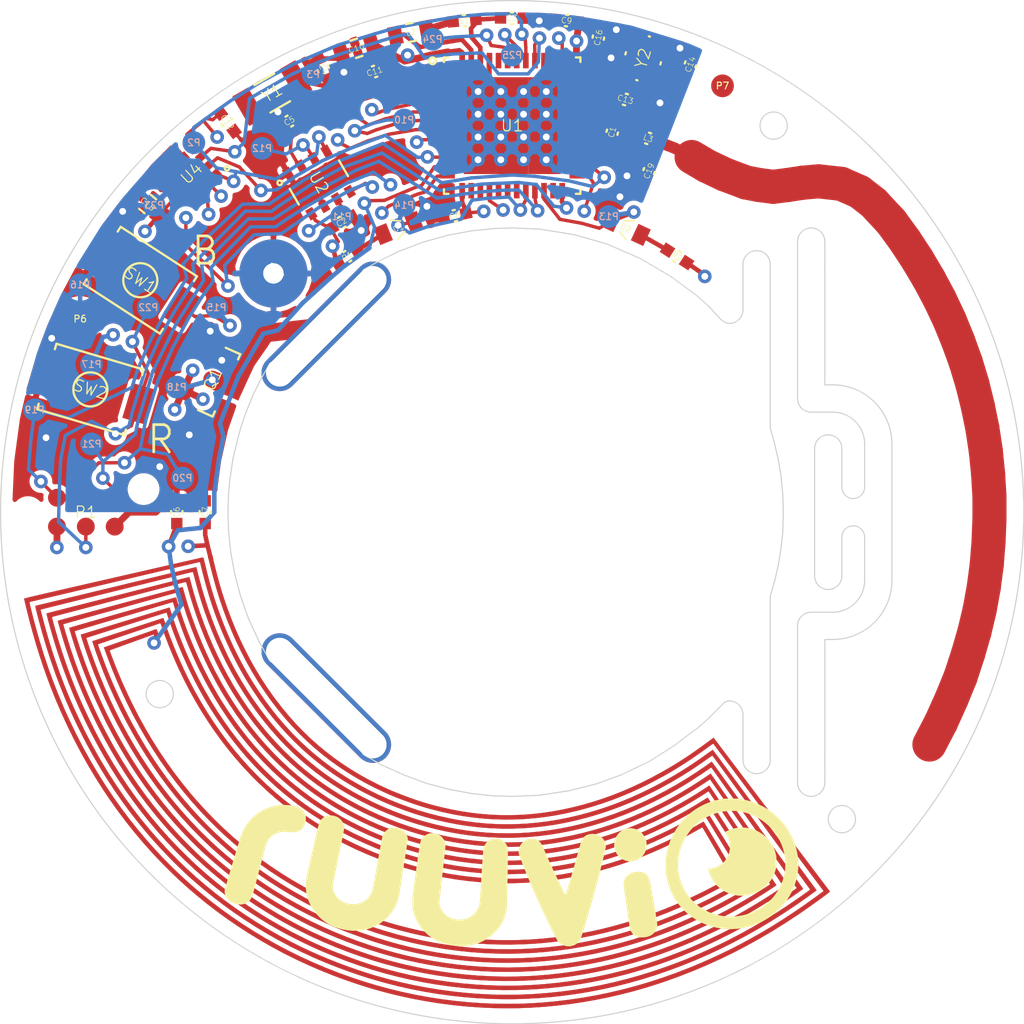
<source format=kicad_pcb>
(kicad_pcb (version 4) (host pcbnew 4.0.7)
  (layers (0 F.Cu signal) (1 In1.Cu signal) (2 In2.Cu signal) (31 B.Cu signal) (34 B.Paste user) (35 F.Paste user) (36 B.SilkS user) (37 F.SilkS user) (38 B.Mask user) (39 F.Mask user) (44 Edge.Cuts user))
  (net 0 "")
  (net 1 VDD)
  (net 2 GND)
  (net 3 "Net-(C3-Pad1)")
  (net 4 "Net-(C4-Pad2)")
  (net 5 "Net-(C5-Pad2)")
  (net 6 "Net-(C6-Pad2)")
  (net 7 "Net-(C7-Pad1)")
  (net 8 "Net-(C11-Pad2)")
  (net 9 "Net-(C13-Pad2)")
  (net 10 /XC1)
  (net 11 /ANTENNA)
  (net 12 /XC2)
  (net 13 /LED1)
  (net 14 "Net-(D1-Pad2)")
  (net 15 "Net-(D2-Pad2)")
  (net 16 "Net-(L1-Pad1)")
  (net 17 "Net-(L2-Pad1)")
  (net 18 /SWDIO)
  (net 19 /SWDCLK)
  (net 20 /SWO)
  (net 21 /RESET)
  (net 22 /BUTTON1)
  (net 23 /SPI_ACC_CS)
  (net 24 /SPI_HUMI_CS)
  (net 25 /ACC_INT1)
  (net 26 /SPI_MOSI)
  (net 27 /SPI_MISO)
  (net 28 /SPI_SCK)
  (net 29 /LED2)
  (net 30 "Net-(C1-Pad1)")
  (net 31 "Net-(P10-Pad1)")
  (net 32 "Net-(P11-Pad1)")
  (net 33 /ACC_INT2)
  (net 34 "Net-(P24-Pad1)")
  (net 35 "Net-(P25-Pad1)")
  (net 36 +BATT)
  (net 37 "Net-(P6-Pad1)")
  (net 38 "Net-(P7-Pad1)")
  (net 39 "Net-(U1-Pad44)")
  (net 40 "Net-(U1-Pad39)")
  (net 41 "Net-(U1-Pad38)")
  (net 42 "Net-(U1-Pad32)")
  (net 43 "Net-(U1-Pad29)")
  (net 44 "Net-(U1-Pad28)")
  (net 45 "Net-(U1-Pad27)")
  (net 46 "Net-(U1-Pad23)")
  (net 47 "Net-(U1-Pad19)")
  (net 48 "Net-(U1-Pad18)")
  (net 49 "Net-(U1-Pad17)")
  (net 50 "Net-(U1-Pad15)")
  (net 51 "Net-(U1-Pad14)")
  (net 52 "Net-(U1-Pad9)")
  (module RuuviTag:ABG-96_POS_BATT_CONTACT (layer F.Cu) (at 66.75 52.25 135)
    (fp_text reference P5 (at 0 0 135) (layer F.SilkS) (effects (font (size 0.5 0.5) (thickness 0.05))))
    (fp_text value GND)
    (pad 1 thru_hole circle (at 0 0 135) (size 3 3) (drill 0.9) (layers *.Cu *.Mask) (net 2 GND))
  )
  (module Ruuvi:RUUVICOM_8MM (layer B.Cu) (at 77.25 82.75 180)
    (fp_text reference G*** hide)
    (fp_text value RUUVICOM_8MM hide)
  )
  (module RuuviTag:QFN-48_6X6MM_BOTPAD (layer F.Cu) (at 77.25 45.75)
    (fp_text reference U1 (at 0 0) (layer F.SilkS) (effects (font (size 0.5 0.5) (thickness 0.05))))
    (fp_text value nRF52832)
    (pad 49 thru_hole circle (at 1.5 1.5) (size 0.6 0.6) (drill 0.3) (layers *.Cu B.Mask) (net 2 GND))
    (pad 49 thru_hole circle (at 0.5 1.5) (size 0.6 0.6) (drill 0.3) (layers *.Cu B.Mask) (net 2 GND))
    (pad 49 thru_hole circle (at -0.5 1.5) (size 0.6 0.6) (drill 0.3) (layers *.Cu B.Mask) (net 2 GND))
    (pad 49 thru_hole circle (at -1.5 1.5) (size 0.6 0.6) (drill 0.3) (layers *.Cu B.Mask) (net 2 GND))
    (pad 49 thru_hole circle (at 1.5 0.5) (size 0.6 0.6) (drill 0.3) (layers *.Cu B.Mask) (net 2 GND))
    (pad 49 thru_hole circle (at 0.5 0.5) (size 0.6 0.6) (drill 0.3) (layers *.Cu B.Mask) (net 2 GND))
    (pad 49 thru_hole circle (at -0.5 0.5) (size 0.6 0.6) (drill 0.3) (layers *.Cu B.Mask) (net 2 GND))
    (pad 49 thru_hole circle (at -1.5 0.5) (size 0.6 0.6) (drill 0.3) (layers *.Cu B.Mask) (net 2 GND))
    (pad 49 thru_hole circle (at 1.5 -0.5) (size 0.6 0.6) (drill 0.3) (layers *.Cu B.Mask) (net 2 GND))
    (pad 49 thru_hole circle (at 0.5 -0.5) (size 0.6 0.6) (drill 0.3) (layers *.Cu B.Mask) (net 2 GND))
    (pad 49 thru_hole circle (at -0.5 -0.5) (size 0.6 0.6) (drill 0.3) (layers *.Cu B.Mask) (net 2 GND))
    (pad 49 thru_hole circle (at -1.5 -0.5) (size 0.6 0.6) (drill 0.3) (layers *.Cu B.Mask) (net 2 GND))
    (pad 49 thru_hole circle (at 1.5 -1.5) (size 0.6 0.6) (drill 0.3) (layers *.Cu B.Mask) (net 2 GND))
    (pad 49 thru_hole circle (at 0.5 -1.5) (size 0.6 0.6) (drill 0.3) (layers *.Cu B.Mask) (net 2 GND))
    (pad 49 thru_hole circle (at -0.5 -1.5) (size 0.6 0.6) (drill 0.3) (layers *.Cu B.Mask) (net 2 GND))
    (pad 49 thru_hole circle (at -1.5 -1.5) (size 0.6 0.6) (drill 0.3) (layers *.Cu B.Mask) (net 2 GND))
    (pad 49 smd rect (at -1.42 1.42) (size 1.42 1.42) (layers F.Cu F.Paste F.Mask) (net 2 GND))
    (pad 49 smd rect (at 1.42 1.42) (size 1.42 1.42) (layers F.Cu F.Paste F.Mask) (net 2 GND))
    (pad 49 smd rect (at 1.42 -1.42) (size 1.42 1.42) (layers F.Cu F.Paste F.Mask) (net 2 GND))
    (pad 49 smd rect (at -1.42 -1.42) (size 1.42 1.42) (layers F.Cu F.Paste F.Mask) (net 2 GND))
    (pad 48 smd rect (at -2.2 -2.86) (size 0.25 0.68) (layers F.Cu F.Paste F.Mask) (net 1 VDD))
    (pad 47 smd rect (at -1.8 -2.86) (size 0.25 0.68) (layers F.Cu F.Paste F.Mask) (net 17 "Net-(L2-Pad1)"))
    (pad 46 smd rect (at -1.4 -2.86) (size 0.25 0.68) (layers F.Cu F.Paste F.Mask) (net 3 "Net-(C3-Pad1)"))
    (pad 45 smd rect (at -1 -2.86) (size 0.25 0.68) (layers F.Cu F.Paste F.Mask) (net 2 GND))
    (pad 44 smd rect (at -0.6 -2.86) (size 0.25 0.68) (layers F.Cu F.Paste F.Mask) (net 39 "Net-(U1-Pad44)"))
    (pad 43 smd rect (at -0.2 -2.86) (size 0.25 0.68) (layers F.Cu F.Paste F.Mask) (net 34 "Net-(P24-Pad1)"))
    (pad 42 smd rect (at 0.2 -2.86) (size 0.25 0.68) (layers F.Cu F.Paste F.Mask) (net 35 "Net-(P25-Pad1)"))
    (pad 41 smd rect (at 0.6 -2.86) (size 0.25 0.68) (layers F.Cu F.Paste F.Mask) (net 28 /SPI_SCK))
    (pad 40 smd rect (at 1 -2.86) (size 0.25 0.68) (layers F.Cu F.Paste F.Mask) (net 27 /SPI_MISO))
    (pad 39 smd rect (at 1.4 -2.86) (size 0.25 0.68) (layers F.Cu F.Paste F.Mask) (net 40 "Net-(U1-Pad39)"))
    (pad 38 smd rect (at 1.8 -2.86) (size 0.25 0.68) (layers F.Cu F.Paste F.Mask) (net 41 "Net-(U1-Pad38)"))
    (pad 37 smd rect (at 2.2 -2.86) (size 0.25 0.68) (layers F.Cu F.Paste F.Mask) (net 26 /SPI_MOSI))
    (pad 36 smd rect (at 2.86 -2.2 90) (size 0.25 0.68) (layers F.Cu F.Paste F.Mask) (net 1 VDD))
    (pad 35 smd rect (at 2.86 -1.8 90) (size 0.25 0.68) (layers F.Cu F.Paste F.Mask) (net 12 /XC2))
    (pad 34 smd rect (at 2.86 -1.4 90) (size 0.25 0.68) (layers F.Cu F.Paste F.Mask) (net 10 /XC1))
    (pad 33 smd rect (at 2.86 -1 90) (size 0.25 0.68) (layers F.Cu F.Paste F.Mask) (net 9 "Net-(C13-Pad2)"))
    (pad 32 smd rect (at 2.86 -0.6 90) (size 0.25 0.68) (layers F.Cu F.Paste F.Mask) (net 42 "Net-(U1-Pad32)"))
    (pad 31 smd rect (at 2.86 -0.2 90) (size 0.25 0.68) (layers F.Cu F.Paste F.Mask) (net 2 GND))
    (pad 30 smd rect (at 2.86 0.2 90) (size 0.25 0.68) (layers F.Cu F.Paste F.Mask) (net 30 "Net-(C1-Pad1)"))
    (pad 29 smd rect (at 2.86 0.6 90) (size 0.25 0.68) (layers F.Cu F.Paste F.Mask) (net 43 "Net-(U1-Pad29)"))
    (pad 28 smd rect (at 2.86 1 90) (size 0.25 0.68) (layers F.Cu F.Paste F.Mask) (net 44 "Net-(U1-Pad28)"))
    (pad 27 smd rect (at 2.86 1.4 90) (size 0.25 0.68) (layers F.Cu F.Paste F.Mask) (net 45 "Net-(U1-Pad27)"))
    (pad 26 smd rect (at 2.86 1.8 90) (size 0.25 0.68) (layers F.Cu F.Paste F.Mask) (net 18 /SWDIO))
    (pad 25 smd rect (at 2.86 2.2 90) (size 0.25 0.68) (layers F.Cu F.Paste F.Mask) (net 19 /SWDCLK))
    (pad 24 smd rect (at 2.2 2.86) (size 0.25 0.68) (layers F.Cu F.Paste F.Mask) (net 21 /RESET))
    (pad 23 smd rect (at 1.8 2.86) (size 0.25 0.68) (layers F.Cu F.Paste F.Mask) (net 46 "Net-(U1-Pad23)"))
    (pad 22 smd rect (at 1.4 2.86) (size 0.25 0.68) (layers F.Cu F.Paste F.Mask) (net 29 /LED2))
    (pad 21 smd rect (at 1 2.86) (size 0.25 0.68) (layers F.Cu F.Paste F.Mask) (net 20 /SWO))
    (pad 20 smd rect (at 0.6 2.86) (size 0.25 0.68) (layers F.Cu F.Paste F.Mask) (net 13 /LED1))
    (pad 19 smd rect (at 0.2 2.86) (size 0.25 0.68) (layers F.Cu F.Paste F.Mask) (net 47 "Net-(U1-Pad19)"))
    (pad 18 smd rect (at -0.2 2.86) (size 0.25 0.68) (layers F.Cu F.Paste F.Mask) (net 48 "Net-(U1-Pad18)"))
    (pad 17 smd rect (at -0.6 2.86) (size 0.25 0.68) (layers F.Cu F.Paste F.Mask) (net 49 "Net-(U1-Pad17)"))
    (pad 16 smd rect (at -1 2.86) (size 0.25 0.68) (layers F.Cu F.Paste F.Mask) (net 22 /BUTTON1))
    (pad 15 smd rect (at -1.4 2.86) (size 0.25 0.68) (layers F.Cu F.Paste F.Mask) (net 50 "Net-(U1-Pad15)"))
    (pad 14 smd rect (at -1.8 2.86) (size 0.25 0.68) (layers F.Cu F.Paste F.Mask) (net 51 "Net-(U1-Pad14)"))
    (pad 13 smd rect (at -2.2 2.86) (size 0.25 0.68) (layers F.Cu F.Paste F.Mask) (net 1 VDD))
    (pad 12 smd rect (at -2.86 2.2 90) (size 0.25 0.68) (layers F.Cu F.Paste F.Mask) (net 7 "Net-(C7-Pad1)"))
    (pad 11 smd rect (at -2.86 1.8 90) (size 0.25 0.68) (layers F.Cu F.Paste F.Mask) (net 6 "Net-(C6-Pad2)"))
    (pad 10 smd rect (at -2.86 1.4 90) (size 0.25 0.68) (layers F.Cu F.Paste F.Mask) (net 23 /SPI_ACC_CS))
    (pad 9 smd rect (at -2.86 1 90) (size 0.25 0.68) (layers F.Cu F.Paste F.Mask) (net 52 "Net-(U1-Pad9)"))
    (pad 8 smd rect (at -2.86 0.6 90) (size 0.25 0.68) (layers F.Cu F.Paste F.Mask) (net 33 /ACC_INT2))
    (pad 7 smd rect (at -2.86 0.2 90) (size 0.25 0.68) (layers F.Cu F.Paste F.Mask) (net 32 "Net-(P11-Pad1)"))
    (pad 6 smd rect (at -2.86 -0.2 90) (size 0.25 0.68) (layers F.Cu F.Paste F.Mask) (net 31 "Net-(P10-Pad1)"))
    (pad 5 smd rect (at -2.86 -0.6 90) (size 0.25 0.68) (layers F.Cu F.Paste F.Mask) (net 24 /SPI_HUMI_CS))
    (pad 4 smd rect (at -2.86 -1 90) (size 0.25 0.68) (layers F.Cu F.Paste F.Mask) (net 25 /ACC_INT1))
    (pad 3 smd rect (at -2.86 -1.4 90) (size 0.25 0.68) (layers F.Cu F.Paste F.Mask) (net 5 "Net-(C5-Pad2)"))
    (pad 2 smd rect (at -2.86 -1.8 90) (size 0.25 0.68) (layers F.Cu F.Paste F.Mask) (net 4 "Net-(C4-Pad2)"))
    (pad 1 smd rect (at -2.86 -2.2 90) (size 0.25 0.68) (layers F.Cu F.Paste F.Mask) (net 8 "Net-(C11-Pad2)"))
    (pad 49 smd rect (at 0 -1.42) (size 1.42 1.42) (layers F.Cu F.Paste F.Mask) (net 2 GND))
    (pad 49 smd rect (at 0 0) (size 1.42 1.42) (layers F.Cu F.Paste F.Mask) (net 2 GND))
    (pad 49 smd rect (at -1.42 0) (size 1.42 1.42) (layers F.Cu F.Paste F.Mask) (net 2 GND))
    (pad 49 smd rect (at 1.42 0) (size 1.42 1.42) (layers F.Cu F.Paste F.Mask) (net 2 GND))
    (pad 49 smd rect (at 0 1.42) (size 1.42 1.42) (layers F.Cu F.Paste F.Mask) (net 2 GND))
  )
  (module RuuviTag:CR2450-BATTERY-3D (layer F.Cu) (at 77.25 62.75)
    (fp_text reference REF** hide)
    (fp_text value CR2450-BATTERY-3D hide)
  )
  (module RuuviTag:BME280 (layer F.Cu) (at 68.75 48.25 120)
    (fp_text reference U2 (at 0 0 120) (layer F.SilkS) (effects (font (size 0.5 0.5) (thickness 0.05))))
    (fp_text value BME280)
    (pad 8 smd rect (at -1.025 -0.975 120) (size 0.5 0.35) (layers F.Cu F.Paste F.Mask) (net 1 VDD))
    (pad 7 smd rect (at -1.025 -0.325 120) (size 0.5 0.35) (layers F.Cu F.Paste F.Mask) (net 2 GND))
    (pad 6 smd rect (at -1.025 0.325 120) (size 0.5 0.35) (layers F.Cu F.Paste F.Mask) (net 1 VDD))
    (pad 5 smd rect (at -1.025 0.975 120) (size 0.5 0.35) (layers F.Cu F.Paste F.Mask) (net 27 /SPI_MISO))
    (pad 4 smd rect (at 1.025 0.975 120) (size 0.5 0.35) (layers F.Cu F.Paste F.Mask) (net 28 /SPI_SCK))
    (pad 3 smd rect (at 1.025 0.325 120) (size 0.5 0.35) (layers F.Cu F.Paste F.Mask) (net 26 /SPI_MOSI))
    (pad 2 smd rect (at 1.025 -0.325 120) (size 0.5 0.35) (layers F.Cu F.Paste F.Mask) (net 24 /SPI_HUMI_CS))
    (pad 1 smd rect (at 1.025 -0.975 120) (size 0.5 0.35) (layers F.Cu F.Paste F.Mask) (net 2 GND))
  )
  (module RuuviTag:LGA12_2X2MM (layer F.Cu) (at 63.15 47.85 223)
    (fp_text reference U4 (at 0 0 223) (layer F.SilkS) (effects (font (size 0.5 0.5) (thickness 0.05))))
    (fp_text value LIS2DH12)
    (pad 12 smd rect (at -0.25 -0.75 313) (size 0.375 0.35) (layers F.Cu F.Paste F.Mask) (net 25 /ACC_INT1))
    (pad 11 smd rect (at 0.25 -0.75 313) (size 0.375 0.35) (layers F.Cu F.Paste F.Mask) (net 33 /ACC_INT2))
    (pad 10 smd rect (at 0.775 -0.75 223) (size 0.375 0.35) (layers F.Cu F.Paste F.Mask) (net 1 VDD))
    (pad 9 smd rect (at 0.775 -0.25 223) (size 0.375 0.35) (layers F.Cu F.Paste F.Mask) (net 1 VDD))
    (pad 8 smd rect (at 0.775 0.25 223) (size 0.375 0.35) (layers F.Cu F.Paste F.Mask) (net 2 GND))
    (pad 7 smd rect (at 0.775 0.75 223) (size 0.375 0.35) (layers F.Cu F.Paste F.Mask) (net 2 GND))
    (pad 6 smd rect (at 0.25 0.75 313) (size 0.375 0.35) (layers F.Cu F.Paste F.Mask) (net 2 GND))
    (pad 5 smd rect (at -0.25 0.75 313) (size 0.375 0.35) (layers F.Cu F.Paste F.Mask) (net 2 GND))
    (pad 4 smd rect (at -0.775 0.75 223) (size 0.375 0.35) (layers F.Cu F.Paste F.Mask) (net 26 /SPI_MOSI))
    (pad 3 smd rect (at -0.775 0.25 223) (size 0.375 0.35) (layers F.Cu F.Paste F.Mask) (net 27 /SPI_MISO))
    (pad 2 smd rect (at -0.775 -0.25 223) (size 0.375 0.35) (layers F.Cu F.Paste F.Mask) (net 23 /SPI_ACC_CS))
    (pad 1 smd rect (at -0.775 -0.75 223) (size 0.375 0.35) (layers F.Cu F.Paste F.Mask) (net 28 /SPI_SCK))
  )
  (module Ruuvi:RUUVI_LOGO_BENDED_RUUVITAG_REVB2 (layer F.Cu) (at 77.22 78.59)
    (fp_text reference G*** hide)
    (fp_text value RUUVI_LOGO_BENDED_RUUVITAG_REVB2 hide)
  )
  (module RuuviTag:NFC_RUUVITAG_REVB2 (layer F.Cu) (at 72.42 75.96 340)
    (fp_text reference P4 hide)
    (fp_text value NFC hide)
    (fp_poly (pts (xy 11.759304 -7.75829) (xy 11.762521 -7.756196) (xy 11.76911 -7.751921) (xy 11.779365 -7.745277) (xy 11.793579 -7.736072) (xy 11.812046 -7.724117) (xy 11.835062 -7.709221) (xy 11.862918 -7.691194) (xy 11.895911 -7.669846) (xy 11.934333 -7.644987) (xy 11.97848 -7.616427) (xy 12.028643 -7.583975) (xy 12.085119 -7.547441) (xy 12.148201 -7.506636) (xy 12.218182 -7.461368) (xy 12.295358 -7.411448) (xy 12.380021 -7.356686) (xy 12.472466 -7.296891) (xy 12.572988 -7.231873) (xy 12.681879 -7.161442) (xy 12.799435 -7.085408) (xy 12.925949 -7.003581) (xy 13.061715 -6.91577) (xy 13.207027 -6.821786) (xy 13.362179 -6.721437) (xy 13.527466 -6.614535) (xy 13.703181 -6.500888) (xy 13.889619 -6.380307) (xy 14.087072 -6.252601) (xy 14.295837 -6.11758) (xy 14.516205 -5.975055) (xy 14.748472 -5.824834) (xy 14.992932 -5.666728) (xy 15.249878 -5.500547) (xy 15.519605 -5.326099) (xy 15.802407 -5.143196) (xy 16.098577 -4.951647) (xy 16.40841 -4.751262) (xy 16.696267 -4.56509) (xy 16.851359 -4.464786) (xy 17.004778 -4.365569) (xy 17.155753 -4.267937) (xy 17.303513 -4.172389) (xy 17.447288 -4.079422) (xy 17.586307 -3.989536) (xy 17.719798 -3.903228) (xy 17.846992 -3.820996) (xy 17.967116 -3.74334) (xy 18.079401 -3.670756) (xy 18.183076 -3.603745) (xy 18.277369 -3.542803) (xy 18.361511 -3.488429) (xy 18.434729 -3.441122) (xy 18.496253 -3.40138) (xy 18.545313 -3.369701) (xy 18.581138 -3.346583) (xy 18.588567 -3.341793) (xy 18.648445 -3.303153) (xy 18.703874 -3.267306) (xy 18.753231 -3.235307) (xy 18.794895 -3.208212) (xy 18.827242 -3.187076) (xy 18.84865 -3.172955) (xy 18.857495 -3.166903) (xy 18.857557 -3.166851) (xy 18.855316 -3.157868) (xy 18.843962 -3.136047) (xy 18.824162 -3.102372) (xy 18.796583 -3.057827) (xy 18.761894 -3.003397) (xy 18.72076 -2.940067) (xy 18.673849 -2.868821) (xy 18.621829 -2.790644) (xy 18.565367 -2.70652) (xy 18.50513 -2.617435) (xy 18.441786 -2.524371) (xy 18.376001 -2.428315) (xy 18.308443 -2.330251) (xy 18.239779 -2.231163) (xy 18.170676 -2.132035) (xy 18.101803 -2.033854) (xy 18.033825 -1.937602) (xy 17.96741 -1.844265) (xy 17.903226 -1.754827) (xy 17.861797 -1.697566) (xy 17.468919 -1.170499) (xy 17.065134 -0.656354) (xy 16.650457 -0.155147) (xy 16.224904 0.333107) (xy 15.788488 0.808392) (xy 15.341226 1.270691) (xy 14.883132 1.71999) (xy 14.414222 2.156271) (xy 13.934511 2.57952) (xy 13.444013 2.989721) (xy 13.165666 3.212908) (xy 12.712328 3.560985) (xy 12.248267 3.897762) (xy 11.774401 4.222724) (xy 11.291652 4.535356) (xy 10.800939 4.835143) (xy 10.303183 5.121571) (xy 9.799304 5.394124) (xy 9.290221 5.652288) (xy 8.776856 5.895548) (xy 8.260127 6.12339) (xy 7.740955 6.335297) (xy 7.2644 6.514851) (xy 6.703213 6.70886) (xy 6.136136 6.887044) (xy 5.563534 7.049314) (xy 4.985771 7.195581) (xy 4.403211 7.325757) (xy 3.816219 7.439753) (xy 3.225159 7.537479) (xy 2.8575 7.589769) (xy 2.50291 7.633937) (xy 2.145039 7.672373) (xy 1.787197 7.70482) (xy 1.432694 7.731025) (xy 1.084839 7.750731) (xy 0.746944 7.763684) (xy 0.541867 7.768243) (xy 0.465805 7.769442) (xy 0.386839 7.770703) (xy 0.308788 7.771964) (xy 0.235476 7.773162) (xy 0.170722 7.774236) (xy 0.118348 7.775124) (xy 0.110067 7.775267) (xy 0.066855 7.775707) (xy 0.009525 7.77582) (xy -0.059112 7.775623) (xy -0.136246 7.775137) (xy -0.219064 7.77438) (xy -0.304756 7.773372) (xy -0.39051 7.772131) (xy -0.4191 7.771661) (xy -1.005094 7.753503) (xy -1.590559 7.719018) (xy -2.17489 7.668339) (xy -2.757482 7.601599) (xy -3.337732 7.518932) (xy -3.915035 7.420472) (xy -4.488785 7.306352) (xy -5.058379 7.176705) (xy -5.623211 7.031666) (xy -6.182677 6.871367) (xy -6.736173 6.695942) (xy -7.283094 6.505526) (xy -7.822834 6.300251) (xy -8.354791 6.080251) (xy -8.636 5.956542) (xy -9.178709 5.703557) (xy -9.713671 5.435733) (xy -10.240945 5.153027) (xy -10.760592 4.855395) (xy -11.272669 4.542794) (xy -11.777236 4.215179) (xy -12.274354 3.872506) (xy -12.76408 3.514733) (xy -13.246476 3.141815) (xy -13.721599 2.753709) (xy -14.189509 2.35037) (xy -14.650266 1.931755) (xy -15.103929 1.49782) (xy -15.550557 1.048522) (xy -15.990211 0.583816) (xy -16.129481 0.4318) (xy -16.442232 0.08031) (xy -16.752986 -0.283972) (xy -17.062312 -0.661767) (xy -17.370785 -1.053798) (xy -17.678976 -1.460787) (xy -17.987456 -1.883457) (xy -18.194694 -2.175933) (xy -18.22409 -2.21821) (xy -18.259424 -2.269536) (xy -18.299729 -2.328472) (xy -18.344039 -2.393577) (xy -18.391389 -2.46341) (xy -18.440812 -2.536531) (xy -18.491343 -2.611498) (xy -18.542014 -2.686871) (xy -18.591861 -2.76121) (xy -18.639918 -2.833074) (xy -18.685217 -2.901021) (xy -18.726793 -2.963612) (xy -18.763681 -3.019406) (xy -18.794914 -3.066962) (xy -18.819526 -3.104839) (xy -18.836551 -3.131596) (xy -18.845023 -3.145794) (xy -18.84503 -3.145808) (xy -18.845113 -3.147554) (xy -18.843675 -3.150189) (xy -18.840345 -3.153955) (xy -18.834751 -3.159097) (xy -18.82652 -3.165857) (xy -18.815282 -3.174478) (xy -18.800663 -3.185204) (xy -18.782293 -3.198277) (xy -18.759799 -3.213941) (xy -18.73281 -3.232439) (xy -18.700953 -3.254014) (xy -18.663857 -3.278909) (xy -18.62115 -3.307368) (xy -18.57246 -3.339633) (xy -18.517415 -3.375947) (xy -18.455644 -3.416554) (xy -18.386774 -3.461697) (xy -18.310434 -3.511619) (xy -18.226251 -3.566563) (xy -18.133855 -3.626772) (xy -18.032872 -3.69249) (xy -17.922932 -3.763959) (xy -17.803661 -3.841422) (xy -17.67469 -3.925124) (xy -17.535645 -4.015306) (xy -17.386154 -4.112213) (xy -17.225847 -4.216086) (xy -17.05435 -4.32717) (xy -16.871293 -4.445708) (xy -16.676303 -4.571942) (xy -16.469008 -4.706115) (xy -16.249037 -4.848472) (xy -16.016018 -4.999255) (xy -15.769578 -5.158706) (xy -15.509347 -5.32707) (xy -15.468236 -5.353667) (xy -15.249484 -5.495183) (xy -15.034286 -5.634386) (xy -14.82308 -5.770994) (xy -14.616303 -5.904723) (xy -14.414394 -6.035292) (xy -14.217789 -6.162416) (xy -14.026929 -6.285813) (xy -13.842249 -6.405201) (xy -13.664188 -6.520296) (xy -13.493184 -6.630815) (xy -13.329674 -6.736476) (xy -13.174097 -6.836996) (xy -13.026891 -6.932092) (xy -12.888493 -7.021481) (xy -12.759341 -7.10488) (xy -12.639873 -7.182007) (xy -12.530527 -7.252577) (xy -12.431741 -7.31631) (xy -12.343953 -7.372921) (xy -12.2676 -7.422128) (xy -12.203121 -7.463648) (xy -12.150953 -7.497199) (xy -12.111535 -7.522496) (xy -12.085303 -7.539258) (xy -12.072697 -7.547202) (xy -12.071585 -7.547846) (xy -12.064217 -7.541832) (xy -12.048371 -7.52233) (xy -12.024625 -7.49016) (xy -11.99356 -7.44614) (xy -11.955756 -7.391089) (xy -11.911793 -7.325827) (xy -11.872139 -7.266154) (xy -11.728741 -7.051135) (xy -11.591233 -6.849045) (xy -11.457994 -6.657634) (xy -11.327401 -6.474657) (xy -11.197831 -6.297864) (xy -11.067663 -6.12501) (xy -10.935274 -5.953846) (xy -10.817047 -5.804586) (xy -10.508987 -5.430254) (xy -10.192822 -5.066715) (xy -9.869389 -4.714802) (xy -9.539527 -4.375347) (xy -9.204071 -4.049183) (xy -8.863861 -3.737142) (xy -8.519733 -3.440058) (xy -8.172525 -3.158761) (xy -8.094133 -3.097784) (xy -7.706064 -2.807785) (xy -7.314565 -2.534312) (xy -6.919422 -2.277264) (xy -6.520421 -2.036542) (xy -6.117347 -1.812047) (xy -5.709985 -1.603678) (xy -5.298121 -1.411335) (xy -4.881539 -1.234919) (xy -4.460025 -1.074329) (xy -4.033365 -0.929467) (xy -3.601343 -0.800231) (xy -3.163744 -0.686523) (xy -2.720355 -0.588242) (xy -2.678936 -0.579906) (xy -2.21213 -0.495358) (xy -1.741723 -0.427216) (xy -1.268348 -0.375489) (xy -0.792635 -0.340188) (xy -0.315216 -0.321321) (xy 0.163276 -0.318898) (xy 0.642212 -0.33293) (xy 1.120958 -0.363426) (xy 1.598884 -0.410395) (xy 2.075357 -0.473847) (xy 2.265798 -0.503912) (xy 2.714769 -0.586117) (xy 3.157726 -0.683636) (xy 3.594891 -0.79657) (xy 4.026481 -0.925018) (xy 4.452717 -1.06908) (xy 4.873818 -1.228854) (xy 5.290003 -1.404441) (xy 5.701493 -1.59594) (xy 6.108506 -1.803451) (xy 6.511261 -2.027073) (xy 6.90998 -2.266906) (xy 7.30488 -2.523049) (xy 7.696182 -2.795602) (xy 8.084105 -3.084665) (xy 8.261646 -3.22334) (xy 8.576116 -3.480617) (xy 8.890149 -3.753451) (xy 9.202459 -4.040487) (xy 9.511761 -4.340369) (xy 9.816769 -4.651742) (xy 10.116197 -4.973252) (xy 10.408759 -5.303542) (xy 10.69317 -5.641258) (xy 10.968145 -5.985045) (xy 11.232396 -6.333546) (xy 11.300232 -6.4262) (xy 11.368349 -6.520475) (xy 11.435547 -6.614627) (xy 11.50385 -6.711548) (xy 11.575281 -6.814127) (xy 11.651868 -6.925254) (xy 11.733212 -7.044266) (xy 11.769888 -7.097611) (xy 11.803804 -7.145998) (xy 11.833736 -7.187754) (xy 11.858459 -7.221208) (xy 11.876751 -7.244686) (xy 11.887387 -7.256515) (xy 11.889339 -7.257595) (xy 11.8967 -7.252864) (xy 11.917632 -7.239133) (xy 11.951592 -7.216763) (xy 11.998038 -7.186111) (xy 12.056428 -7.147539) (xy 12.126221 -7.101405) (xy 12.206873 -7.048067) (xy 12.297843 -6.987886) (xy 12.398588 -6.921221) (xy 12.508568 -6.848431) (xy 12.627239 -6.769874) (xy 12.75406 -6.685911) (xy 12.888488 -6.596901) (xy 13.029981 -6.503203) (xy 13.177998 -6.405175) (xy 13.331996 -6.303178) (xy 13.491433 -6.197571) (xy 13.655768 -6.088713) (xy 13.824457 -5.976962) (xy 13.996959 -5.862679) (xy 14.172732 -5.746223) (xy 14.351234 -5.627952) (xy 14.531922 -5.508227) (xy 14.714256 -5.387406) (xy 14.897691 -5.265848) (xy 15.081687 -5.143913) (xy 15.265702 -5.02196) (xy 15.449193 -4.900349) (xy 15.631618 -4.779438) (xy 15.812435 -4.659587) (xy 15.991102 -4.541155) (xy 16.167077 -4.424501) (xy 16.339819 -4.309985) (xy 16.508784 -4.197965) (xy 16.67343 -4.088802) (xy 16.833217 -3.982854) (xy 16.987601 -3.88048) (xy 17.136041 -3.78204) (xy 17.277994 -3.687893) (xy 17.412918 -3.598399) (xy 17.540272 -3.513916) (xy 17.659513 -3.434803) (xy 17.770099 -3.361421) (xy 17.871488 -3.294128) (xy 17.963138 -3.233283) (xy 18.044507 -3.179246) (xy 18.115053 -3.132376) (xy 18.174234 -3.093032) (xy 18.221507 -3.061573) (xy 18.256331 -3.03836) (xy 18.278164 -3.02375) (xy 18.286462 -3.018104) (xy 18.286507 -3.018068) (xy 18.283145 -3.01017) (xy 18.270881 -2.989665) (xy 18.25056 -2.957789) (xy 18.22303 -2.915779) (xy 18.189137 -2.864873) (xy 18.14973 -2.806309) (xy 18.105653 -2.741322) (xy 18.057755 -2.67115) (xy 18.006883 -2.59703) (xy 17.953882 -2.520199) (xy 17.8996 -2.441895) (xy 17.844884 -2.363354) (xy 17.790581 -2.285814) (xy 17.737538 -2.210512) (xy 17.686601 -2.138685) (xy 17.638618 -2.071569) (xy 17.637562 -2.0701) (xy 17.253584 -1.548951) (xy 16.860808 -1.042119) (xy 16.458919 -0.549264) (xy 16.047602 -0.070046) (xy 15.626542 0.395873) (xy 15.195424 0.848832) (xy 14.753933 1.289171) (xy 14.301753 1.717228) (xy 13.838571 2.133344) (xy 13.36407 2.537856) (xy 13.335 2.561959) (xy 12.87887 2.929192) (xy 12.413338 3.283611) (xy 11.938993 3.62488) (xy 11.456423 3.95266) (xy 10.966216 4.266616) (xy 10.46896 4.56641) (xy 9.965245 4.851705) (xy 9.455659 5.122165) (xy 8.940789 5.377452) (xy 8.421225 5.61723) (xy 7.897556 5.841161) (xy 7.370368 6.048909) (xy 7.0231 6.17617) (xy 6.463639 6.366119) (xy 5.899391 6.53984) (xy 5.330496 6.697304) (xy 4.757098 6.838483) (xy 4.179339 6.963349) (xy 3.597361 7.071872) (xy 3.011307 7.164025) (xy 2.421319 7.239779) (xy 1.827538 7.299106) (xy 1.230108 7.341976) (xy 1.185333 7.344517) (xy 0.905322 7.357742) (xy 0.61248 7.367076) (xy 0.310448 7.372545) (xy 0.00287 7.37417) (xy -0.306611 7.371974) (xy -0.614351 7.365982) (xy -0.916708 7.356215) (xy -1.210039 7.342697) (xy -1.456267 7.327821) (xy -2.034496 7.280454) (xy -2.611932 7.216826) (xy -3.187781 7.137117) (xy -3.761245 7.041506) (xy -4.331528 6.930174) (xy -4.897834 6.803299) (xy -5.459367 6.661062) (xy -6.015329 6.503641) (xy -6.564925 6.331216) (xy -7.107359 6.143966) (xy -7.641833 5.942072) (xy -7.691967 5.922215) (xy -8.048994 5.775606) (xy -8.413181 5.617068) (xy -8.781393 5.448117) (xy -9.150494 5.27027) (xy -9.517351 5.085042) (xy -9.878828 4.893951) (xy -10.231791 4.698511) (xy -10.287 4.66709) (xy -10.783295 4.374609) (xy -11.271137 4.069004) (xy -11.751116 3.749839) (xy -12.223825 3.416678) (xy -12.689855 3.069082) (xy -13.149797 2.706615) (xy -13.604243 2.328839) (xy -14.053784 1.935319) (xy -14.350775 1.664259) (xy -14.785816 1.250393) (xy -15.210585 0.82544) (xy -15.625584 0.388817) (xy -16.031315 -0.060057) (xy -16.428278 -0.521766) (xy -16.816975 -0.996892) (xy -17.197907 -1.486018) (xy -17.571576 -1.989726) (xy -17.925075 -2.4892) (xy -17.995224 -2.59077) (xy -18.056109 -2.679313) (xy -18.108245 -2.755622) (xy -18.152147 -2.820492) (xy -18.18833 -2.87472) (xy -18.217311 -2.919099) (xy -18.239605 -2.954424) (xy -18.255726 -2.981491) (xy -18.266191 -3.001095) (xy -18.271516 -3.01403) (xy -18.272215 -3.021091) (xy -18.271003 -3.022661) (xy -18.264313 -3.026997) (xy -18.24656 -3.038679) (xy -18.217633 -3.05778) (xy -18.177422 -3.084375) (xy -18.125815 -3.118536) (xy -18.062701 -3.160337) (xy -17.987971 -3.209852) (xy -17.901512 -3.267154) (xy -17.803214 -3.332317) (xy -17.692967 -3.405415) (xy -17.570659 -3.48652) (xy -17.436179 -3.575706) (xy -17.289417 -3.673048) (xy -17.130262 -3.778617) (xy -16.958602 -3.892489) (xy -16.774328 -4.014737) (xy -16.577328 -4.145433) (xy -16.367491 -4.284652) (xy -16.144707 -4.432467) (xy -15.908864 -4.588952) (xy -15.659852 -4.75418) (xy -15.39756 -4.928224) (xy -15.121877 -5.111159) (xy -14.832692 -5.303058) (xy -14.529894 -5.503994) (xy -14.213373 -5.714041) (xy -13.883018 -5.933273) (xy -13.538717 -6.161762) (xy -13.37417 -6.270962) (xy -13.247373 -6.355102) (xy -13.12439 -6.436694) (xy -13.005963 -6.515246) (xy -12.892834 -6.590269) (xy -12.785743 -6.66127) (xy -12.685432 -6.72776) (xy -12.592642 -6.789246) (xy -12.508114 -6.845238) (xy -12.43259 -6.895245) (xy -12.36681 -6.938775) (xy -12.311517 -6.975338) (xy -12.267451 -7.004443) (xy -12.235353 -7.025599) (xy -12.215966 -7.038314) (xy -12.210004 -7.042133) (xy -12.202954 -7.036802) (xy -12.19047 -7.020853) (xy -12.180471 -7.005884) (xy -12.161725 -6.976983) (xy -12.134579 -6.93621) (xy -12.10039 -6.885532) (xy -12.060512 -6.826916) (xy -12.016303 -6.762331) (xy -11.969117 -6.693744) (xy -11.920311 -6.623124) (xy -11.87124 -6.552438) (xy -11.823261 -6.483654) (xy -11.777729 -6.41874) (xy -11.736001 -6.359663) (xy -11.711378 -6.325072) (xy -11.492668 -6.025242) (xy -11.271064 -5.734127) (xy -11.044037 -5.448617) (xy -10.809062 -5.165601) (xy -10.563611 -4.881971) (xy -10.307707 -4.5974) (xy -10.264792 -4.551245) (xy -10.211577 -4.495193) (xy -10.149761 -4.430952) (xy -10.081042 -4.36023) (xy -10.007118 -4.284734) (xy -9.929688 -4.206172) (xy -9.850449 -4.126253) (xy -9.771099 -4.046684) (xy -9.693337 -3.969174) (xy -9.618861 -3.89543) (xy -9.549368 -3.82716) (xy -9.486558 -3.766072) (xy -9.432128 -3.713875) (xy -9.389389 -3.673764) (xy -9.016179 -3.339376) (xy -8.636971 -3.020086) (xy -8.251983 -2.716034) (xy -7.861433 -2.42736) (xy -7.465539 -2.154204) (xy -7.06452 -1.896706) (xy -6.658592 -1.655007) (xy -6.247974 -1.429246) (xy -5.832885 -1.219563) (xy -5.413541 -1.026098) (xy -4.995843 -0.85125) (xy -4.58798 -0.696606) (xy -4.180305 -0.557287) (xy -3.770558 -0.432662) (xy -3.356478 -0.322105) (xy -2.935805 -0.224985) (xy -2.506277 -0.140675) (xy -2.331883 -0.110464) (xy -1.85834 -0.039862) (xy -1.380781 0.014698) (xy -0.900421 0.053184) (xy -0.418474 0.075563) (xy 0.063847 0.081802) (xy 0.545329 0.071868) (xy 1.024756 0.045728) (xy 1.500917 0.00335) (xy 1.5748 -0.004725) (xy 2.04305 -0.064762) (xy 2.502477 -0.139024) (xy 2.953726 -0.227698) (xy 3.397444 -0.330973) (xy 3.834276 -0.449035) (xy 4.26487 -0.582073) (xy 4.689872 -0.730273) (xy 5.109927 -0.893823) (xy 5.525683 -1.072911) (xy 5.937785 -1.267724) (xy 5.952067 -1.274788) (xy 6.372578 -1.492417) (xy 6.787687 -1.725957) (xy 7.197074 -1.975167) (xy 7.600414 -2.239804) (xy 7.997388 -2.519628) (xy 8.387671 -2.814395) (xy 8.770942 -3.123863) (xy 9.14688 -3.447792) (xy 9.515161 -3.785938) (xy 9.875464 -4.13806) (xy 10.17222 -4.445) (xy 10.533742 -4.840007) (xy 10.882614 -5.244153) (xy 11.217995 -5.656394) (xy 11.539044 -6.075686) (xy 11.84492 -6.500984) (xy 11.942132 -6.6421) (xy 11.96787 -6.679854) (xy 11.990092 -6.712416) (xy 12.007125 -6.737336) (xy 12.017293 -6.752165) (xy 12.019398 -6.755192) (xy 12.02653 -6.750874) (xy 12.046843 -6.737546) (xy 12.079534 -6.715752) (xy 12.123804 -6.686035) (xy 12.178849 -6.648938) (xy 12.243868 -6.605003) (xy 12.318061 -6.554773) (xy 12.400625 -6.498792) (xy 12.49076 -6.437602) (xy 12.587662 -6.371746) (xy 12.690532 -6.301767) (xy 12.798567 -6.228208) (xy 12.910966 -6.151612) (xy 12.981015 -6.103844) (xy 13.228604 -5.934963) (xy 13.463006 -5.775079) (xy 13.68502 -5.623645) (xy 13.895447 -5.480115) (xy 14.095088 -5.343943) (xy 14.284743 -5.214583) (xy 14.465213 -5.091489) (xy 14.637299 -4.974115) (xy 14.801801 -4.861914) (xy 14.95952 -4.754342) (xy 15.111256 -4.650851) (xy 15.25781 -4.550897) (xy 15.399983 -4.453932) (xy 15.538575 -4.35941) (xy 15.674387 -4.266787) (xy 15.808219 -4.175514) (xy 15.940873 -4.085048) (xy 16.073148 -3.994841) (xy 16.205845 -3.904347) (xy 16.339765 -3.813021) (xy 16.475709 -3.720316) (xy 16.614477 -3.625686) (xy 16.641233 -3.60744) (xy 16.761876 -3.52516) (xy 16.878724 -3.445443) (xy 16.991011 -3.368815) (xy 17.097969 -3.295801) (xy 17.198829 -3.226926) (xy 17.292824 -3.162715) (xy 17.379185 -3.103693) (xy 17.457144 -3.050384) (xy 17.525934 -3.003316) (xy 17.584787 -2.963011) (xy 17.632934 -2.929995) (xy 17.669608 -2.904793) (xy 17.69404 -2.887931) (xy 17.705463 -2.879933) (xy 17.706226 -2.879353) (xy 17.703435 -2.870696) (xy 17.691344 -2.849489) (xy 17.670709 -2.816807) (xy 17.642287 -2.773724) (xy 17.606835 -2.721313) (xy 17.565109 -2.660649) (xy 17.517867 -2.592806) (xy 17.465865 -2.518857) (xy 17.409859 -2.439877) (xy 17.350607 -2.356938) (xy 17.288866 -2.271117) (xy 17.225391 -2.183485) (xy 17.16094 -2.095118) (xy 17.09627 -2.007089) (xy 17.032136 -1.920473) (xy 17.003226 -1.881669) (xy 16.6238 -1.386626) (xy 16.233147 -0.902769) (xy 15.831659 -0.430479) (xy 15.419726 0.029863) (xy 14.997741 0.477873) (xy 14.566096 0.913171) (xy 14.125183 1.335375) (xy 13.675395 1.744102) (xy 13.217122 2.138972) (xy 12.750757 2.519602) (xy 12.276692 2.88561) (xy 11.795319 3.236615) (xy 11.628966 3.353227) (xy 11.227759 3.624283) (xy 10.816008 3.888179) (xy 10.395541 4.143942) (xy 9.968185 4.390598) (xy 9.535768 4.627174) (xy 9.100116 4.852697) (xy 8.663057 5.066193) (xy 8.226418 5.266688) (xy 7.792026 5.45321) (xy 7.374466 5.619892) (xy 6.823125 5.822523) (xy 6.267258 6.008861) (xy 5.707044 6.178879) (xy 5.142662 6.332552) (xy 4.574289 6.469855) (xy 4.002105 6.590759) (xy 3.426286 6.695241) (xy 2.847011 6.783273) (xy 2.264459 6.854829) (xy 1.678808 6.909884) (xy 1.090235 6.948412) (xy 0.498919 6.970386) (xy -0.094962 6.975781) (xy -0.69123 6.964569) (xy -1.289706 6.936726) (xy -1.528233 6.921029) (xy -2.098388 6.872064) (xy -2.669442 6.806463) (xy -3.240345 6.724409) (xy -3.810044 6.626087) (xy -4.377487 6.511681) (xy -4.941624 6.381376) (xy -5.501401 6.235354) (xy -5.596467 6.208865) (xy -6.136373 6.048717) (xy -6.669955 5.873706) (xy -7.197778 5.683588) (xy -7.720408 5.47812) (xy -8.23841 5.25706) (xy -8.752349 5.020164) (xy -9.262791 4.76719) (xy -9.770301 4.497895) (xy -10.275444 4.212036) (xy -10.358967 4.163047) (xy -10.841974 3.868884) (xy -11.320141 3.558785) (xy -11.792994 3.233175) (xy -12.26006 2.892478) (xy -12.720866 2.537119) (xy -13.17494 2.167522) (xy -13.621808 1.784112) (xy -14.060997 1.387312) (xy -14.492034 0.977549) (xy -14.914447 0.555245) (xy -15.327762 0.120827) (xy -15.731506 -0.325283) (xy -16.125207 -0.782659) (xy -16.508391 -1.250876) (xy -16.785164 -1.604433) (xy -16.847658 -1.68626) (xy -16.912654 -1.772215) (xy -16.979422 -1.86128) (xy -17.047233 -1.952434) (xy -17.115359 -2.04466) (xy -17.183069 -2.136938) (xy -17.249636 -2.22825) (xy -17.314329 -2.317578) (xy -17.37642 -2.403902) (xy -17.435179 -2.486204) (xy -17.489878 -2.563465) (xy -17.539787 -2.634665) (xy -17.584176 -2.698787) (xy -17.622318 -2.754812) (xy -17.653482 -2.801721) (xy -17.676939 -2.838495) (xy -17.691961 -2.864115) (xy -17.697818 -2.877562) (xy -17.697557 -2.879215) (xy -17.689977 -2.884539) (xy -17.66913 -2.898905) (xy -17.63574 -2.921818) (xy -17.590532 -2.952783) (xy -17.534232 -2.991305) (xy -17.467563 -3.036888) (xy -17.391252 -3.089038) (xy -17.306022 -3.147259) (xy -17.212598 -3.211057) (xy -17.111705 -3.279936) (xy -17.004069 -3.353401) (xy -16.890414 -3.430957) (xy -16.771464 -3.512108) (xy -16.647944 -3.596361) (xy -16.52058 -3.683219) (xy -16.505767 -3.69332) (xy -16.208566 -3.895983) (xy -15.899746 -4.106583) (xy -15.581669 -4.323508) (xy -15.2567 -4.545144) (xy -14.927202 -4.76988) (xy -14.59554 -4.996102) (xy -14.264077 -5.2222) (xy -13.935178 -5.446559) (xy -13.611205 -5.667569) (xy -13.294523 -5.883616) (xy -12.987496 -6.093088) (xy -12.851042 -6.186189) (xy -12.769471 -6.241793) (xy -12.69185 -6.294601) (xy -12.619333 -6.343837) (xy -12.553075 -6.388721) (xy -12.49423 -6.428473) (xy -12.443952 -6.462316) (xy -12.403395 -6.489469) (xy -12.373714 -6.509155) (xy -12.356063 -6.520594) (xy -12.351509 -6.523269) (xy -12.342154 -6.517961) (xy -12.324904 -6.499039) (xy -12.300524 -6.467443) (xy -12.269776 -6.424113) (xy -12.263967 -6.415641) (xy -11.972327 -6.001145) (xy -11.668764 -5.594337) (xy -11.354135 -5.196148) (xy -11.029297 -4.807511) (xy -10.695107 -4.429355) (xy -10.352421 -4.062612) (xy -10.002097 -3.708212) (xy -9.644991 -3.367087) (xy -9.281961 -3.040166) (xy -8.913862 -2.728382) (xy -8.741833 -2.589314) (xy -8.347568 -2.285547) (xy -7.947105 -1.997133) (xy -7.540645 -1.724184) (xy -7.128388 -1.466811) (xy -6.710534 -1.225127) (xy -6.287283 -0.999241) (xy -5.858835 -0.789267) (xy -5.42539 -0.595315) (xy -4.987147 -0.417498) (xy -4.580467 -0.268448) (xy -4.150423 -0.127507) (xy -3.712079 -0.000953) (xy -3.266224 0.111115) (xy -2.813648 0.208597) (xy -2.355139 0.291392) (xy -1.891488 0.359402) (xy -1.423483 0.412526) (xy -0.951913 0.450664) (xy -0.477569 0.473717) (xy -0.00124 0.481586) (xy 0.476286 0.474169) (xy 0.954218 0.451369) (xy 1.058333 0.444349) (xy 1.544056 0.40185) (xy 2.023562 0.343703) (xy 2.496978 0.269859) (xy 2.964432 0.180271) (xy 3.426049 0.074891) (xy 3.881958 -0.046329) (xy 4.332284 -0.183436) (xy 4.777156 -0.33648) (xy 5.2167 -0.505506) (xy 5.651042 -0.690564) (xy 6.080311 -0.8917) (xy 6.504633 -1.108964) (xy 6.924135 -1.342402) (xy 7.338944 -1.592063) (xy 7.749187 -1.857994) (xy 8.15499 -2.140244) (xy 8.402795 -2.32224) (xy 8.777709 -2.612766) (xy 9.148249 -2.918964) (xy 9.513549 -3.239942) (xy 9.872746 -3.574805) (xy 10.224976 -3.922661) (xy 10.569374 -4.282617) (xy 10.905075 -4.653778) (xy 11.231215 -5.035253) (xy 11.546931 -5.426147) (xy 11.851356 -5.825568) (xy 12.027256 -6.067573) (xy 12.155036 -6.246579) (xy 12.289935 -6.151682) (xy 12.307483 -6.139339) (xy 12.338325 -6.117648) (xy 12.381904 -6.087) (xy 12.437662 -6.047788) (xy 12.505043 -6.000402) (xy 12.58349 -5.945235) (xy 12.672444 -5.882679) (xy 12.771349 -5.813126) (xy 12.879647 -5.736968) (xy 12.996781 -5.654596) (xy 13.122194 -5.566402) (xy 13.255328 -5.472778) (xy 13.395627 -5.374117) (xy 13.542534 -5.270809) (xy 13.695489 -5.163248) (xy 13.853938 -5.051824) (xy 14.017322 -4.93693) (xy 14.185083 -4.818957) (xy 14.356666 -4.698297) (xy 14.531512 -4.575343) (xy 14.6685 -4.479012) (xy 14.845215 -4.354742) (xy 15.018966 -4.232553) (xy 15.189202 -4.112832) (xy 15.355375 -3.995966) (xy 15.516933 -3.882342) (xy 15.673328 -3.772346) (xy 15.824008 -3.666365) (xy 15.968424 -3.564787) (xy 16.106027 -3.467998) (xy 16.236265 -3.376386) (xy 16.358589 -3.290336) (xy 16.47245 -3.210236) (xy 16.577296 -3.136473) (xy 16.672579 -3.069433) (xy 16.757748 -3.009504) (xy 16.832253 -2.957072) (xy 16.895544 -2.912525) (xy 16.947071 -2.876249) (xy 16.986284 -2.848631) (xy 17.012634 -2.830057) (xy 17.024051 -2.821994) (xy 17.135935 -2.742748) (xy 17.019326 -2.579991) (xy 16.756942 -2.219546) (xy 16.495816 -1.872697) (xy 16.23354 -1.536506) (xy 15.967707 -1.208036) (xy 15.695911 -0.884352) (xy 15.415744 -0.562515) (xy 15.1248 -0.23959) (xy 14.918757 -0.017007) (xy 14.877157 0.026897) (xy 14.825031 0.080988) (xy 14.763994 0.143651) (xy 14.695664 0.21327) (xy 14.621654 0.28823) (xy 14.543582 0.366915) (xy 14.463063 0.447709) (xy 14.381713 0.528998) (xy 14.301147 0.609165) (xy 14.222982 0.686594) (xy 14.148833 0.759671) (xy 14.080316 0.826779) (xy 14.019046 0.886303) (xy 13.966641 0.936627) (xy 13.936282 0.965341) (xy 13.51821 1.348506) (xy 13.098433 1.715542) (xy 12.675914 2.067243) (xy 12.249616 2.4044) (xy 11.818501 2.727805) (xy 11.381533 3.03825) (xy 10.937674 3.336528) (xy 10.485887 3.62343) (xy 10.334648 3.715888) (xy 9.93072 3.953862) (xy 9.517848 4.184176) (xy 9.098482 4.405624) (xy 8.67507 4.616999) (xy 8.250062 4.817095) (xy 7.825907 5.004707) (xy 7.405053 5.178627) (xy 7.209366 5.25519) (xy 6.670164 5.453224) (xy 6.125351 5.63536) (xy 5.575275 5.80155) (xy 5.020283 5.951747) (xy 4.46072 6.085903) (xy 3.896934 6.203972) (xy 3.329272 6.305905) (xy 2.75808 6.391656) (xy 2.183705 6.461177) (xy 1.606493 6.51442) (xy 1.026791 6.551339) (xy 0.444947 6.571886) (xy -0.138694 6.576014) (xy -0.723785 6.563675) (xy -1.309978 6.534822) (xy -1.8542 6.493272) (xy -2.415136 6.435005) (xy -2.974606 6.360735) (xy -3.531837 6.270662) (xy -4.086054 6.164989) (xy -4.63648 6.043916) (xy -5.182342 5.907644) (xy -5.722863 5.756376) (xy -6.25727 5.590312) (xy -6.784787 5.409653) (xy -7.304639 5.214601) (xy -7.816051 5.005357) (xy -8.1534 4.857409) (xy -8.678031 4.612131) (xy -9.193849 4.353088) (xy -9.701121 4.080094) (xy -10.200113 3.792965) (xy -10.691089 3.491518) (xy -11.174316 3.175567) (xy -11.650058 2.844929) (xy -12.118582 2.49942) (xy -12.580154 2.138855) (xy -13.035037 1.76305) (xy -13.483499 1.371821) (xy -13.925805 0.964983) (xy -14.33706 0.567305) (xy -14.701713 0.198936) (xy -15.052149 -0.170132) (xy -15.39094 -0.542814) (xy -15.720657 -0.922024) (xy -16.04387 -1.310678) (xy -16.363151 -1.711691) (xy -16.477317 -1.859242) (xy -16.520906 -1.916305) (xy -16.568514 -1.979181) (xy -16.619188 -2.04657) (xy -16.671976 -2.117172) (xy -16.725926 -2.189688) (xy -16.780086 -2.262818) (xy -16.833504 -2.335262) (xy -16.885228 -2.40572) (xy -16.934305 -2.472894) (xy -16.979784 -2.535484) (xy -17.020713 -2.592189) (xy -17.056139 -2.64171) (xy -17.085111 -2.682748) (xy -17.106675 -2.714003) (xy -17.119882 -2.734175) (xy -17.123834 -2.741766) (xy -17.11727 -2.747672) (xy -17.099109 -2.76157) (xy -17.071641 -2.781769) (xy -17.03716 -2.806576) (xy -17.009534 -2.826159) (xy -16.87295 -2.922395) (xy -16.730543 -3.022701) (xy -16.582881 -3.12668) (xy -16.43053 -3.233932) (xy -16.274059 -3.34406) (xy -16.114034 -3.456664) (xy -15.951022 -3.571347) (xy -15.785592 -3.68771) (xy -15.61831 -3.805354) (xy -15.449743 -3.923881) (xy -15.28046 -4.042894) (xy -15.111027 -4.161992) (xy -14.942012 -4.280779) (xy -14.773982 -4.398855) (xy -14.607504 -4.515823) (xy -14.443146 -4.631283) (xy -14.281475 -4.744838) (xy -14.123059 -4.856089) (xy -13.968464 -4.964637) (xy -13.818259 -5.070084) (xy -13.673009 -5.172033) (xy -13.533284 -5.270083) (xy -13.39965 -5.363838) (xy -13.272674 -5.452898) (xy -13.152924 -5.536866) (xy -13.040967 -5.615342) (xy -12.937371 -5.687929) (xy -12.842702 -5.754227) (xy -12.757529 -5.813839) (xy -12.682418 -5.866367) (xy -12.617936 -5.911411) (xy -12.564652 -5.948574) (xy -12.523133 -5.977456) (xy -12.493945 -5.99766) (xy -12.477657 -6.008788) (xy -12.47424 -6.010967) (xy -12.46739 -6.004242) (xy -12.452525 -5.985735) (xy -12.431265 -5.957593) (xy -12.405228 -5.921961) (xy -12.376032 -5.880983) (xy -12.374033 -5.878144) (xy -12.138763 -5.552931) (xy -11.889023 -5.225561) (xy -11.626721 -4.898189) (xy -11.353761 -4.572972) (xy -11.072051 -4.252066) (xy -10.783495 -3.937628) (xy -10.49 -3.631813) (xy -10.193472 -3.336778) (xy -9.895816 -3.054679) (xy -9.804277 -2.970796) (xy -9.426734 -2.637976) (xy -9.041875 -2.319057) (xy -8.650137 -2.014321) (xy -8.251959 -1.724046) (xy -7.847779 -1.448511) (xy -7.438034 -1.187997) (xy -7.023162 -0.942783) (xy -6.603602 -0.713148) (xy -6.179792 -0.499371) (xy -5.752169 -0.301732) (xy -5.364415 -0.137889) (xy -4.928768 0.029761) (xy -4.490196 0.181875) (xy -4.047858 0.31865) (xy -3.600914 0.440288) (xy -3.148522 0.546987) (xy -2.689841 0.638947) (xy -2.224031 0.716367) (xy -1.75025 0.779448) (xy -1.303867 0.82523) (xy -1.063701 0.844442) (xy -0.826156 0.859292) (xy -0.587412 0.869913) (xy -0.343649 0.876441) (xy -0.091049 0.879011) (xy 0.174209 0.87776) (xy 0.1778 0.877718) (xy 0.29305 0.876275) (xy 0.394179 0.874735) (xy 0.483996 0.872996) (xy 0.565314 0.870956) (xy 0.640943 0.868512) (xy 0.713695 0.865562) (xy 0.78638 0.862003) (xy 0.861811 0.857735) (xy 0.942798 0.852653) (xy 1.032153 0.846657) (xy 1.032933 0.846603) (xy 1.528842 0.804509) (xy 2.018271 0.746781) (xy 2.501356 0.673374) (xy 2.978235 0.584242) (xy 3.449044 0.479338) (xy 3.913919 0.358616) (xy 4.372998 0.222031) (xy 4.826416 0.069536) (xy 5.274312 -0.098914) (xy 5.716821 -0.283367) (xy 6.15408 -0.483868) (xy 6.586225 -0.700463) (xy 7.013394 -0.933198) (xy 7.435723 -1.18212) (xy 7.853349 -1.447274) (xy 7.874 -1.460887) (xy 8.174535 -1.66487) (xy 8.477573 -1.881323) (xy 8.778973 -2.107138) (xy 9.074596 -2.339208) (xy 9.360302 -2.574427) (xy 9.381066 -2.591983) (xy 9.711776 -2.880386) (xy 10.041101 -3.183886) (xy 10.367337 -3.500651) (xy 10.688777 -3.828848) (xy 11.003718 -4.166644) (xy 11.310454 -4.512207) (xy 11.607278 -4.863702) (xy 11.892487 -5.219298) (xy 12.164375 -5.577163) (xy 12.186523 -5.607227) (xy 12.278412 -5.732268) (xy 12.317756 -5.703979) (xy 12.345139 -5.684232) (xy 12.384599 -5.655689) (xy 12.435498 -5.618815) (xy 12.497196 -5.574073) (xy 12.569056 -5.521929) (xy 12.650439 -5.462848) (xy 12.740707 -5.397292) (xy 12.83922 -5.325729) (xy 12.945341 -5.248621) (xy 13.058431 -5.166433) (xy 13.177851 -5.07963) (xy 13.302964 -4.988677) (xy 13.43313 -4.894038) (xy 13.567712 -4.796178) (xy 13.70607 -4.695561) (xy 13.847566 -4.592651) (xy 13.991563 -4.487914) (xy 14.13742 -4.381814) (xy 14.2845 -4.274816) (xy 14.432165 -4.167383) (xy 14.579775 -4.059981) (xy 14.726693 -3.953074) (xy 14.87228 -3.847127) (xy 15.015897 -3.742604) (xy 15.156906 -3.63997) (xy 15.294668 -3.53969) (xy 15.428546 -3.442227) (xy 15.5579 -3.348047) (xy 15.682092 -3.257614) (xy 15.800484 -3.171393) (xy 15.912437 -3.089848) (xy 16.017312 -3.013444) (xy 16.114472 -2.942645) (xy 16.203277 -2.877916) (xy 16.283089 -2.819722) (xy 16.353271 -2.768526) (xy 16.413182 -2.724795) (xy 16.462185 -2.688991) (xy 16.499642 -2.66158) (xy 16.524913 -2.643027) (xy 16.537361 -2.633795) (xy 16.538587 -2.632837) (xy 16.542782 -2.6281) (xy 16.544634 -2.622403) (xy 16.543184 -2.614203) (xy 16.537475 -2.601959) (xy 16.526549 -2.584127) (xy 16.50945 -2.559164) (xy 16.48522 -2.525528) (xy 16.452902 -2.481676) (xy 16.411539 -2.426066) (xy 16.403983 -2.415928) (xy 16.140831 -2.068547) (xy 15.879465 -1.735049) (xy 15.617764 -1.41284) (xy 15.353607 -1.099326) (xy 15.084872 -0.791915) (xy 14.97835 -0.6731) (xy 14.802568 -0.481121) (xy 14.616564 -0.283087) (xy 14.422894 -0.081552) (xy 14.224116 0.120926) (xy 14.022784 0.321793) (xy 13.821456 0.518493) (xy 13.622687 0.70847) (xy 13.429034 0.889168) (xy 13.279966 1.02492) (xy 12.830078 1.418911) (xy 12.373158 1.797515) (xy 11.909118 2.160788) (xy 11.437868 2.508789) (xy 10.959319 2.841575) (xy 10.473382 3.159203) (xy 9.979966 3.461732) (xy 9.478983 3.749218) (xy 8.970344 4.02172) (xy 8.453958 4.279294) (xy 7.929737 4.521998) (xy 7.675033 4.633347) (xy 7.173519 4.839448) (xy 6.663208 5.031422) (xy 6.144887 5.209104) (xy 5.619341 5.372327) (xy 5.087357 5.520928) (xy 4.549719 5.65474) (xy 4.007215 5.773598) (xy 3.460629 5.877336) (xy 2.910748 5.965789) (xy 2.358358 6.038791) (xy 1.804244 6.096177) (xy 1.249192 6.137782) (xy 0.693988 6.163439) (xy 0.372533 6.170944) (xy -0.006294 6.173854) (xy -0.37231 6.170975) (xy -0.728663 6.162168) (xy -1.078507 6.147293) (xy -1.424991 6.126211) (xy -1.771266 6.098782) (xy -2.120484 6.064866) (xy -2.188634 6.057546) (xy -2.740139 5.98944) (xy -3.289654 5.905704) (xy -3.836309 5.806565) (xy -4.379233 5.692254) (xy -4.917556 5.562999) (xy -5.450408 5.419029) (xy -5.976918 5.260574) (xy -6.496217 5.087862) (xy -7.007434 4.901123) (xy -7.5097 4.700586) (xy -7.778141 4.586095) (xy -7.945926 4.511654) (xy -8.122452 4.43104) (xy -8.30456 4.345796) (xy -8.489093 4.257462) (xy -8.672893 4.167579) (xy -8.852804 4.077687) (xy -9.025666 3.989329) (xy -9.188324 3.904043) (xy -9.3091 3.838998) (xy -9.757255 3.587457) (xy -10.194801 3.327799) (xy -10.623051 3.059073) (xy -11.04332 2.78033) (xy -11.456919 2.49062) (xy -11.865162 2.188992) (xy -12.269363 1.874495) (xy -12.670835 1.546181) (xy -13.07089 1.203098) (xy -13.470842 0.844297) (xy -13.554843 0.766954) (xy -13.604647 0.720262) (xy -13.664676 0.662922) (xy -13.733395 0.596471) (xy -13.809267 0.522442) (xy -13.890758 0.442372) (xy -13.976332 0.357796) (xy -14.064452 0.27025) (xy -14.153584 0.181267) (xy -14.242191 0.092384) (xy -14.328738 0.005136) (xy -14.41169 -0.078941) (xy -14.489509 -0.158313) (xy -14.560662 -0.231444) (xy -14.623611 -0.2968) (xy -14.676822 -0.352843) (xy -14.703101 -0.381) (xy -14.973532 -0.67729) (xy -15.231725 -0.968646) (xy -15.48031 -1.258241) (xy -15.721914 -1.549249) (xy -15.959167 -1.844844) (xy -16.194698 -2.148198) (xy -16.431135 -2.462485) (xy -16.462455 -2.504824) (xy -16.493616 -2.547478) (xy -16.515509 -2.578765) (xy -16.529283 -2.600672) (xy -16.536085 -2.615184) (xy -16.537061 -2.624287) (xy -16.53429 -2.629139) (xy -16.524922 -2.636591) (xy -16.502633 -2.653379) (xy -16.468083 -2.679024) (xy -16.421931 -2.713048) (xy -16.364838 -2.754972) (xy -16.297464 -2.804317) (xy -16.220469 -2.860606) (xy -16.134512 -2.923359) (xy -16.040254 -2.992097) (xy -15.938355 -3.066343) (xy -15.829475 -3.145618) (xy -15.714274 -3.229443) (xy -15.593412 -3.317339) (xy -15.467549 -3.408829) (xy -15.337345 -3.503433) (xy -15.203461 -3.600673) (xy -15.066555 -3.700071) (xy -14.927288 -3.801147) (xy -14.786321 -3.903424) (xy -14.644313 -4.006423) (xy -14.501924 -4.109665) (xy -14.359815 -4.212672) (xy -14.218645 -4.314965) (xy -14.079074 -4.416065) (xy -13.941763 -4.515495) (xy -13.807371 -4.612775) (xy -13.676559 -4.707427) (xy -13.549986 -4.798973) (xy -13.428313 -4.886933) (xy -13.312199 -4.97083) (xy -13.202306 -5.050184) (xy -13.099291 -5.124518) (xy -13.003817 -5.193352) (xy -12.916542 -5.256209) (xy -12.838127 -5.312609) (xy -12.769232 -5.362074) (xy -12.710517 -5.404126) (xy -12.662641 -5.438286) (xy -12.626266 -5.464075) (xy -12.60205 -5.481015) (xy -12.590655 -5.488627) (xy -12.589822 -5.489013) (xy -12.583101 -5.480359) (xy -12.567989 -5.460246) (xy -12.546117 -5.430867) (xy -12.519116 -5.394411) (xy -12.488616 -5.353072) (xy -12.483924 -5.3467) (xy -12.212728 -4.988475) (xy -11.928746 -4.633002) (xy -11.633404 -4.281761) (xy -11.328129 -3.936233) (xy -11.014347 -3.597898) (xy -10.693483 -3.268238) (xy -10.366965 -2.948734) (xy -10.036217 -2.640865) (xy -9.702667 -2.346113) (xy -9.367741 -2.065958) (xy -9.179163 -1.915255) (xy -8.770325 -1.603889) (xy -8.357318 -1.308891) (xy -7.939975 -1.030177) (xy -7.518129 -0.767663) (xy -7.091615 -0.521263) (xy -6.660265 -0.290893) (xy -6.223913 -0.076467) (xy -5.782391 0.122098) (xy -5.335534 0.304888) (xy -4.883175 0.471987) (xy -4.425146 0.62348) (xy -3.961281 0.759453) (xy -3.8735 0.783265) (xy -3.413699 0.89797) (xy -2.946547 0.997872) (xy -2.473058 1.082889) (xy -1.994245 1.152941) (xy -1.511123 1.207948) (xy -1.024703 1.247829) (xy -0.536001 1.272503) (xy -0.04603 1.28189) (xy 0.444196 1.27591) (xy 0.933665 1.254481) (xy 1.421362 1.217524) (xy 1.4986 1.210219) (xy 1.99531 1.153885) (xy 2.485584 1.082018) (xy 2.969565 0.99456) (xy 3.4474 0.891455) (xy 3.919233 0.772647) (xy 4.385208 0.638079) (xy 4.845471 0.487694) (xy 5.300166 0.321436) (xy 5.749439 0.139247) (xy 6.193433 -0.058928) (xy 6.632295 -0.273146) (xy 7.066169 -0.503463) (xy 7.495199 -0.749937) (xy 7.919531 -1.012624) (xy 8.339309 -1.291581) (xy 8.754679 -1.586863) (xy 8.863062 -1.667132) (xy 9.230955 -1.950819) (xy 9.59623 -2.250217) (xy 9.957722 -2.564169) (xy 10.314268 -2.891516) (xy 10.664704 -3.231099) (xy 11.007868 -3.58176) (xy 11.342595 -3.942341) (xy 11.667723 -4.311682) (xy 11.982088 -4.688625) (xy 12.284527 -5.072013) (xy 12.292404 -5.082295) (xy 12.322952 -5.121693) (xy 12.35028 -5.155973) (xy 12.372643 -5.183024) (xy 12.388297 -5.200737) (xy 12.395468 -5.207) (xy 12.402976 -5.20199) (xy 12.42326 -5.18733) (xy 12.455583 -5.163572) (xy 12.499206 -5.131267) (xy 12.553391 -5.090968) (xy 12.6174 -5.043227) (xy 12.690496 -4.988597) (xy 12.77194 -4.927629) (xy 12.860994 -4.860876) (xy 12.95692 -4.78889) (xy 13.058981 -4.712224) (xy 13.166437 -4.631428) (xy 13.278552 -4.547057) (xy 13.394586 -4.459661) (xy 13.438422 -4.426626) (xy 13.571954 -4.325978) (xy 13.711966 -4.220446) (xy 13.856815 -4.111267) (xy 14.004856 -3.999682) (xy 14.154447 -3.886929) (xy 14.303941 -3.774248) (xy 14.451697 -3.662877) (xy 14.596068 -3.554057) (xy 14.735412 -3.449026) (xy 14.868084 -3.349023) (xy 14.992441 -3.255288) (xy 15.106838 -3.16906) (xy 15.20963 -3.091578) (xy 15.225545 -3.079582) (xy 15.977323 -2.512913) (xy 15.954228 -2.482006) (xy 15.864886 -2.364011) (xy 15.765864 -2.236057) (xy 15.65909 -2.100515) (xy 15.546494 -1.959753) (xy 15.430005 -1.816142) (xy 15.311552 -1.67205) (xy 15.193063 -1.529847) (xy 15.076468 -1.391903) (xy 14.963695 -1.260588) (xy 14.905532 -1.1938) (xy 14.806397 -1.081126) (xy 14.711992 -0.975057) (xy 14.620481 -0.873647) (xy 14.530031 -0.774947) (xy 14.438808 -0.677008) (xy 14.344976 -0.577882) (xy 14.246703 -0.475622) (xy 14.142154 -0.368278) (xy 14.029495 -0.253903) (xy 13.90689 -0.130549) (xy 13.864676 -0.08828) (xy 13.689417 0.085836) (xy 13.522722 0.248882) (xy 13.362397 0.402866) (xy 13.206247 0.549794) (xy 13.052079 0.691673) (xy 12.897698 0.830511) (xy 12.740911 0.968314) (xy 12.579523 1.107089) (xy 12.41134 1.248844) (xy 12.319 1.325619) (xy 11.87404 1.683401) (xy 11.419544 2.028031) (xy 10.956099 2.359149) (xy 10.484293 2.676394) (xy 10.004717 2.979407) (xy 9.517956 3.267827) (xy 9.024602 3.541294) (xy 8.52524 3.799449) (xy 8.020461 4.04193) (xy 7.510852 4.268378) (xy 7.509933 4.26877) (xy 6.998235 4.477821) (xy 6.479318 4.671655) (xy 5.953585 4.850179) (xy 5.421438 5.013297) (xy 4.883277 5.160915) (xy 4.339506 5.292938) (xy 3.790526 5.409273) (xy 3.236738 5.509824) (xy 2.678545 5.594497) (xy 2.116349 5.663197) (xy 1.550551 5.71583) (xy 1.274233 5.73559) (xy 1.171246 5.742098) (xy 1.076511 5.74775) (xy 0.987892 5.752605) (xy 0.903253 5.756719) (xy 0.820458 5.760151) (xy 0.73737 5.762958) (xy 0.651854 5.765197) (xy 0.561772 5.766927) (xy 0.46499 5.768204) (xy 0.359371 5.769087) (xy 0.242778 5.769633) (xy 0.113075 5.769899) (xy 0 5.76995) (xy -0.140144 5.769852) (xy -0.265522 5.769538) (xy -0.378299 5.768945) (xy -0.480641 5.768011) (xy -0.574716 5.766671) (xy -0.662688 5.764865) (xy -0.746724 5.762528) (xy -0.82899 5.759598) (xy -0.911652 5.756011) (xy -0.996876 5.751706) (xy -1.086829 5.74662) (xy -1.183675 5.740689) (xy -1.289582 5.73385) (xy -1.325033 5.731507) (xy -1.884225 5.686241) (xy -2.441167 5.624911) (xy -2.99525 5.547661) (xy -3.545864 5.454636) (xy -4.092397 5.345981) (xy -4.634239 5.221841) (xy -5.17078 5.082361) (xy -5.70141 4.927686) (xy -6.225517 4.75796) (xy -6.742491 4.57333) (xy -7.251722 4.373938) (xy -7.523761 4.259971) (xy -8.040758 4.029123) (xy -8.551658 3.782553) (xy -9.056138 3.520457) (xy -9.553874 3.243034) (xy -10.044544 2.950479) (xy -10.527823 2.642989) (xy -11.003388 2.320762) (xy -11.470916 1.983994) (xy -11.930083 1.632882) (xy -12.213167 1.405838) (xy -12.665509 1.025835) (xy -13.11006 0.631215) (xy -13.546054 0.222769) (xy -13.972724 -0.198713) (xy -14.389305 -0.632441) (xy -14.795032 -1.077624) (xy -15.189138 -1.533472) (xy -15.570858 -1.999195) (xy -15.818528 -2.315355) (xy -15.863452 -2.374099) (xy -15.898608 -2.420903) (xy -15.924845 -2.457019) (xy -15.943015 -2.483697) (xy -15.953968 -2.502187) (xy -15.958554 -2.513739) (xy -15.957625 -2.519604) (xy -15.957526 -2.519701) (xy -15.949722 -2.525791) (xy -15.92916 -2.541483) (xy -15.896552 -2.566239) (xy -15.852611 -2.599522) (xy -15.79805 -2.640794) (xy -15.733582 -2.689519) (xy -15.659919 -2.74516) (xy -15.577775 -2.807179) (xy -15.487862 -2.875039) (xy -15.390894 -2.948204) (xy -15.287582 -3.026136) (xy -15.178641 -3.108299) (xy -15.064783 -3.194154) (xy -14.94672 -3.283166) (xy -14.825166 -3.374796) (xy -14.700833 -3.468508) (xy -14.574435 -3.563765) (xy -14.446684 -3.66003) (xy -14.318293 -3.756765) (xy -14.189975 -3.853434) (xy -14.062443 -3.9495) (xy -13.93641 -4.044424) (xy -13.812588 -4.137671) (xy -13.691691 -4.228703) (xy -13.574431 -4.316984) (xy -13.461521 -4.401975) (xy -13.353675 -4.48314) (xy -13.251604 -4.559943) (xy -13.156022 -4.631845) (xy -13.067642 -4.698309) (xy -12.987176 -4.7588) (xy -12.915338 -4.812779) (xy -12.85284 -4.859709) (xy -12.800395 -4.899054) (xy -12.758716 -4.930276) (xy -12.728517 -4.952838) (xy -12.710509 -4.966204) (xy -12.705316 -4.969933) (xy -12.699428 -4.963563) (xy -12.685157 -4.94599) (xy -12.664329 -4.919523) (xy -12.638771 -4.886469) (xy -12.62328 -4.866216) (xy -12.34754 -4.514062) (xy -12.05836 -4.163362) (xy -11.75766 -3.816151) (xy -11.447358 -3.474468) (xy -11.129376 -3.14035) (xy -10.805632 -2.815833) (xy -10.478048 -2.502955) (xy -10.148541 -2.203754) (xy -9.956982 -2.03701) (xy -9.562096 -1.708991) (xy -9.160104 -1.395195) (xy -8.751389 -1.095837) (xy -8.336337 -0.811135) (xy -7.915331 -0.541306) (xy -7.488753 -0.286566) (xy -7.05699 -0.047132) (xy -6.620424 0.17678) (xy -6.179438 0.384951) (xy -5.734418 0.577167) (xy -5.285746 0.753209) (xy -4.833807 0.912862) (xy -4.5974 0.989406) (xy -4.122529 1.129572) (xy -3.641835 1.254042) (xy -3.155953 1.362771) (xy -2.665516 1.455719) (xy -2.171159 1.532842) (xy -1.673515 1.594097) (xy -1.173219 1.639441) (xy -0.670904 1.668833) (xy -0.167205 1.682229) (xy 0.337245 1.679587) (xy 0.841811 1.660864) (xy 1.34586 1.626017) (xy 1.848757 1.575004) (xy 2.349869 1.507781) (xy 2.573867 1.472356) (xy 3.062434 1.383373) (xy 3.543158 1.279536) (xy 4.016628 1.160672) (xy 4.483437 1.026607) (xy 4.944176 0.87717) (xy 5.399438 0.712187) (xy 5.849812 0.531487) (xy 5.960533 0.484343) (xy 6.41101 0.281182) (xy 6.856303 0.062013) (xy 7.296159 -0.172969) (xy 7.730329 -0.423574) (xy 8.15856 -0.68961) (xy 8.580603 -0.970883) (xy 8.996206 -1.267202) (xy 9.405119 -1.578375) (xy 9.80709 -1.90421) (xy 10.201868 -2.244515) (xy 10.589203 -2.599097) (xy 10.968843 -2.967764) (xy 11.340538 -3.350325) (xy 11.704037 -3.746588) (xy 12.059088 -4.15636) (xy 12.123577 -4.233333) (xy 12.161841 -4.279437) (xy 12.203829 -4.330362) (xy 12.248003 -4.384211) (xy 12.292823 -4.439084) (xy 12.336748 -4.493083) (xy 12.378239 -4.544309) (xy 12.415755 -4.590863) (xy 12.447757 -4.630846) (xy 12.472705 -4.66236) (xy 12.489059 -4.683505) (xy 12.49298 -4.688818) (xy 12.49964 -4.683857) (xy 12.518894 -4.669032) (xy 12.550007 -4.64492) (xy 12.59224 -4.612097) (xy 12.644858 -4.57114) (xy 12.707122 -4.522625) (xy 12.778295 -4.467128) (xy 12.857641 -4.405226) (xy 12.944423 -4.337494) (xy 13.037903 -4.26451) (xy 13.137344 -4.18685) (xy 13.242009 -4.10509) (xy 13.351161 -4.019806) (xy 13.464063 -3.931575) (xy 13.579978 -3.840973) (xy 13.698169 -3.748576) (xy 13.817898 -3.654961) (xy 13.938429 -3.560705) (xy 14.059024 -3.466382) (xy 14.178947 -3.372571) (xy 14.297459 -3.279847) (xy 14.413825 -3.188786) (xy 14.527307 -3.099966) (xy 14.637168 -3.013961) (xy 14.742671 -2.93135) (xy 14.843078 -2.852707) (xy 14.937653 -2.778609) (xy 15.025659 -2.709634) (xy 15.106358 -2.646356) (xy 15.179014 -2.589353) (xy 15.242888 -2.5392) (xy 15.297245 -2.496474) (xy 15.341347 -2.461752) (xy 15.360134 -2.446931) (xy 15.399835 -2.415582) (xy 15.255076 -2.234374) (xy 14.881405 -1.778914) (xy 14.49693 -1.334407) (xy 14.102186 -0.901349) (xy 13.697707 -0.480235) (xy 13.284027 -0.071561) (xy 12.86168 0.324178) (xy 12.431202 0.706486) (xy 11.993125 1.074868) (xy 11.547984 1.428827) (xy 11.096314 1.767868) (xy 10.638648 2.091496) (xy 10.4648 2.209309) (xy 9.986962 2.519548) (xy 9.504076 2.813632) (xy 9.016032 3.091602) (xy 8.522718 3.353501) (xy 8.024023 3.599372) (xy 7.519837 3.829256) (xy 7.010049 4.043196) (xy 6.494546 4.241233) (xy 5.97322 4.423411) (xy 5.445957 4.589771) (xy 4.912648 4.740355) (xy 4.373181 4.875207) (xy 3.827446 4.994367) (xy 3.275331 5.097879) (xy 2.716725 5.185784) (xy 2.599267 5.202172) (xy 2.23628 5.247808) (xy 1.862293 5.287103) (xy 1.475964 5.320176) (xy 1.07595 5.347148) (xy 0.817033 5.361026) (xy 0.755869 5.363444) (xy 0.679916 5.36555) (xy 0.591235 5.367344) (xy 0.491887 5.368825) (xy 0.383932 5.369993) (xy 0.26943 5.370848) (xy 0.150442 5.371389) (xy 0.029028 5.371618) (xy -0.092751 5.371532) (xy -0.212836 5.371133) (xy -0.329165 5.37042) (xy -0.439678 5.369393) (xy -0.542315 5.368052) (xy -0.635016 5.366397) (xy -0.715719 5.364427) (xy -0.782365 5.362142) (xy -0.804333 5.361155) (xy -1.139291 5.342726) (xy -1.460151 5.320853) (xy -1.769444 5.295295) (xy -2.069702 5.265812) (xy -2.363454 5.232163) (xy -2.65323 5.194108) (xy -2.827867 5.168816) (xy -3.384049 5.077424) (xy -3.932422 4.971083) (xy -4.473379 4.849661) (xy -5.007309 4.713025) (xy -5.534605 4.561041) (xy -6.055657 4.393577) (xy -6.570858 4.2105) (xy -7.080597 4.011677) (xy -7.585267 3.796974) (xy -8.085259 3.56626) (xy -8.580964 3.319401) (xy -9.072773 3.056264) (xy -9.114367 3.033167) (xy -9.596572 2.755091) (xy -10.072888 2.461288) (xy -10.543007 2.152015) (xy -11.006622 1.827532) (xy -11.463426 1.488098) (xy -11.913111 1.133971) (xy -12.35537 0.765411) (xy -12.789895 0.382676) (xy -13.216379 -0.013975) (xy -13.634515 -0.424283) (xy -14.043995 -0.847989) (xy -14.444512 -1.284835) (xy -14.835758 -1.73456) (xy -14.980544 -1.907103) (xy -15.016469 -1.950558) (xy -15.056319 -1.999135) (xy -15.098815 -2.051241) (xy -15.142678 -2.105283) (xy -15.186631 -2.159666) (xy -15.229393 -2.212797) (xy -15.269688 -2.263083) (xy -15.306236 -2.30893) (xy -15.337759 -2.348745) (xy -15.362978 -2.380934) (xy -15.380616 -2.403903) (xy -15.389392 -2.41606) (xy -15.390113 -2.417577) (xy -15.381229 -2.424405) (xy -15.359878 -2.441008) (xy -15.326849 -2.466767) (xy -15.282934 -2.501062) (xy -15.228921 -2.543276) (xy -15.165602 -2.592789) (xy -15.093766 -2.648981) (xy -15.014203 -2.711235) (xy -14.927705 -2.77893) (xy -14.83506 -2.851448) (xy -14.737059 -2.92817) (xy -14.634493 -3.008477) (xy -14.528151 -3.091749) (xy -14.418823 -3.177369) (xy -14.3073 -3.264716) (xy -14.194372 -3.353172) (xy -14.080829 -3.442118) (xy -13.967462 -3.530935) (xy -13.855059 -3.619004) (xy -13.744413 -3.705705) (xy -13.636311 -3.790421) (xy -13.531546 -3.872531) (xy -13.430907 -3.951416) (xy -13.335184 -4.026459) (xy -13.245167 -4.097039) (xy -13.161646 -4.162538) (xy -13.085413 -4.222337) (xy -13.017256 -4.275817) (xy -12.957966 -4.322358) (xy -12.908333 -4.361342) (xy -12.869148 -4.39215) (xy -12.8412 -4.414163) (xy -12.825279 -4.426761) (xy -12.821752 -4.429611) (xy -12.803803 -4.445882) (xy -12.74156 -4.367124) (xy -12.507489 -4.077544) (xy -12.262043 -3.786472) (xy -12.007308 -3.496116) (xy -11.745373 -3.208683) (xy -11.478324 -2.926382) (xy -11.208249 -2.651421) (xy -10.937236 -2.386007) (xy -10.66737 -2.132349) (xy -10.409555 -1.900397) (xy -10.001834 -1.552396) (xy -9.588363 -1.220185) (xy -9.169192 -0.903792) (xy -8.744369 -0.603244) (xy -8.313945 -0.31857) (xy -7.877968 -0.049798) (xy -7.436488 0.203045) (xy -6.989555 0.43993) (xy -6.537218 0.660829) (xy -6.079525 0.865715) (xy -5.616528 1.054559) (xy -5.148274 1.227333) (xy -4.674814 1.38401) (xy -4.550834 1.422116) (xy -4.073352 1.557833) (xy -3.589467 1.678116) (xy -3.099874 1.782905) (xy -2.605268 1.87214) (xy -2.106345 1.945761) (xy -1.603799 2.003708) (xy -1.098325 2.045921) (xy -0.590619 2.072339) (xy -0.081376 2.082903) (xy 0.428709 2.077552) (xy 0.938941 2.056227) (xy 1.448624 2.018866) (xy 1.862667 1.97657) (xy 2.370996 1.909763) (xy 2.873328 1.827155) (xy 3.369721 1.728723) (xy 3.860237 1.614442) (xy 4.344935 1.48429) (xy 4.823876 1.338243) (xy 5.297122 1.176278) (xy 5.76473 0.998371) (xy 6.226764 0.804499) (xy 6.683282 0.594639) (xy 7.134345 0.368767) (xy 7.580013 0.12686) (xy 8.020347 -0.131106) (xy 8.455408 -0.405154) (xy 8.885255 -0.695307) (xy 9.036616 -0.802195) (xy 9.36935 -1.045706) (xy 9.691948 -1.293786) (xy 10.006851 -1.548498) (xy 10.316497 -1.811906) (xy 10.623328 -2.086071) (xy 10.929781 -2.373059) (xy 11.166403 -2.603458) (xy 11.376357 -2.813724) (xy 11.575098 -3.018133) (xy 11.76566 -3.21998) (xy 11.951079 -3.42256) (xy 12.134388 -3.629167) (xy 12.318622 -3.843097) (xy 12.431789 -3.977441) (xy 12.475889 -4.029608) (xy 12.514432 -4.074007) (xy 12.546372 -4.109498) (xy 12.570661 -4.13494) (xy 12.586252 -4.149192) (xy 12.591725 -4.151793) (xy 12.602076 -4.144103) (xy 12.624472 -4.126497) (xy 12.658088 -4.099649) (xy 12.702102 -4.064233) (xy 12.755688 -4.020924) (xy 12.818024 -3.970397) (xy 12.888286 -3.913327) (xy 12.965649 -3.850388) (xy 13.049291 -3.782255) (xy 13.138387 -3.709603) (xy 13.232113 -3.633107) (xy 13.329646 -3.553441) (xy 13.430162 -3.47128) (xy 13.532837 -3.387299) (xy 13.636848 -3.302172) (xy 13.74137 -3.216575) (xy 13.845581 -3.131182) (xy 13.948655 -3.046667) (xy 14.04977 -2.963706) (xy 14.148101 -2.882973) (xy 14.242825 -2.805142) (xy 14.333118 -2.73089) (xy 14.418157 -2.66089) (xy 14.497117 -2.595817) (xy 14.569174 -2.536345) (xy 14.633506 -2.483151) (xy 14.689288 -2.436907) (xy 14.735696 -2.39829) (xy 14.771906 -2.367973) (xy 14.797096 -2.346632) (xy 14.810441 -2.334941) (xy 14.812433 -2.332865) (xy 14.806998 -2.322705) (xy 14.791355 -2.301015) (xy 14.766494 -2.268965) (xy 14.733407 -2.227727) (xy 14.693086 -2.17847) (xy 14.646523 -2.122365) (xy 14.594708 -2.060582) (xy 14.538634 -1.994291) (xy 14.479291 -1.924663) (xy 14.417673 -1.852868) (xy 14.354769 -1.780076) (xy 14.291571 -1.707458) (xy 14.229072 -1.636185) (xy 14.168262 -1.567425) (xy 14.110134 -1.502351) (xy 14.087893 -1.477657) (xy 13.683254 -1.041125) (xy 13.270773 -0.619011) (xy 12.850613 -0.211448) (xy 12.422935 0.18143) (xy 11.987901 0.559493) (xy 11.545672 0.922605) (xy 11.096411 1.270636) (xy 10.640279 1.603452) (xy 10.177439 1.920921) (xy 9.708052 2.222909) (xy 9.232279 2.509285) (xy 9.213974 2.519916) (xy 8.878253 2.709873) (xy 8.534097 2.895376) (xy 8.185924 3.074166) (xy 7.838152 3.243979) (xy 7.4952 3.402555) (xy 7.450666 3.422464) (xy 6.954311 3.634222) (xy 6.450979 3.830708) (xy 5.941129 4.011865) (xy 5.42522 4.177636) (xy 4.903712 4.327962) (xy 4.377063 4.462786) (xy 3.845732 4.582051) (xy 3.310177 4.685698) (xy 2.770859 4.773669) (xy 2.228235 4.845908) (xy 1.682764 4.902356) (xy 1.134906 4.942955) (xy 0.585119 4.967649) (xy 0.033863 4.976378) (xy -0.518405 4.969087) (xy -1.071224 4.945716) (xy -1.624137 4.906208) (xy -2.176684 4.850506) (xy -2.728407 4.778551) (xy -3.001434 4.736843) (xy -3.518201 4.646249) (xy -4.033198 4.540451) (xy -4.545152 4.419821) (xy -5.052788 4.284732) (xy -5.554833 4.135558) (xy -6.050015 3.972671) (xy -6.537058 3.796444) (xy -7.014691 3.607251) (xy -7.357533 3.460794) (xy -7.868334 3.226415) (xy -8.371583 2.976899) (xy -8.867285 2.712242) (xy -9.355444 2.43244) (xy -9.836064 2.13749) (xy -10.309151 1.827389) (xy -10.774707 1.502133) (xy -11.232738 1.161719) (xy -11.683248 0.806144) (xy -12.126242 0.435404) (xy -12.561723 0.049496) (xy -12.989696 -0.351584) (xy -13.410165 -0.767838) (xy -13.823136 -1.19927) (xy -14.228611 -1.645885) (xy -14.626596 -2.107684) (xy -14.733951 -2.236401) (xy -14.815588 -2.334969) (xy -13.984277 -3.012064) (xy -13.878898 -3.097898) (xy -13.775883 -3.181809) (xy -13.676138 -3.263061) (xy -13.580565 -3.340919) (xy -13.49007 -3.414645) (xy -13.405556 -3.483502) (xy -13.327926 -3.546755) (xy -13.258086 -3.603667) (xy -13.196939 -3.653501) (xy -13.145388 -3.69552) (xy -13.104338 -3.728988) (xy -13.074693 -3.753169) (xy -13.058408 -3.766466) (xy -12.96385 -3.843773) (xy -12.907085 -3.775715) (xy -12.884034 -3.747526) (xy -12.866112 -3.724547) (xy -12.855438 -3.709562) (xy -12.853477 -3.705233) (xy -12.868408 -3.693347) (xy -12.894776 -3.671881) (xy -12.931647 -3.641616) (xy -12.978085 -3.60333) (xy -13.033155 -3.557803) (xy -13.095925 -3.505815) (xy -13.165457 -3.448143) (xy -13.240819 -3.385569) (xy -13.321074 -3.31887) (xy -13.40529 -3.248827) (xy -13.49253 -3.176219) (xy -13.58186 -3.101825) (xy -13.672346 -3.026424) (xy -13.763053 -2.950796) (xy -13.853046 -2.87572) (xy -13.941391 -2.801976) (xy -14.027153 -2.730342) (xy -14.109396 -2.661598) (xy -14.187188 -2.596524) (xy -14.259592 -2.535899) (xy -14.325675 -2.480501) (xy -14.384501 -2.431111) (xy -14.435136 -2.388507) (xy -14.476645 -2.35347) (xy -14.508094 -2.326778) (xy -14.528547 -2.309211) (xy -14.537071 -2.301547) (xy -14.537267 -2.301283) (xy -14.531836 -2.292198) (xy -14.51627 -2.271707) (xy -14.491658 -2.241083) (xy -14.45909 -2.2016) (xy -14.419653 -2.154531) (xy -14.374438 -2.101148) (xy -14.324533 -2.042726) (xy -14.271029 -1.980537) (xy -14.215013 -1.915855) (xy -14.157575 -1.849952) (xy -14.099804 -1.784102) (xy -14.04279 -1.719577) (xy -13.987622 -1.657652) (xy -13.96647 -1.634066) (xy -13.78542 -1.435701) (xy -13.59365 -1.231383) (xy -13.393834 -1.02378) (xy -13.188649 -0.81556) (xy -12.98077 -0.609392) (xy -12.772872 -0.407944) (xy -12.567631 -0.213884) (xy -12.367721 -0.02988) (xy -12.267885 0.059943) (xy -11.8329 0.436999) (xy -11.389355 0.799662) (xy -10.937437 1.147796) (xy -10.477337 1.481264) (xy -10.009241 1.799932) (xy -9.533339 2.103662) (xy -9.049819 2.392319) (xy -8.965191 2.440843) (xy -8.714723 2.580444) (xy -8.451756 2.721078) (xy -8.180437 2.860687) (xy -7.904915 2.997209) (xy -7.629337 3.128584) (xy -7.357853 3.25275) (xy -7.128696 3.353105) (xy -6.639155 3.553641) (xy -6.141394 3.739589) (xy -5.63604 3.910801) (xy -5.123717 4.067127) (xy -4.605049 4.208421) (xy -4.080663 4.334534) (xy -3.551183 4.445318) (xy -3.017233 4.540625) (xy -2.47944 4.620306) (xy -1.938427 4.684214) (xy -1.39482 4.7322) (xy -1.274233 4.740653) (xy -1.157986 4.748265) (xy -1.051911 4.75483) (xy -0.953566 4.760422) (xy -0.860506 4.765115) (xy -0.770285 4.768982) (xy -0.680458 4.772098) (xy -0.588583 4.774536) (xy -0.492212 4.776371) (xy -0.388903 4.777675) (xy -0.276209 4.778523) (xy -0.151687 4.778989) (xy -0.012891 4.779147) (xy 0 4.779148) (xy 0.215789 4.778499) (xy 0.417514 4.776437) (xy 0.607998 4.772825) (xy 0.790062 4.767528) (xy 0.966527 4.760409) (xy 1.140215 4.751332) (xy 1.313949 4.740161) (xy 1.490549 4.72676) (xy 1.672837 4.710992) (xy 1.863636 4.692722) (xy 1.9304 4.685972) (xy 2.483895 4.62101) (xy 3.032128 4.539955) (xy 3.575062 4.442819) (xy 4.112659 4.329616) (xy 4.644881 4.200358) (xy 5.17169 4.055059) (xy 5.693047 3.893731) (xy 6.208915 3.716388) (xy 6.719256 3.523042) (xy 7.224031 3.313706) (xy 7.723204 3.088394) (xy 8.216735 2.847118) (xy 8.704587 2.589892) (xy 9.186722 2.316728) (xy 9.6139 2.058401) (xy 10.016296 1.800663) (xy 10.411302 1.533365) (xy 10.800322 1.255428) (xy 11.184762 0.965774) (xy 11.566027 0.663323) (xy 11.94552 0.346999) (xy 12.324647 0.015721) (xy 12.5984 -0.232866) (xy 12.648283 -0.279527) (xy 12.708335 -0.336795) (xy 12.776972 -0.403088) (xy 12.852608 -0.476824) (xy 12.933659 -0.55642) (xy 13.018542 -0.640292) (xy 13.105672 -0.72686) (xy 13.193463 -0.814539) (xy 13.280333 -0.901747) (xy 13.364696 -0.986902) (xy 13.444968 -1.06842) (xy 13.519564 -1.144721) (xy 13.586901 -1.21422) (xy 13.645394 -1.275335) (xy 13.693458 -1.326483) (xy 13.696036 -1.329266) (xy 13.761091 -1.399915) (xy 13.828838 -1.474155) (xy 13.898358 -1.550931) (xy 13.968731 -1.629191) (xy 14.039038 -1.707883) (xy 14.108361 -1.785952) (xy 14.175779 -1.862346) (xy 14.240374 -1.936012) (xy 14.301226 -2.005897) (xy 14.357416 -2.070948) (xy 14.408025 -2.130111) (xy 14.452133 -2.182334) (xy 14.488822 -2.226564) (xy 14.517173 -2.261747) (xy 14.536265 -2.286831) (xy 14.54518 -2.300762) (xy 14.545733 -2.302665) (xy 14.539359 -2.308639) (xy 14.520823 -2.324687) (xy 14.491001 -2.350078) (xy 14.450771 -2.384082) (xy 14.40101 -2.42597) (xy 14.342594 -2.475012) (xy 14.276401 -2.530479) (xy 14.203308 -2.591639) (xy 14.124192 -2.657765) (xy 14.03993 -2.728125) (xy 13.951399 -2.80199) (xy 13.859477 -2.87863) (xy 13.76504 -2.957316) (xy 13.668965 -3.037317) (xy 13.57213 -3.117905) (xy 13.475412 -3.198348) (xy 13.379687 -3.277917) (xy 13.285834 -3.355883) (xy 13.194728 -3.431516) (xy 13.107247 -3.504086) (xy 13.024269 -3.572862) (xy 12.946669 -3.637116) (xy 12.875326 -3.696117) (xy 12.811117 -3.749136) (xy 12.754917 -3.795443) (xy 12.707606 -3.834308) (xy 12.670059 -3.865001) (xy 12.643154 -3.886793) (xy 12.627767 -3.898954) (xy 12.624397 -3.901336) (xy 12.616944 -3.896023) (xy 12.600692 -3.879769) (xy 12.577617 -3.854697) (xy 12.549693 -3.822931) (xy 12.529908 -3.799736) (xy 12.212631 -3.432606) (xy 11.886765 -3.073265) (xy 11.554146 -2.723606) (xy 11.216611 -2.38552) (xy 10.875995 -2.0609) (xy 10.591398 -1.802281) (xy 10.192654 -1.458454) (xy 9.785933 -1.128377) (xy 9.371727 -0.812377) (xy 8.950526 -0.510775) (xy 8.522822 -0.223898) (xy 8.089106 0.047932) (xy 7.649869 0.304389) (xy 7.205603 0.545149) (xy 6.756797 0.769888) (xy 6.544733 0.869749) (xy 6.088137 1.071131) (xy 5.624573 1.257202) (xy 5.154443 1.427894) (xy 4.678152 1.583141) (xy 4.196103 1.722875) (xy 3.7087 1.847031) (xy 3.216345 1.95554) (xy 2.719442 2.048336) (xy 2.218395 2.125353) (xy 1.713607 2.186522) (xy 1.205481 2.231778) (xy 0.694421 2.261053) (xy 0.18083 2.27428) (xy -0.334888 2.271393) (xy -0.85233 2.252324) (xy -1.371093 2.217006) (xy -1.50492 2.205266) (xy -2.019426 2.14984) (xy -2.528199 2.078505) (xy -3.031271 1.991248) (xy -3.528676 1.888056) (xy -4.020445 1.768916) (xy -4.506612 1.633816) (xy -4.987208 1.482744) (xy -5.462267 1.315686) (xy -5.93182 1.132631) (xy -6.3959 0.933565) (xy -6.854539 0.718476) (xy -7.307771 0.487351) (xy -7.755627 0.240178) (xy -8.198141 -0.023056) (xy -8.635343 -0.302363) (xy -9.067268 -0.597756) (xy -9.444567 -0.872174) (xy -9.85548 -1.18932) (xy -10.258568 -1.520197) (xy -10.654151 -1.865114) (xy -11.04255 -2.224381) (xy -11.424088 -2.598308) (xy -11.799085 -2.987206) (xy -12.167862 -3.391384) (xy -12.530741 -3.811151) (xy -12.690452 -4.003092) (xy -12.735705 -4.057954) (xy -12.771557 -4.100922) (xy -12.799239 -4.133283) (xy -12.81998 -4.156322) (xy -12.835013 -4.171325) (xy -12.845568 -4.179578) (xy -12.852877 -4.182366) (xy -12.85817 -4.180975) (xy -12.859674 -4.179826) (xy -12.867694 -4.17331) (xy -12.888254 -4.156782) (xy -12.920663 -4.130796) (xy -12.964228 -4.095904) (xy -13.018257 -4.052661) (xy -13.082058 -4.00162) (xy -13.154938 -3.943334) (xy -13.236205 -3.878357) (xy -13.325167 -3.807243) (xy -13.421132 -3.730544) (xy -13.523408 -3.648815) (xy -13.631301 -3.562608) (xy -13.744121 -3.472477) (xy -13.861175 -3.378976) (xy -13.98177 -3.282658) (xy -13.993283 -3.273463) (xy -14.113961 -3.177049) (xy -14.231015 -3.083457) (xy -14.343763 -2.993235) (xy -14.451524 -2.906932) (xy -14.553616 -2.825095) (xy -14.649359 -2.748273) (xy -14.73807 -2.677013) (xy -14.819069 -2.611865) (xy -14.891673 -2.553375) (xy -14.955202 -2.502093) (xy -15.008974 -2.458566) (xy -15.052307 -2.423342) (xy -15.084521 -2.39697) (xy -15.104933 -2.379997) (xy -15.112863 -2.372972) (xy -15.112944 -2.372829) (xy -15.107521 -2.363133) (xy -15.091952 -2.341788) (xy -15.067192 -2.309934) (xy -15.0342 -2.268707) (xy -14.99393 -2.219245) (xy -14.947341 -2.162687) (xy -14.895388 -2.100168) (xy -14.839028 -2.032828) (xy -14.779217 -1.961804) (xy -14.716912 -1.888232) (xy -14.653071 -1.813252) (xy -14.588648 -1.738) (xy -14.524601 -1.663614) (xy -14.461886 -1.591232) (xy -14.40146 -1.521992) (xy -14.34428 -1.45703) (xy -14.317527 -1.42687) (xy -14.121004 -1.209542) (xy -13.913799 -0.987152) (xy -13.698602 -0.762395) (xy -13.478105 -0.537967) (xy -13.254999 -0.316564) (xy -13.031973 -0.100883) (xy -12.811719 0.106382) (xy -12.596927 0.302534) (xy -12.5459 0.348183) (xy -12.103891 0.7312) (xy -11.655343 1.098609) (xy -11.200204 1.450445) (xy -10.738422 1.78674) (xy -10.269942 2.10753) (xy -9.794714 2.412848) (xy -9.312684 2.702727) (xy -8.8238 2.977203) (xy -8.32801 3.236309) (xy -7.82526 3.480079) (xy -7.413404 3.666091) (xy -6.918052 3.873439) (xy -6.414616 4.066101) (xy -5.903674 4.243941) (xy -5.385802 4.406825) (xy -4.861578 4.554618) (xy -4.331579 4.687184) (xy -3.796381 4.804388) (xy -3.256561 4.906096) (xy -2.712697 4.992171) (xy -2.165366 5.06248) (xy -1.615144 5.116887) (xy -1.062608 5.155257) (xy -1.049867 5.15595) (xy -0.812416 5.166924) (xy -0.563204 5.174938) (xy -0.306065 5.179992) (xy -0.044838 5.182086) (xy 0.21664 5.181221) (xy 0.474533 5.177396) (xy 0.725004 5.17061) (xy 0.964216 5.160864) (xy 1.058333 5.156003) (xy 1.624886 5.116555) (xy 2.186642 5.060935) (xy 2.743504 4.989171) (xy 3.295373 4.901294) (xy 3.842153 4.797331) (xy 4.383745 4.677312) (xy 4.920051 4.541267) (xy 5.450974 4.389224) (xy 5.976416 4.221213) (xy 6.496278 4.037263) (xy 7.010463 3.837403) (xy 7.518874 3.621663) (xy 8.021411 3.39007) (xy 8.517979 3.142655) (xy 9.008478 2.879447) (xy 9.354685 2.68201) (xy 9.781189 2.42551) (xy 10.19884 2.159657) (xy 10.608932 1.883485) (xy 11.012758 1.596027) (xy 11.411611 1.296316) (xy 11.806787 0.983386) (xy 12.199576 0.65627) (xy 12.591275 0.314002) (xy 12.903041 0.03018) (xy 13.002979 -0.063644) (xy 13.112111 -0.168346) (xy 13.228547 -0.282001) (xy 13.350397 -0.402684) (xy 13.475772 -0.528472) (xy 13.602783 -0.657438) (xy 13.72954 -0.78766) (xy 13.854154 -0.917211) (xy 13.974735 -1.044168) (xy 14.089394 -1.166605) (xy 14.196241 -1.282599) (xy 14.250104 -1.341966) (xy 14.301315 -1.399156) (xy 14.357238 -1.462336) (xy 14.416927 -1.530384) (xy 14.479437 -1.602183) (xy 14.543822 -1.676611) (xy 14.609136 -1.75255) (xy 14.674434 -1.828879) (xy 14.738769 -1.90448) (xy 14.801195 -1.978232) (xy 14.860768 -2.049015) (xy 14.916541 -2.115711) (xy 14.967568 -2.177198) (xy 15.012904 -2.232359) (xy 15.051603 -2.280072) (xy 15.082719 -2.319218) (xy 15.105306 -2.348678) (xy 15.118419 -2.367331) (xy 15.121467 -2.373549) (xy 15.11497 -2.379498) (xy 15.095997 -2.395359) (xy 15.065322 -2.420515) (xy 15.02372 -2.454345) (xy 14.971968 -2.496231) (xy 14.910838 -2.545556) (xy 14.841108 -2.6017) (xy 14.763551 -2.664044) (xy 14.678943 -2.73197) (xy 14.588059 -2.80486) (xy 14.491674 -2.882094) (xy 14.390563 -2.963054) (xy 14.285501 -3.047122) (xy 14.177263 -3.133679) (xy 14.066625 -3.222105) (xy 13.95436 -3.311783) (xy 13.841245 -3.402095) (xy 13.728054 -3.49242) (xy 13.615563 -3.582141) (xy 13.504546 -3.670639) (xy 13.395779 -3.757296) (xy 13.290036 -3.841492) (xy 13.188093 -3.922609) (xy 13.090725 -4.000029) (xy 12.998707 -4.073133) (xy 12.912813 -4.141302) (xy 12.83382 -4.203917) (xy 12.762501 -4.260361) (xy 12.699633 -4.310014) (xy 12.64599 -4.352258) (xy 12.602346 -4.386473) (xy 12.569479 -4.412043) (xy 12.548161 -4.428347) (xy 12.539169 -4.434767) (xy 12.538935 -4.434841) (xy 12.531622 -4.42776) (xy 12.515481 -4.409592) (xy 12.492305 -4.382439) (xy 12.463886 -4.348401) (xy 12.432017 -4.309581) (xy 12.431828 -4.309348) (xy 12.254669 -4.094421) (xy 12.081419 -3.889748) (xy 11.909269 -3.692221) (xy 11.73541 -3.49873) (xy 11.557031 -3.306166) (xy 11.371322 -3.111419) (xy 11.175474 -2.91138) (xy 11.100142 -2.835667) (xy 10.837055 -2.576813) (xy 10.577974 -2.331203) (xy 10.320235 -2.096518) (xy 10.061174 -1.870438) (xy 9.798127 -1.650643) (xy 9.528429 -1.434813) (xy 9.249417 -1.220628) (xy 9.2202 -1.198685) (xy 8.799033 -0.892989) (xy 8.372721 -0.603423) (xy 7.941201 -0.329963) (xy 7.504409 -0.072585) (xy 7.062282 0.168734) (xy 6.614757 0.394019) (xy 6.161771 0.603291) (xy 5.70326 0.796575) (xy 5.239161 0.973895) (xy 4.76941 1.135273) (xy 4.293945 1.280734) (xy 3.812701 1.410301) (xy 3.325617 1.523998) (xy 2.832628 1.621847) (xy 2.333671 1.703873) (xy 1.828683 1.770098) (xy 1.317601 1.820548) (xy 1.0414 1.841085) (xy 0.881549 1.850433) (xy 0.710282 1.858255) (xy 0.530872 1.864508) (xy 0.34659 1.869148) (xy 0.16071 1.872133) (xy -0.023496 1.873418) (xy -0.202756 1.872962) (xy -0.373798 1.870719) (xy -0.533347 1.866648) (xy -0.626533 1.863123) (xy -1.14685 1.83279) (xy -1.659935 1.787172) (xy -2.165989 1.726202) (xy -2.665213 1.649811) (xy -3.157806 1.55793) (xy -3.643969 1.450491) (xy -4.123903 1.327425) (xy -4.597808 1.188663) (xy -5.065883 1.034138) (xy -5.52833 0.86378) (xy -5.985349 0.677522) (xy -6.43714 0.475293) (xy -6.883903 0.257027) (xy -7.325839 0.022653) (xy -7.763148 -0.227895) (xy -8.19603 -0.494688) (xy -8.624686 -0.777793) (xy -8.896233 -0.967097) (xy -9.196642 -1.185697) (xy -9.488521 -1.408114) (xy -9.774 -1.636158) (xy -10.055205 -1.87164) (xy -10.334265 -2.116371) (xy -10.613309 -2.372163) (xy -10.894463 -2.640826) (xy -11.091933 -2.835785) (xy -11.457178 -3.210233) (xy -11.806509 -3.58737) (xy -12.140863 -3.968254) (xy -12.461181 -4.353944) (xy -12.652982 -4.595746) (xy -12.752699 -4.723715) (xy -12.817366 -4.674456) (xy -12.866208 -4.6372) (xy -12.925097 -4.592193) (xy -12.99329 -4.540006) (xy -13.070046 -4.48121) (xy -13.154621 -4.416376) (xy -13.246273 -4.346077) (xy -13.344259 -4.270882) (xy -13.447838 -4.191364) (xy -13.556265 -4.108095) (xy -13.6688 -4.021644) (xy -13.784699 -3.932584) (xy -13.903219 -3.841487) (xy -14.023618 -3.748923) (xy -14.145154 -3.655463) (xy -14.267084 -3.56168) (xy -14.388666 -3.468144) (xy -14.509156 -3.375428) (xy -14.627813 -3.284101) (xy -14.743893 -3.194736) (xy -14.856655 -3.107905) (xy -14.965356 -3.024177) (xy -15.069253 -2.944125) (xy -15.167603 -2.868321) (xy -15.259664 -2.797334) (xy -15.344694 -2.731738) (xy -15.42195 -2.672103) (xy -15.490689 -2.619) (xy -15.550169 -2.573002) (xy -15.599648 -2.534678) (xy -15.638382 -2.504602) (xy -15.665629 -2.483343) (xy -15.680647 -2.471473) (xy -15.68349 -2.469082) (xy -15.683298 -2.462726) (xy -15.677435 -2.450186) (xy -15.665333 -2.430707) (xy -15.646425 -2.403536) (xy -15.620142 -2.367917) (xy -15.585917 -2.323096) (xy -15.54318 -2.26832) (xy -15.491364 -2.202834) (xy -15.429901 -2.125883) (xy -15.358223 -2.036713) (xy -15.352995 -2.030226) (xy -14.973763 -1.571905) (xy -14.584269 -1.125148) (xy -14.184988 -0.690391) (xy -13.776392 -0.268073) (xy -13.358956 0.14137) (xy -12.933153 0.537498) (xy -12.499456 0.919876) (xy -12.058339 1.288064) (xy -11.610275 1.641626) (xy -11.155738 1.980123) (xy -10.695202 2.303119) (xy -10.583334 2.378617) (xy -10.103269 2.690464) (xy -9.618479 2.986073) (xy -9.128807 3.265512) (xy -8.634094 3.528848) (xy -8.134183 3.776149) (xy -7.628917 4.007484) (xy -7.118138 4.222918) (xy -6.601688 4.422521) (xy -6.07941 4.60636) (xy -5.551146 4.774503) (xy -5.016738 4.927017) (xy -4.47603 5.06397) (xy -4.169834 5.134021) (xy -3.616364 5.247421) (xy -3.062064 5.344128) (xy -2.506241 5.424224) (xy -1.948202 5.487788) (xy -1.387253 5.534903) (xy -0.822703 5.565649) (xy -0.364067 5.578581) (xy 0.203831 5.580598) (xy 0.764533 5.567581) (xy 1.318844 5.53942) (xy 1.867571 5.496005) (xy 2.411519 5.437226) (xy 2.951494 5.362973) (xy 3.4883 5.273136) (xy 4.022743 5.167605) (xy 4.555629 5.04627) (xy 5.087763 4.90902) (xy 5.588 4.765398) (xy 6.097992 4.603117) (xy 6.605472 4.424307) (xy 7.109892 4.229257) (xy 7.610707 4.018257) (xy 8.107369 3.791597) (xy 8.599333 3.549565) (xy 9.086051 3.292452) (xy 9.566979 3.020546) (xy 10.041568 2.734138) (xy 10.509274 2.433517) (xy 10.969548 2.118972) (xy 11.421846 1.790793) (xy 11.865621 1.44927) (xy 11.90402 1.418767) (xy 12.221124 1.161387) (xy 12.529984 0.900695) (xy 12.833439 0.63415) (xy 13.134331 0.359208) (xy 13.435499 0.073328) (xy 13.725093 -0.211348) (xy 14.069622 -0.56246) (xy 14.400851 -0.914439) (xy 14.721776 -1.270666) (xy 15.035394 -1.634521) (xy 15.3447 -2.009385) (xy 15.574203 -2.297942) (xy 15.617778 -2.354199) (xy 15.650863 -2.398395) (xy 15.673997 -2.431317) (xy 15.687722 -2.45375) (xy 15.69258 -2.466481) (xy 15.692066 -2.469183) (xy 15.684685 -2.475395) (xy 15.664598 -2.491332) (xy 15.632513 -2.516454) (xy 15.589136 -2.550216) (xy 15.535177 -2.592076) (xy 15.471341 -2.64149) (xy 15.398335 -2.697916) (xy 15.316869 -2.760809) (xy 15.227647 -2.829628) (xy 15.131379 -2.903829) (xy 15.028771 -2.982868) (xy 14.92053 -3.066203) (xy 14.807364 -3.15329) (xy 14.68998 -3.243587) (xy 14.569085 -3.336551) (xy 14.445387 -3.431637) (xy 14.319593 -3.528304) (xy 14.19241 -3.626008) (xy 14.064546 -3.724205) (xy 13.936708 -3.822353) (xy 13.809603 -3.919909) (xy 13.683938 -4.016329) (xy 13.560421 -4.111071) (xy 13.439759 -4.203591) (xy 13.322659 -4.293346) (xy 13.20983 -4.379793) (xy 13.101977 -4.462389) (xy 12.999808 -4.540591) (xy 12.904031 -4.613856) (xy 12.815352 -4.68164) (xy 12.73448 -4.7434) (xy 12.662122 -4.798594) (xy 12.598984 -4.846678) (xy 12.545774 -4.887109) (xy 12.503199 -4.919345) (xy 12.471967 -4.94284) (xy 12.452785 -4.957054) (xy 12.446379 -4.961467) (xy 12.439212 -4.9551) (xy 12.423397 -4.937348) (xy 12.40063 -4.910235) (xy 12.372605 -4.875785) (xy 12.341015 -4.836022) (xy 12.335971 -4.829593) (xy 12.051203 -4.475387) (xy 11.754777 -4.124746) (xy 11.448509 -3.779576) (xy 11.134215 -3.441784) (xy 10.813709 -3.113275) (xy 10.488808 -2.795956) (xy 10.161328 -2.491731) (xy 9.834033 -2.203321) (xy 9.439152 -1.875164) (xy 9.037028 -1.561297) (xy 8.628083 -1.261987) (xy 8.212743 -0.977503) (xy 7.791431 -0.708113) (xy 7.364571 -0.454085) (xy 6.932588 -0.215686) (xy 6.495904 0.006816) (xy 6.054944 0.213152) (xy 5.909733 0.277141) (xy 5.459609 0.46326) (xy 5.002861 0.633829) (xy 4.539667 0.788805) (xy 4.070207 0.928145) (xy 3.594656 1.051805) (xy 3.113194 1.159743) (xy 2.625997 1.251916) (xy 2.133245 1.328281) (xy 1.635114 1.388796) (xy 1.131784 1.433416) (xy 1.113367 1.43474) (xy 1.013786 1.441693) (xy 0.923926 1.447596) (xy 0.840919 1.45256) (xy 0.761901 1.456692) (xy 0.684004 1.460103) (xy 0.604362 1.462901) (xy 0.520109 1.465196) (xy 0.428378 1.467097) (xy 0.326303 1.468714) (xy 0.211018 1.470155) (xy 0.173567 1.470568) (xy -0.115133 1.471615) (xy -0.391433 1.468242) (xy -0.659334 1.460246) (xy -0.922835 1.447423) (xy -1.185937 1.429572) (xy -1.45264 1.406487) (xy -1.726945 1.377966) (xy -1.7907 1.370712) (xy -2.287511 1.305174) (xy -2.777882 1.224044) (xy -3.261976 1.127262) (xy -3.739954 1.014769) (xy -4.21198 0.886505) (xy -4.678215 0.742409) (xy -5.138823 0.582422) (xy -5.593965 0.406485) (xy -6.043804 0.214537) (xy -6.488503 0.006519) (xy -6.928223 -0.21763) (xy -7.363128 -0.457968) (xy -7.79338 -0.714557) (xy -8.21914 -0.987455) (xy -8.250767 -1.008495) (xy -8.665211 -1.294317) (xy -9.07142 -1.5935) (xy -9.469814 -1.906413) (xy -9.860813 -2.233425) (xy -10.244838 -2.574905) (xy -10.622308 -2.931222) (xy -10.993644 -3.302746) (xy -11.359265 -3.689845) (xy -11.575202 -3.928758) (xy -11.695797 -4.066069) (xy -11.82098 -4.211797) (xy -11.948305 -4.362963) (xy -12.075328 -4.516585) (xy -12.199601 -4.669685) (xy -12.318679 -4.819281) (xy -12.430116 -4.962394) (xy -12.513113 -5.071533) (xy -12.54848 -5.118612) (xy -12.580388 -5.161078) (xy -12.60746 -5.197098) (xy -12.628318 -5.22484) (xy -12.641584 -5.242471) (xy -12.64588 -5.248162) (xy -12.652907 -5.243786) (xy -12.672405 -5.230136) (xy -12.703249 -5.208032) (xy -12.744314 -5.178296) (xy -12.794475 -5.141748) (xy -12.852608 -5.099207) (xy -12.917587 -5.051496) (xy -12.988288 -4.999434) (xy -13.063586 -4.943841) (xy -13.099585 -4.917215) (xy -13.153359 -4.877418) (xy -13.219782 -4.828261) (xy -13.297889 -4.770458) (xy -13.386716 -4.704721) (xy -13.4853 -4.631765) (xy -13.592678 -4.552301) (xy -13.707885 -4.467043) (xy -13.829958 -4.376705) (xy -13.957933 -4.281999) (xy -14.090846 -4.183639) (xy -14.227735 -4.082337) (xy -14.367634 -3.978808) (xy -14.509581 -3.873763) (xy -14.652612 -3.767917) (xy -14.795763 -3.661982) (xy -14.9098 -3.577592) (xy -15.044796 -3.477689) (xy -15.176148 -3.380479) (xy -15.303208 -3.28644) (xy -15.42533 -3.196051) (xy -15.541868 -3.109791) (xy -15.652175 -3.028138) (xy -15.755603 -2.951571) (xy -15.851508 -2.880569) (xy -15.939241 -2.815611) (xy -16.018156 -2.757175) (xy -16.087607 -2.705741) (xy -16.146946 -2.661786) (xy -16.195528 -2.625791) (xy -16.232705 -2.598233) (xy -16.257831 -2.579592) (xy -16.27026 -2.570346) (xy -16.271536 -2.56938) (xy -16.26755 -2.562163) (xy -16.254786 -2.543506) (xy -16.234712 -2.515452) (xy -16.208795 -2.480045) (xy -16.178503 -2.439326) (xy -16.170381 -2.428508) (xy -15.785555 -1.930387) (xy -15.389775 -1.444825) (xy -14.983224 -0.972024) (xy -14.566084 -0.512187) (xy -14.13854 -0.065515) (xy -13.700774 0.36779) (xy -13.259176 0.781864) (xy -12.813402 1.177791) (xy -12.360609 1.558323) (xy -11.900712 1.923517) (xy -11.433624 2.273428) (xy -10.95926 2.60811) (xy -10.477534 2.927619) (xy -9.988359 3.23201) (xy -9.49165 3.521338) (xy -8.987321 3.795659) (xy -8.475285 4.055028) (xy -7.955457 4.2995) (xy -7.427752 4.52913) (xy -7.421033 4.531936) (xy -7.028061 4.689947) (xy -6.621848 4.841525) (xy -6.205147 4.9858) (xy -5.78071 5.121901) (xy -5.351292 5.248957) (xy -4.919646 5.366097) (xy -4.488523 5.47245) (xy -4.339167 5.506761) (xy -3.788418 5.622257) (xy -3.232392 5.721872) (xy -2.671807 5.805558) (xy -2.107382 5.873271) (xy -1.539834 5.924964) (xy -0.969882 5.960592) (xy -0.398245 5.980109) (xy 0.174359 5.983469) (xy 0.747212 5.970627) (xy 1.319596 5.941536) (xy 1.8415 5.900717) (xy 2.399306 5.841606) (xy 2.954803 5.766507) (xy 3.507315 5.675592) (xy 4.056163 5.569038) (xy 4.600669 5.447017) (xy 5.140156 5.309704) (xy 5.673945 5.157273) (xy 6.201358 4.989899) (xy 6.721718 4.807755) (xy 7.234346 4.611017) (xy 7.738565 4.399857) (xy 7.818582 4.364671) (xy 8.338882 4.125094) (xy 8.852211 3.870115) (xy 9.358479 3.599803) (xy 9.857595 3.314228) (xy 10.349469 3.013461) (xy 10.834012 2.697572) (xy 11.311131 2.366629) (xy 11.780738 2.020704) (xy 12.242741 1.659866) (xy 12.697051 1.284185) (xy 13.143578 0.893731) (xy 13.58223 0.488574) (xy 14.012917 0.068784) (xy 14.43555 -0.365569) (xy 14.850038 -0.814415) (xy 15.25629 -1.277685) (xy 15.537683 -1.6129) (xy 15.595468 -1.683428) (xy 15.655747 -1.757813) (xy 15.717653 -1.834926) (xy 15.780319 -1.913641) (xy 15.84288 -1.992832) (xy 15.904468 -2.07137) (xy 15.964218 -2.14813) (xy 16.021262 -2.221983) (xy 16.074735 -2.291804) (xy 16.123769 -2.356465) (xy 16.1675 -2.414839) (xy 16.20506 -2.4658) (xy 16.235582 -2.50822) (xy 16.258201 -2.540972) (xy 16.27205 -2.562929) (xy 16.276262 -2.572965) (xy 16.27606 -2.573333) (xy 16.268664 -2.578907) (xy 16.248257 -2.594103) (xy 16.215445 -2.618471) (xy 16.170832 -2.651565) (xy 16.115023 -2.692937) (xy 16.048622 -2.74214) (xy 15.972233 -2.798725) (xy 15.886462 -2.862245) (xy 15.791913 -2.932252) (xy 15.68919 -3.008299) (xy 15.578899 -3.089938) (xy 15.461643 -3.176721) (xy 15.338027 -3.268201) (xy 15.208657 -3.363931) (xy 15.074136 -3.463461) (xy 14.935069 -3.566346) (xy 14.792061 -3.672137) (xy 14.702367 -3.738484) (xy 14.551315 -3.850215) (xy 14.400627 -3.96168) (xy 14.251123 -4.072271) (xy 14.103627 -4.18138) (xy 13.958959 -4.288399) (xy 13.817942 -4.392719) (xy 13.681397 -4.493733) (xy 13.550148 -4.590832) (xy 13.425016 -4.683409) (xy 13.306822 -4.770854) (xy 13.19639 -4.85256) (xy 13.094541 -4.927918) (xy 13.002096 -4.996321) (xy 12.919879 -5.057161) (xy 12.848711 -5.109828) (xy 12.789414 -5.153716) (xy 12.742811 -5.188215) (xy 12.7381 -5.191703) (xy 12.66577 -5.245197) (xy 12.597511 -5.295564) (xy 12.534531 -5.34192) (xy 12.47804 -5.38338) (xy 12.429248 -5.419061) (xy 12.389362 -5.448077) (xy 12.359594 -5.469544) (xy 12.34115 -5.482577) (xy 12.335252 -5.486368) (xy 12.328122 -5.480035) (xy 12.314719 -5.463604) (xy 12.301918 -5.446183) (xy 12.289095 -5.428608) (xy 12.267659 -5.399885) (xy 12.239327 -5.362285) (xy 12.205814 -5.318078) (xy 12.168837 -5.269535) (xy 12.133951 -5.223933) (xy 11.844019 -4.855953) (xy 11.542377 -4.492877) (xy 11.230526 -4.136271) (xy 10.909967 -3.787697) (xy 10.5822 -3.44872) (xy 10.248724 -3.120902) (xy 9.911041 -2.805809) (xy 9.570651 -2.505003) (xy 9.3345 -2.306192) (xy 8.944156 -1.994309) (xy 8.546665 -1.6965) (xy 8.142498 -1.413028) (xy 7.732124 -1.144157) (xy 7.316012 -0.890151) (xy 6.894631 -0.651275) (xy 6.468452 -0.427792) (xy 6.037944 -0.219966) (xy 5.603576 -0.028062) (xy 5.165818 0.147656) (xy 4.72514 0.306925) (xy 4.632244 0.338266) (xy 4.174012 0.482093) (xy 3.709025 0.610491) (xy 3.237667 0.723383) (xy 2.760321 0.820695) (xy 2.277371 0.902352) (xy 1.789199 0.968278) (xy 1.296189 1.0184) (xy 1.058333 1.036795) (xy 0.944075 1.044491) (xy 0.839156 1.050968) (xy 0.740601 1.056321) (xy 0.645431 1.060644) (xy 0.55067 1.064033) (xy 0.45334 1.066582) (xy 0.350464 1.068385) (xy 0.239065 1.069537) (xy 0.116166 1.070132) (xy 0.004233 1.070271) (xy -0.130412 1.070063) (xy -0.251103 1.069376) (xy -0.360818 1.068114) (xy -0.462531 1.066185) (xy -0.559219 1.063493) (xy -0.653858 1.059943) (xy -0.749424 1.055442) (xy -0.848892 1.049894) (xy -0.955238 1.043205) (xy -1.049867 1.036788) (xy -1.54843 0.994052) (xy -2.040797 0.935609) (xy -2.527059 0.861425) (xy -3.007308 0.771465) (xy -3.481635 0.665695) (xy -3.950131 0.54408) (xy -4.412888 0.406587) (xy -4.869997 0.25318) (xy -5.321549 0.083825) (xy -5.767637 -0.101512) (xy -6.20835 -0.302865) (xy -6.643781 -0.520269) (xy -7.074021 -0.753759) (xy -7.499162 -1.003369) (xy -7.919294 -1.269133) (xy -8.334509 -1.551086) (xy -8.744899 -1.849261) (xy -8.776706 -1.873199) (xy -9.022302 -2.061805) (xy -9.258359 -2.250031) (xy -9.487686 -2.440317) (xy -9.713092 -2.635104) (xy -9.937387 -2.836832) (xy -10.163379 -3.047942) (xy -10.393878 -3.270874) (xy -10.455035 -3.331215) (xy -10.823535 -3.70595) (xy -11.176575 -4.084971) (xy -11.515385 -4.469709) (xy -11.841197 -4.861593) (xy -12.155241 -5.262054) (xy -12.399433 -5.590389) (xy -12.434183 -5.637833) (xy -12.465915 -5.680408) (xy -12.49322 -5.716282) (xy -12.514688 -5.743623) (xy -12.528909 -5.7606) (xy -12.534256 -5.765513) (xy -12.541745 -5.760681) (xy -12.56242 -5.746412) (xy -12.595695 -5.723121) (xy -12.640984 -5.691226) (xy -12.697702 -5.651142) (xy -12.765264 -5.603287) (xy -12.843084 -5.548077) (xy -12.930576 -5.485928) (xy -13.027156 -5.417257) (xy -13.132238 -5.34248) (xy -13.245236 -5.262014) (xy -13.365566 -5.176276) (xy -13.492641 -5.085681) (xy -13.625876 -4.990647) (xy -13.764686 -4.89159) (xy -13.908485 -4.788926) (xy -14.056688 -4.683071) (xy -14.208709 -4.574444) (xy -14.269923 -4.53069) (xy -14.429303 -4.416762) (xy -14.588242 -4.303151) (xy -14.745949 -4.190422) (xy -14.901637 -4.079138) (xy -15.054514 -3.969865) (xy -15.203793 -3.863166) (xy -15.348684 -3.759605) (xy -15.488396 -3.659747) (xy -15.622142 -3.564156) (xy -15.749131 -3.473395) (xy -15.868575 -3.388029) (xy -15.979683 -3.308623) (xy -16.081668 -3.235739) (xy -16.173738 -3.169943) (xy -16.255105 -3.111799) (xy -16.32498 -3.061871) (xy -16.382574 -3.020722) (xy -16.422958 -2.991873) (xy -16.498155 -2.938068) (xy -16.569115 -2.887112) (xy -16.634662 -2.839864) (xy -16.693618 -2.797181) (xy -16.744804 -2.759921) (xy -16.787043 -2.728941) (xy -16.819158 -2.705099) (xy -16.83997 -2.689252) (xy -16.848302 -2.682259) (xy -16.848408 -2.682055) (xy -16.843533 -2.672743) (xy -16.829287 -2.651225) (xy -16.806593 -2.618741) (xy -16.776375 -2.57653) (xy -16.739557 -2.525829) (xy -16.697062 -2.467879) (xy -16.649814 -2.403918) (xy -16.598736 -2.335185) (xy -16.544752 -2.262919) (xy -16.488785 -2.188359) (xy -16.431759 -2.112745) (xy -16.374598 -2.037314) (xy -16.318225 -1.963306) (xy -16.263564 -1.891961) (xy -16.211538 -1.824516) (xy -16.16307 -1.762211) (xy -16.155549 -1.7526) (xy -15.804565 -1.316165) (xy -15.439125 -0.884373) (xy -15.060775 -0.458818) (xy -14.671057 -0.041093) (xy -14.271516 0.367207) (xy -13.863693 0.76449) (xy -13.449134 1.149162) (xy -13.029381 1.519629) (xy -12.7889 1.723402) (xy -12.326567 2.098607) (xy -11.857008 2.458509) (xy -11.380143 2.803161) (xy -10.895887 3.132612) (xy -10.404157 3.446914) (xy -9.904872 3.746118) (xy -9.397948 4.030276) (xy -8.883303 4.299439) (xy -8.360853 4.553657) (xy -7.830515 4.792982) (xy -7.793567 4.808974) (xy -7.296234 5.01476) (xy -6.789331 5.207021) (xy -6.27376 5.385537) (xy -5.750425 5.550086) (xy -5.22023 5.70045) (xy -4.684076 5.836407) (xy -4.142869 5.957739) (xy -3.59751 6.064224) (xy -3.048904 6.155644) (xy -2.497953 6.231777) (xy -1.945561 6.292403) (xy -1.5748 6.324261) (xy -1.313345 6.342749) (xy -1.060115 6.35755) (xy -0.810916 6.368797) (xy -0.561551 6.376623) (xy -0.307824 6.381163) (xy -0.045541 6.382549) (xy 0.211667 6.381106) (xy 0.340631 6.379656) (xy 0.455532 6.378077) (xy 0.559241 6.376274) (xy 0.654627 6.37415) (xy 0.744561 6.371609) (xy 0.831914 6.368555) (xy 0.919554 6.364891) (xy 1.010354 6.360522) (xy 1.107182 6.355351) (xy 1.21291 6.349282) (xy 1.278467 6.345372) (xy 1.835436 6.303705) (xy 2.392001 6.245976) (xy 2.947335 6.172385) (xy 3.500613 6.083129) (xy 4.051007 5.978408) (xy 4.597693 5.858418) (xy 5.139845 5.723358) (xy 5.676636 5.573426) (xy 6.207241 5.40882) (xy 6.730833 5.229739) (xy 7.246587 5.03638) (xy 7.753678 4.828942) (xy 7.944828 4.746069) (xy 8.470504 4.505305) (xy 8.989715 4.248972) (xy 9.502066 3.977311) (xy 10.007163 3.690561) (xy 10.50461 3.388963) (xy 10.994012 3.072757) (xy 11.474973 2.742182) (xy 11.9471 2.397479) (xy 12.409995 2.038888) (xy 12.4333 2.020271) (xy 12.772506 1.743582) (xy 13.10403 1.462265) (xy 13.429563 1.174722) (xy 13.750799 0.879358) (xy 14.069429 0.574575) (xy 14.387147 0.258777) (xy 14.705646 -0.069634) (xy 15.026617 -0.412254) (xy 15.122199 -0.516467) (xy 15.230276 -0.636428) (xy 15.346195 -0.767995) (xy 15.468075 -0.908906) (xy 15.594034 -1.056904) (xy 15.722191 -1.209729) (xy 15.850664 -1.365123) (xy 15.977571 -1.520826) (xy 16.101032 -1.67458) (xy 16.219164 -1.824126) (xy 16.324583 -1.960033) (xy 16.371258 -2.021088) (xy 16.420625 -2.086157) (xy 16.471678 -2.153875) (xy 16.523409 -2.222876) (xy 16.574815 -2.291795) (xy 16.624888 -2.359266) (xy 16.672623 -2.423923) (xy 16.717015 -2.484402) (xy 16.757057 -2.539336) (xy 16.791743 -2.58736) (xy 16.820068 -2.627108) (xy 16.841026 -2.657215) (xy 16.853611 -2.676315) (xy 16.856977 -2.682831) (xy 16.850186 -2.688244) (xy 16.830317 -2.702987) (xy 16.798077 -2.726551) (xy 16.75417 -2.758431) (xy 16.699302 -2.798117) (xy 16.63418 -2.845103) (xy 16.559507 -2.898882) (xy 16.475991 -2.958946) (xy 16.384336 -3.024787) (xy 16.285249 -3.095899) (xy 16.179435 -3.171773) (xy 16.067598 -3.251903) (xy 15.950446 -3.335781) (xy 15.828684 -3.4229) (xy 15.703017 -3.512751) (xy 15.678044 -3.5306) (xy 15.527381 -3.638274) (xy 15.365617 -3.753884) (xy 15.194748 -3.876003) (xy 15.01677 -4.003204) (xy 14.833678 -4.13406) (xy 14.647468 -4.267146) (xy 14.460136 -4.401035) (xy 14.273678 -4.534301) (xy 14.09009 -4.665516) (xy 13.911367 -4.793255) (xy 13.739506 -4.916091) (xy 13.576502 -5.032598) (xy 13.424351 -5.141349) (xy 13.357853 -5.18888) (xy 13.233566 -5.277687) (xy 13.113028 -5.363758) (xy 12.996957 -5.446584) (xy 12.886069 -5.525655) (xy 12.781084 -5.60046) (xy 12.68272 -5.670489) (xy 12.591694 -5.735232) (xy 12.508725 -5.794178) (xy 12.43453 -5.846819) (xy 12.369828 -5.892642) (xy 12.315337 -5.931139) (xy 12.271775 -5.961799) (xy 12.23986 -5.984112) (xy 12.22031 -5.997568) (xy 12.213842 -6.00168) (xy 12.208362 -5.994288) (xy 12.194268 -5.97504) (xy 12.172901 -5.945778) (xy 12.145606 -5.908342) (xy 12.113725 -5.864572) (xy 12.081892 -5.820833) (xy 11.803876 -5.449425) (xy 11.513611 -5.082363) (xy 11.212514 -4.721173) (xy 10.902002 -4.367379) (xy 10.583493 -4.022505) (xy 10.258403 -3.688076) (xy 9.92815 -3.365617) (xy 9.59415 -3.056652) (xy 9.257821 -2.762706) (xy 9.173633 -2.691823) (xy 8.778388 -2.37178) (xy 8.37782 -2.06768) (xy 7.97198 -1.779551) (xy 7.560919 -1.507418) (xy 7.144688 -1.251308) (xy 6.723338 -1.011248) (xy 6.296921 -0.787264) (xy 5.865487 -0.579382) (xy 5.429088 -0.387629) (xy 4.987774 -0.212032) (xy 4.541597 -0.052617) (xy 4.090608 0.09059) (xy 3.634858 0.217561) (xy 3.493688 0.253357) (xy 3.018549 0.36236) (xy 2.53906 0.455111) (xy 2.055736 0.531577) (xy 1.569093 0.591723) (xy 1.079646 0.635518) (xy 0.587911 0.662928) (xy 0.094404 0.673918) (xy -0.40036 0.668457) (xy -0.895865 0.646511) (xy -1.391595 0.608047) (xy -1.629833 0.583668) (xy -2.113381 0.522134) (xy -2.590645 0.44496) (xy -3.061755 0.352096) (xy -3.52684 0.243494) (xy -3.986028 0.119103) (xy -4.439447 -0.021126) (xy -4.887227 -0.177243) (xy -5.329496 -0.349296) (xy -5.766383 -0.537336) (xy -6.198016 -0.741412) (xy -6.624524 -0.961573) (xy -7.046035 -1.197869) (xy -7.462679 -1.450348) (xy -7.874583 -1.719062) (xy -8.1915 -1.939131) (xy -8.516727 -2.176877) (xy -8.8309 -2.41867) (xy -9.136586 -2.666689) (xy -9.436351 -2.923115) (xy -9.732762 -3.190129) (xy -10.028387 -3.46991) (xy -10.244667 -3.68296) (xy -10.562961 -4.00932) (xy -10.870259 -4.340403) (xy -11.168297 -4.678276) (xy -11.45881 -5.025004) (xy -11.743534 -5.382653) (xy -12.024204 -5.75329) (xy -12.27517 -6.100233) (xy -12.314253 -6.154668) (xy -12.348333 -6.20065) (xy -12.37643 -6.236934) (xy -12.397564 -6.262272) (xy -12.410755 -6.275416) (xy -12.414091 -6.277024) (xy -12.421827 -6.272192) (xy -12.442977 -6.258064) (xy -12.477036 -6.234986) (xy -12.523502 -6.203307) (xy -12.58187 -6.163376) (xy -12.651635 -6.11554) (xy -12.732295 -6.060147) (xy -12.823346 -5.997546) (xy -12.924282 -5.928085) (xy -13.034601 -5.852112) (xy -13.153798 -5.769974) (xy -13.28137 -5.682021) (xy -13.416812 -5.5886) (xy -13.559621 -5.490059) (xy -13.709292 -5.386747) (xy -13.865322 -5.279012) (xy -14.027207 -5.167201) (xy -14.194442 -5.051664) (xy -14.366525 -4.932747) (xy -14.54295 -4.8108) (xy -14.723214 -4.686169) (xy -14.906813 -4.559205) (xy -15.093244 -4.430253) (xy -15.282001 -4.299664) (xy -15.472582 -4.167784) (xy -15.664482 -4.034962) (xy -15.857197 -3.901546) (xy -16.050223 -3.767885) (xy -16.243057 -3.634326) (xy -16.435195 -3.501217) (xy -16.626132 -3.368907) (xy -16.815364 -3.237743) (xy -17.002388 -3.108075) (xy -17.1867 -2.980249) (xy -17.250833 -2.935761) (xy -17.297973 -2.902719) (xy -17.340231 -2.872448) (xy -17.375676 -2.846384) (xy -17.402372 -2.825968) (xy -17.418387 -2.812637) (xy -17.422212 -2.808263) (xy -17.417968 -2.798346) (xy -17.404423 -2.775988) (xy -17.382392 -2.742331) (xy -17.352686 -2.698515) (xy -17.316118 -2.645681) (xy -17.273501 -2.584971) (xy -17.225647 -2.517526) (xy -17.17337 -2.444487) (xy -17.117481 -2.366995) (xy -17.058794 -2.286191) (xy -16.998121 -2.203216) (xy -16.936275 -2.119212) (xy -16.874068 -2.03532) (xy -16.824175 -1.9685) (xy -16.539061 -1.594882) (xy -16.252768 -1.233878) (xy -15.961873 -0.881319) (xy -15.662951 -0.533035) (xy -15.426554 -0.2667) (xy -15.270334 -0.095526) (xy -15.103474 0.082877) (xy -14.928206 0.266286) (xy -14.746763 0.452479) (xy -14.56138 0.639232) (xy -14.374288 0.824324) (xy -14.187722 1.00553) (xy -14.003915 1.180629) (xy -13.825099 1.347398) (xy -13.653508 1.503614) (xy -13.59838 1.552889) (xy -13.143972 1.946669) (xy -12.684083 2.32455) (xy -12.218331 2.686779) (xy -11.746334 3.033603) (xy -11.267711 3.36527) (xy -10.78208 3.682027) (xy -10.289058 3.984122) (xy -9.788265 4.271802) (xy -9.279318 4.545315) (xy -8.761836 4.804908) (xy -8.235437 5.05083) (xy -8.131298 5.097399) (xy -7.625713 5.312797) (xy -7.111042 5.514209) (xy -6.587984 5.701468) (xy -6.057242 5.874405) (xy -5.519515 6.032852) (xy -4.975506 6.176641) (xy -4.425915 6.305604) (xy -3.871443 6.419573) (xy -3.312791 6.518381) (xy -2.750661 6.601858) (xy -2.185753 6.669837) (xy -1.618769 6.722151) (xy -1.2446 6.747964) (xy -1.151857 6.753373) (xy -1.066133 6.758053) (xy -0.985083 6.762074) (xy -0.906361 6.765505) (xy -0.827618 6.768416) (xy -0.74651 6.770878) (xy -0.660689 6.772958) (xy -0.567808 6.774728) (xy -0.465522 6.776257) (xy -0.351483 6.777614) (xy -0.223345 6.778868) (xy -0.194733 6.779123) (xy 0.031866 6.780395) (xy 0.244592 6.780039) (xy 0.446435 6.77796) (xy 0.640384 6.774065) (xy 0.82943 6.768259) (xy 1.016564 6.76045) (xy 1.204774 6.750543) (xy 1.397052 6.738445) (xy 1.596387 6.724061) (xy 1.621367 6.722143) (xy 2.202507 6.66887) (xy 2.781094 6.599103) (xy 3.356666 6.512942) (xy 3.928758 6.410486) (xy 4.496908 6.291835) (xy 5.060651 6.157088) (xy 5.619524 6.006346) (xy 6.173064 5.839708) (xy 6.720808 5.657275) (xy 6.951133 5.575198) (xy 7.454628 5.383821) (xy 7.957131 5.176071) (xy 8.457574 4.952507) (xy 8.954883 4.713689) (xy 9.447988 4.460177) (xy 9.935817 4.19253) (xy 10.4173 3.911309) (xy 10.891366 3.617073) (xy 11.356942 3.310382) (xy 11.5824 3.155203) (xy 11.955184 2.888926) (xy 12.321841 2.614842) (xy 12.684249 2.33143) (xy 13.044286 2.037166) (xy 13.40383 1.73053) (xy 13.764759 1.409998) (xy 13.986933 1.206514) (xy 14.038574 1.158057) (xy 14.100367 1.099018) (xy 14.170779 1.030931) (xy 14.248276 0.955328) (xy 14.331325 0.873742) (xy 14.418394 0.787706) (xy 14.507948 0.698751) (xy 14.598454 0.608411) (xy 14.688379 0.518218) (xy 14.77619 0.429705) (xy 14.860353 0.344404) (xy 14.939335 0.263849) (xy 15.011602 0.189571) (xy 15.075622 0.123104) (xy 15.12986 0.065979) (xy 15.155891 0.0381) (xy 15.444809 -0.278489) (xy 15.72112 -0.590978) (xy 15.987494 -0.902574) (xy 16.246599 -1.216484) (xy 16.501104 -1.535917) (xy 16.753678 -1.864079) (xy 16.892352 -2.048933) (xy 16.955593 -2.134309) (xy 17.018105 -2.219337) (xy 17.079097 -2.302898) (xy 17.137776 -2.38387) (xy 17.19335 -2.461133) (xy 17.245026 -2.533569) (xy 17.292012 -2.600055) (xy 17.333516 -2.659473) (xy 17.368746 -2.710702) (xy 17.396908 -2.752622) (xy 17.417212 -2.784112) (xy 17.428863 -2.804054) (xy 17.431402 -2.811016) (xy 17.424331 -2.816367) (xy 17.403912 -2.830945) (xy 17.370726 -2.854347) (xy 17.325355 -2.886169) (xy 17.268381 -2.926009) (xy 17.200383 -2.973466) (xy 17.121945 -3.028135) (xy 17.033646 -3.089614) (xy 16.936069 -3.157502) (xy 16.829794 -3.231394) (xy 16.715403 -3.310888) (xy 16.593478 -3.395583) (xy 16.464599 -3.485074) (xy 16.329347 -3.57896) (xy 16.188305 -3.676837) (xy 16.042054 -3.778304) (xy 15.891174 -3.882957) (xy 15.736247 -3.990394) (xy 15.577855 -4.100212) (xy 15.416578 -4.212008) (xy 15.252999 -4.32538) (xy 15.087698 -4.439926) (xy 14.921256 -4.555242) (xy 14.754255 -4.670926) (xy 14.587277 -4.786575) (xy 14.420902 -4.901787) (xy 14.255712 -5.016159) (xy 14.092288 -5.129287) (xy 13.931212 -5.240771) (xy 13.773065 -5.350207) (xy 13.618427 -5.457191) (xy 13.467882 -5.561323) (xy 13.322008 -5.662198) (xy 13.181389 -5.759415) (xy 13.046606 -5.852571) (xy 12.918239 -5.941262) (xy 12.79687 -6.025087) (xy 12.68308 -6.103643) (xy 12.577451 -6.176527) (xy 12.480563 -6.243336) (xy 12.392999 -6.303668) (xy 12.31534 -6.35712) (xy 12.248166 -6.40329) (xy 12.19206 -6.441775) (xy 12.147602 -6.472171) (xy 12.115374 -6.494078) (xy 12.095957 -6.507091) (xy 12.089921 -6.510866) (xy 12.08257 -6.504326) (xy 12.067729 -6.486473) (xy 12.047487 -6.459959) (xy 12.023932 -6.427435) (xy 12.021566 -6.424083) (xy 11.80461 -6.120854) (xy 11.590747 -5.831812) (xy 11.378263 -5.55491) (xy 11.165446 -5.288097) (xy 10.950583 -5.029326) (xy 10.731961 -4.776547) (xy 10.507866 -4.527712) (xy 10.276586 -4.280771) (xy 10.036408 -4.033675) (xy 9.952799 -3.949646) (xy 9.591048 -3.599002) (xy 9.221832 -3.262549) (xy 8.845433 -2.940467) (xy 8.462135 -2.632938) (xy 8.072222 -2.34014) (xy 7.675977 -2.062256) (xy 7.273685 -1.799464) (xy 6.865628 -1.551946) (xy 6.452092 -1.319881) (xy 6.033358 -1.103451) (xy 5.609712 -0.902834) (xy 5.181437 -0.718213) (xy 4.748815 -0.549766) (xy 4.423833 -0.434887) (xy 3.989135 -0.296561) (xy 3.546827 -0.173019) (xy 3.097709 -0.064346) (xy 2.642586 0.029368) (xy 2.182259 0.108037) (xy 1.71753 0.171574) (xy 1.249202 0.219891) (xy 0.778077 0.2529) (xy 0.304957 0.270514) (xy -0.169354 0.272646) (xy -0.644055 0.259209) (xy -1.118344 0.230114) (xy -1.426633 0.202704) (xy -1.905545 0.146849) (xy -2.3777 0.075585) (xy -2.843294 -0.011164) (xy -3.302525 -0.113471) (xy -3.755586 -0.23141) (xy -4.202675 -0.365058) (xy -4.643988 -0.514486) (xy -5.07972 -0.679771) (xy -5.510067 -0.860986) (xy -5.935226 -1.058205) (xy -6.355392 -1.271504) (xy -6.770761 -1.500956) (xy -7.181529 -1.746635) (xy -7.587893 -2.008617) (xy -7.990047 -2.286975) (xy -7.992533 -2.288756) (xy -8.386522 -2.580725) (xy -8.772142 -2.886089) (xy -9.149804 -3.205229) (xy -9.519921 -3.538526) (xy -9.882905 -3.88636) (xy -10.239167 -4.249112) (xy -10.589121 -4.627164) (xy -10.875224 -4.953) (xy -11.057294 -5.168135) (xy -11.230931 -5.37934) (xy -11.398435 -5.589626) (xy -11.562107 -5.802003) (xy -11.724249 -6.019482) (xy -11.887161 -6.245073) (xy -12.053145 -6.481786) (xy -12.137496 -6.604507) (xy -12.181831 -6.668665) (xy -12.21851 -6.720157) (xy -12.247239 -6.758594) (xy -12.267723 -6.783587) (xy -12.279667 -6.794749) (xy -12.281975 -6.795259) (xy -12.289812 -6.790246) (xy -12.311163 -6.77614) (xy -12.345493 -6.753298) (xy -12.392266 -6.722081) (xy -12.450949 -6.682847) (xy -12.521005 -6.635955) (xy -12.601899 -6.581765) (xy -12.693097 -6.520635) (xy -12.794062 -6.452925) (xy -12.904261 -6.378994) (xy -13.023158 -6.299201) (xy -13.150218 -6.213905) (xy -13.284906 -6.123464) (xy -13.426686 -6.028239) (xy -13.575024 -5.928589) (xy -13.729384 -5.824871) (xy -13.889231 -5.717446) (xy -14.054031 -5.606672) (xy -14.223248 -5.492909) (xy -14.396347 -5.376516) (xy -14.492619 -5.311774) (xy -14.674079 -5.189737) (xy -14.855096 -5.068) (xy -15.034954 -4.947045) (xy -15.212935 -4.827353) (xy -15.388325 -4.709406) (xy -15.560407 -4.593685) (xy -15.728465 -4.480673) (xy -15.891782 -4.37085) (xy -16.049643 -4.264698) (xy -16.201331 -4.162698) (xy -16.34613 -4.065333) (xy -16.483324 -3.973083) (xy -16.612197 -3.886431) (xy -16.732033 -3.805858) (xy -16.842116 -3.731845) (xy -16.941728 -3.664874) (xy -17.030155 -3.605427) (xy -17.106681 -3.553984) (xy -17.170588 -3.511029) (xy -17.221161 -3.477041) (xy -17.2212 -3.477015) (xy -17.310179 -3.417208) (xy -17.398018 -3.358137) (xy -17.48325 -3.300792) (xy -17.564407 -3.24616) (xy -17.640022 -3.195229) (xy -17.708627 -3.14899) (xy -17.768756 -3.108429) (xy -17.818941 -3.074536) (xy -17.857715 -3.0483) (xy -17.879614 -3.033431) (xy -18.008861 -2.94543) (xy -17.909663 -2.799865) (xy -17.625955 -2.39045) (xy -17.342645 -1.995665) (xy -17.058009 -1.613337) (xy -16.770321 -1.241295) (xy -16.477857 -0.87737) (xy -16.178891 -0.519389) (xy -15.8717 -0.165181) (xy -15.554558 0.187424) (xy -15.422954 0.3302) (xy -15.377255 0.378795) (xy -15.320967 0.437586) (xy -15.255609 0.505055) (xy -15.182701 0.579682) (xy -15.103762 0.659948) (xy -15.020311 0.744334) (xy -14.933868 0.83132) (xy -14.84595 0.919387) (xy -14.758079 1.007016) (xy -14.671772 1.092687) (xy -14.588549 1.174882) (xy -14.509929 1.252079) (xy -14.437432 1.322761) (xy -14.372576 1.385408) (xy -14.316881 1.438501) (xy -14.283267 1.469995) (xy -14.048009 1.685933) (xy -13.819535 1.89095) (xy -13.594673 2.087819) (xy -13.370251 2.279317) (xy -13.143096 2.468217) (xy -13.126806 2.481582) (xy -12.656729 2.856145) (xy -12.17795 3.216302) (xy -11.690639 3.561949) (xy -11.19497 3.89298) (xy -10.691115 4.209292) (xy -10.179247 4.510779) (xy -9.659538 4.797336) (xy -9.13216 5.068859) (xy -8.597286 5.325241) (xy -8.068733 5.560536) (xy -7.561161 5.76926) (xy -7.043904 5.964594) (xy -6.517947 6.146297) (xy -5.984276 6.314128) (xy -5.443878 6.467844) (xy -4.897739 6.607205) (xy -4.346843 6.731968) (xy -3.792177 6.841891) (xy -3.234727 6.936735) (xy -2.675478 7.016256) (xy -2.115417 7.080213) (xy -1.722967 7.115629) (xy -1.28551 7.145826) (xy -0.838153 7.167139) (xy -0.384979 7.179534) (xy 0.069928 7.182976) (xy 0.522486 7.177433) (xy 0.96861 7.162869) (xy 1.3716 7.141364) (xy 1.943775 7.096802) (xy 2.514659 7.036366) (xy 3.083514 6.960232) (xy 3.649597 6.868579) (xy 4.21217 6.761582) (xy 4.770491 6.63942) (xy 5.323821 6.502268) (xy 5.87142 6.350305) (xy 6.412546 6.183707) (xy 6.94646 6.002652) (xy 7.472421 5.807316) (xy 7.98969 5.597878) (xy 8.199966 5.507587) (xy 8.734637 5.265235) (xy 9.260803 5.008808) (xy 9.778756 4.73812) (xy 10.288784 4.452985) (xy 10.791176 4.153216) (xy 11.286222 3.838626) (xy 11.774212 3.50903) (xy 12.255433 3.164241) (xy 12.730176 2.804073) (xy 13.19873 2.428339) (xy 13.661384 2.036853) (xy 13.865811 1.857202) (xy 13.972761 1.761072) (xy 14.088004 1.655556) (xy 14.209746 1.5424) (xy 14.336189 1.423348) (xy 14.465539 1.300146) (xy 14.596 1.174538) (xy 14.725774 1.04827) (xy 14.853068 0.923085) (xy 14.976084 0.80073) (xy 15.093026 0.68295) (xy 15.2021 0.571488) (xy 15.301509 0.468091) (xy 15.367732 0.39786) (xy 15.658836 0.08149) (xy 15.939449 -0.233013) (xy 16.211277 -0.547787) (xy 16.476026 -0.864967) (xy 16.735402 -1.186689) (xy 16.991109 -1.515091) (xy 17.244853 -1.852309) (xy 17.498341 -2.200479) (xy 17.753278 -2.561737) (xy 17.897877 -2.771382) (xy 17.93061 -2.819455) (xy 17.959745 -2.862709) (xy 17.98404 -2.899258) (xy 18.002249 -2.927217) (xy 18.013129 -2.944701) (xy 18.015695 -2.949911) (xy 18.008468 -2.954796) (xy 17.987941 -2.968616) (xy 17.954871 -2.990864) (xy 17.910012 -3.021031) (xy 17.854122 -3.05861) (xy 17.787956 -3.103091) (xy 17.712269 -3.153968) (xy 17.627819 -3.210732) (xy 17.53536 -3.272874) (xy 17.435649 -3.339888) (xy 17.329441 -3.411264) (xy 17.217492 -3.486494) (xy 17.100559 -3.565072) (xy 16.979397 -3.646487) (xy 16.9164 -3.688817) (xy 16.809011 -3.760979) (xy 16.68866 -3.841857) (xy 16.556439 -3.930718) (xy 16.413438 -4.026829) (xy 16.260747 -4.129457) (xy 16.099457 -4.237869) (xy 15.930659 -4.351332) (xy 15.755442 -4.469112) (xy 15.574897 -4.590477) (xy 15.390115 -4.714694) (xy 15.202187 -4.84103) (xy 15.012203 -4.968751) (xy 14.821253 -5.097124) (xy 14.630427 -5.225417) (xy 14.440817 -5.352896) (xy 14.253513 -5.478828) (xy 14.069606 -5.60248) (xy 13.89141 -5.722297) (xy 13.727677 -5.832379) (xy 13.567587 -5.939992) (xy 13.411709 -6.044754) (xy 13.260615 -6.146281) (xy 13.114874 -6.24419) (xy 12.975057 -6.338099) (xy 12.841735 -6.427626) (xy 12.715478 -6.512386) (xy 12.596856 -6.591999) (xy 12.486441 -6.66608) (xy 12.384802 -6.734247) (xy 12.292511 -6.796118) (xy 12.210137 -6.851309) (xy 12.138251 -6.899438) (xy 12.077424 -6.940122) (xy 12.028226 -6.972978) (xy 11.991228 -6.997624) (xy 11.967 -7.013677) (xy 11.956112 -7.020753) (xy 11.955546 -7.021074) (xy 11.94904 -7.014903) (xy 11.934353 -6.996472) (xy 11.912781 -6.967553) (xy 11.885621 -6.929919) (xy 11.854168 -6.885343) (xy 11.81972 -6.835597) (xy 11.816948 -6.831555) (xy 11.629031 -6.56126) (xy 11.444649 -6.304137) (xy 11.261612 -6.05742) (xy 11.077731 -5.818346) (xy 10.890815 -5.584149) (xy 10.698676 -5.352065) (xy 10.499123 -5.119329) (xy 10.289966 -4.883177) (xy 10.161363 -4.741333) (xy 10.104364 -4.679868) (xy 10.037302 -4.60907) (xy 9.962089 -4.530857) (xy 9.880635 -4.447144) (xy 9.794853 -4.359849) (xy 9.706653 -4.270889) (xy 9.617946 -4.182181) (xy 9.530645 -4.095641) (xy 9.446659 -4.013186) (xy 9.3679 -3.936733) (xy 9.296279 -3.868199) (xy 9.233709 -3.8095) (xy 9.215966 -3.79316) (xy 8.839373 -3.458549) (xy 8.457623 -3.139906) (xy 8.070763 -2.837258) (xy 7.678841 -2.55063) (xy 7.281904 -2.280049) (xy 6.879999 -2.02554) (xy 6.473172 -1.787129) (xy 6.061471 -1.564843) (xy 5.644943 -1.358709) (xy 5.223635 -1.168751) (xy 4.797594 -0.994996) (xy 4.366867 -0.83747) (xy 3.931501 -0.696199) (xy 3.491544 -0.571209) (xy 3.331633 -0.530101) (xy 2.875209 -0.424651) (xy 2.413533 -0.335064) (xy 1.947375 -0.261377) (xy 1.477509 -0.203627) (xy 1.004707 -0.161852) (xy 0.529739 -0.136088) (xy 0.053379 -0.126374) (xy -0.423602 -0.132747) (xy -0.900431 -0.155243) (xy -1.376338 -0.193901) (xy -1.850549 -0.248757) (xy -2.015067 -0.271658) (xy -2.476213 -0.3469) (xy -2.931263 -0.437737) (xy -3.380361 -0.544232) (xy -3.823654 -0.666446) (xy -4.261286 -0.804441) (xy -4.693402 -0.958277) (xy -5.120149 -1.128017) (xy -5.54167 -1.313723) (xy -5.958112 -1.515455) (xy -6.36962 -1.733276) (xy -6.776338 -1.967246) (xy -7.178413 -2.217429) (xy -7.575988 -2.483885) (xy -7.969211 -2.766675) (xy -8.060267 -2.834952) (xy -8.266752 -2.993312) (xy -8.463767 -3.149365) (xy -8.653834 -3.305315) (xy -8.839476 -3.463372) (xy -9.023216 -3.625742) (xy -9.207578 -3.794631) (xy -9.395084 -3.972248) (xy -9.588258 -4.160798) (xy -9.677707 -4.249801) (xy -9.922304 -4.498858) (xy -10.157649 -4.747558) (xy -10.385178 -4.997669) (xy -10.606326 -5.250959) (xy -10.822529 -5.509196) (xy -11.035222 -5.774147) (xy -11.245839 -6.04758) (xy -11.455817 -6.331264) (xy -11.666591 -6.626966) (xy -11.879595 -6.936453) (xy -11.979162 -7.084594) (xy -12.1332 -7.315422) (xy -12.177417 -7.286908) (xy -12.198063 -7.273522) (xy -12.231801 -7.25155) (xy -12.278086 -7.22135) (xy -12.336373 -7.183279) (xy -12.406117 -7.137695) (xy -12.486772 -7.084954) (xy -12.577795 -7.025414) (xy -12.67864 -6.959431) (xy -12.788762 -6.887364) (xy -12.907616 -6.809569) (xy -13.034656 -6.726403) (xy -13.169339 -6.638223) (xy -13.311118 -6.545387) (xy -13.45945 -6.448251) (xy -13.613788 -6.347174) (xy -13.773589 -6.242511) (xy -13.938306 -6.134621) (xy -14.107395 -6.02386) (xy -14.280311 -5.910585) (xy -14.456509 -5.795154) (xy -14.635444 -5.677924) (xy -14.816571 -5.559251) (xy -14.999345 -5.439494) (xy -15.183221 -5.319009) (xy -15.367653 -5.198153) (xy -15.552098 -5.077284) (xy -15.736009 -4.956758) (xy -15.918842 -4.836933) (xy -16.100053 -4.718166) (xy -16.279095 -4.600814) (xy -16.455424 -4.485234) (xy -16.628494 -4.371784) (xy -16.797762 -4.26082) (xy -16.962682 -4.1527) (xy -17.122708 -4.047781) (xy -17.277296 -3.94642) (xy -17.425901 -3.848974) (xy -17.567978 -3.7558) (xy -17.702982 -3.667256) (xy -17.830368 -3.583698) (xy -17.94959 -3.505484) (xy -18.060105 -3.432971) (xy -18.161366 -3.366516) (xy -18.252829 -3.306476) (xy -18.333949 -3.253209) (xy -18.40418 -3.20707) (xy -18.462979 -3.168419) (xy -18.509799 -3.137611) (xy -18.544096 -3.115005) (xy -18.565325 -3.100956) (xy -18.572941 -3.095823) (xy -18.572948 -3.095816) (xy -18.571153 -3.086067) (xy -18.560061 -3.063521) (xy -18.540301 -3.029099) (xy -18.512501 -2.983722) (xy -18.477292 -2.928311) (xy -18.435302 -2.863788) (xy -18.38716 -2.791074) (xy -18.333495 -2.71109) (xy -18.274937 -2.624758) (xy -18.212114 -2.532999) (xy -18.145655 -2.436735) (xy -18.076189 -2.336887) (xy -18.004346 -2.234375) (xy -17.930755 -2.130123) (xy -17.856044 -2.02505) (xy -17.780842 -1.920078) (xy -17.705779 -1.816128) (xy -17.631484 -1.714123) (xy -17.60404 -1.676683) (xy -17.218215 -1.16491) (xy -16.820965 -0.66474) (xy -16.412588 -0.176475) (xy -15.993382 0.299579) (xy -15.563647 0.763121) (xy -15.123681 1.213846) (xy -14.673784 1.651452) (xy -14.214253 2.075633) (xy -13.745388 2.486088) (xy -13.267487 2.882512) (xy -12.780849 3.264602) (xy -12.619567 3.386614) (xy -12.148154 3.730043) (xy -11.667813 4.060439) (xy -11.179258 4.377417) (xy -10.683199 4.680589) (xy -10.180351 4.969571) (xy -9.671423 5.243975) (xy -9.157129 5.503415) (xy -8.638181 5.747504) (xy -8.115292 5.975856) (xy -7.589172 6.188085) (xy -7.1628 6.347307) (xy -6.605952 6.538836) (xy -6.043545 6.714451) (xy -5.475947 6.874104) (xy -4.903526 7.017745) (xy -4.326647 7.145323) (xy -3.74568 7.256789) (xy -3.160989 7.352094) (xy -2.572944 7.431186) (xy -1.98191 7.494016) (xy -1.388255 7.540535) (xy -0.792347 7.570692) (xy -0.194551 7.584437) (xy 0.404764 7.581721) (xy 1.005231 7.562494) (xy 1.5494 7.530816) (xy 2.128706 7.481742) (xy 2.706592 7.416589) (xy 3.282379 7.335526) (xy 3.855386 7.238726) (xy 4.424933 7.126359) (xy 4.99034 6.998597) (xy 5.550928 6.855612) (xy 6.106017 6.697574) (xy 6.654927 6.524655) (xy 7.196977 6.337026) (xy 7.731488 6.134859) (xy 8.25778 5.918325) (xy 8.667541 5.737104) (xy 9.208902 5.48096) (xy 9.742105 5.210211) (xy 10.267241 4.924794) (xy 10.784402 4.624642) (xy 11.293681 4.309691) (xy 11.79517 3.979875) (xy 12.288961 3.63513) (xy 12.775146 3.27539) (xy 13.253816 2.90059) (xy 13.725065 2.510665) (xy 14.188985 2.10555) (xy 14.645667 1.68518) (xy 15.095203 1.24949) (xy 15.273942 1.069993) (xy 15.638147 0.692711) (xy 15.993332 0.308789) (xy 16.340494 -0.083012) (xy 16.680634 -0.483927) (xy 17.01475 -0.895196) (xy 17.343842 -1.318057) (xy 17.668908 -1.753746) (xy 17.990947 -2.203503) (xy 18.310959 -2.668564) (xy 18.40771 -2.812741) (xy 18.592515 -3.089716) (xy 18.556674 -3.114284) (xy 18.542614 -3.123702) (xy 18.515177 -3.141862) (xy 18.474894 -3.168418) (xy 18.422295 -3.203021) (xy 18.357911 -3.245324) (xy 18.282273 -3.294981) (xy 18.195912 -3.351644) (xy 18.099359 -3.414966) (xy 17.993143 -3.4846) (xy 17.877796 -3.560198) (xy 17.753849 -3.641414) (xy 17.621833 -3.727899) (xy 17.482277 -3.819308) (xy 17.335713 -3.915293) (xy 17.182673 -4.015506) (xy 17.023685 -4.119601) (xy 16.859281 -4.22723) (xy 16.689993 -4.338046) (xy 16.51635 -4.451702) (xy 16.338883 -4.567851) (xy 16.158124 -4.686145) (xy 15.974602 -4.806237) (xy 15.788849 -4.927781) (xy 15.601396 -5.050429) (xy 15.412772 -5.173833) (xy 15.22351 -5.297647) (xy 15.034139 -5.421523) (xy 14.84519 -5.545115) (xy 14.657195 -5.668074) (xy 14.470683 -5.790054) (xy 14.286186 -5.910708) (xy 14.104234 -6.029689) (xy 13.925358 -6.146648) (xy 13.75009 -6.26124) (xy 13.578958 -6.373117) (xy 13.412496 -6.481931) (xy 13.251232 -6.587336) (xy 13.095698 -6.688984) (xy 12.946424 -6.786528) (xy 12.803942 -6.879621) (xy 12.668782 -6.967916) (xy 12.541475 -7.051066) (xy 12.422551 -7.128723) (xy 12.312542 -7.20054) (xy 12.211978 -7.26617) (xy 12.12139 -7.325266) (xy 12.041308 -7.37748) (xy 11.972263 -7.422466) (xy 11.914787 -7.459877) (xy 11.869409 -7.489364) (xy 11.836661 -7.510581) (xy 11.817073 -7.523181) (xy 11.811136 -7.526866) (xy 11.804839 -7.520085) (xy 11.790242 -7.500782) (xy 11.768445 -7.470521) (xy 11.740547 -7.430866) (xy 11.707648 -7.38338) (xy 11.670848 -7.329626) (xy 11.631247 -7.271168) (xy 11.630965 -7.27075) (xy 11.471956 -7.037059) (xy 11.318814 -6.816722) (xy 11.170082 -6.607823) (xy 11.024307 -6.408447) (xy 10.880031 -6.216679) (xy 10.735801 -6.030604) (xy 10.59016 -5.848306) (xy 10.441653 -5.667872) (xy 10.288826 -5.487384) (xy 10.181681 -5.363633) (xy 9.853712 -4.998244) (xy 9.521637 -4.648704) (xy 9.184586 -4.314241) (xy 8.841689 -3.994083) (xy 8.492077 -3.687458) (xy 8.13488 -3.393595) (xy 7.769229 -3.111721) (xy 7.394254 -2.841064) (xy 7.158566 -2.679799) (xy 6.765189 -2.425642) (xy 6.367501 -2.18779) (xy 5.965277 -1.966164) (xy 5.55829 -1.760686) (xy 5.146314 -1.571279) (xy 4.729123 -1.397865) (xy 4.306491 -1.240366) (xy 3.878192 -1.098704) (xy 3.443999 -0.972801) (xy 3.003686 -0.86258) (xy 2.557028 -0.767962) (xy 2.103797 -0.688869) (xy 1.643769 -0.625224) (xy 1.176716 -0.57695) (xy 1.011767 -0.563687) (xy 0.902897 -0.555816) (xy 0.803265 -0.549203) (xy 0.709918 -0.54375) (xy 0.619899 -0.539356) (xy 0.530254 -0.535921) (xy 0.438029 -0.533346) (xy 0.340269 -0.53153) (xy 0.234019 -0.530374) (xy 0.116324 -0.529777) (xy 0.004233 -0.529636) (xy -0.126286 -0.529845) (xy -0.242852 -0.530527) (xy -0.348439 -0.53179) (xy -0.446023 -0.533741) (xy -0.538581 -0.536487) (xy -0.629087 -0.540135) (xy -0.720516 -0.544792) (xy -0.815846 -0.550565) (xy -0.91805 -0.557562) (xy -1.030106 -0.56589) (xy -1.0541 -0.567735) (xy -1.520903 -0.61168) (xy -1.980533 -0.670875) (xy -2.43328 -0.745422) (xy -2.879436 -0.835421) (xy -3.319289 -0.940974) (xy -3.753131 -1.062184) (xy -4.181252 -1.199151) (xy -4.603942 -1.351977) (xy -5.021492 -1.520763) (xy -5.434193 -1.705612) (xy -5.842333 -1.906625) (xy -6.246205 -2.123902) (xy -6.646097 -2.357547) (xy -7.042301 -2.60766) (xy -7.214705 -2.722391) (xy -7.600073 -2.992271) (xy -7.977704 -3.27576) (xy -8.347932 -3.573166) (xy -8.711096 -3.884802) (xy -9.06753 -4.210978) (xy -9.417571 -4.552005) (xy -9.761556 -4.908194) (xy -10.099819 -5.279856) (xy -10.432698 -5.667301) (xy -10.542238 -5.799667) (xy -10.708892 -6.007057) (xy -10.88034 -6.228428) (xy -11.05527 -6.461966) (xy -11.232369 -6.705859) (xy -11.410325 -6.958291) (xy -11.587827 -7.21745) (xy -11.763562 -7.481522) (xy -11.805674 -7.545959) (xy -11.88703 -7.670885) (xy -11.808799 -7.72122) (xy -11.776851 -7.740981) (xy -11.750191 -7.755977) (xy -11.731902 -7.764571) (xy -11.725252 -7.765628) (xy -11.719545 -7.7575) (xy -11.705495 -7.736797) (xy -11.684127 -7.70505) (xy -11.656467 -7.66379) (xy -11.623541 -7.614547) (xy -11.586374 -7.558853) (xy -11.545991 -7.498237) (xy -11.531238 -7.476066) (xy -11.399667 -7.279623) (xy -11.274884 -7.096159) (xy -11.155522 -6.923813) (xy -11.040213 -6.760723) (xy -10.927588 -6.605029) (xy -10.816281 -6.454871) (xy -10.704923 -6.308386) (xy -10.592146 -6.163715) (xy -10.476583 -6.018996) (xy -10.356865 -5.872368) (xy -10.317726 -5.825067) (xy -9.985463 -5.436054) (xy -9.647446 -5.062811) (xy -9.303391 -4.705083) (xy -8.953016 -4.362613) (xy -8.596038 -4.035147) (xy -8.232175 -3.72243) (xy -7.861143 -3.424205) (xy -7.482661 -3.140218) (xy -7.096446 -2.870214) (xy -6.906901 -2.744637) (xy -6.513788 -2.498148) (xy -6.117137 -2.268168) (xy -5.716607 -2.054578) (xy -5.311856 -1.857259) (xy -4.90254 -1.67609) (xy -4.488317 -1.510953) (xy -4.068845 -1.361727) (xy -3.643782 -1.228292) (xy -3.212784 -1.11053) (xy -2.775509 -1.008321) (xy -2.331616 -0.921544) (xy -1.88076 -0.85008) (xy -1.422601 -0.79381) (xy -1.2827 -0.779781) (xy -1.156388 -0.768084) (xy -1.040695 -0.758129) (xy -0.932473 -0.749755) (xy -0.828578 -0.742801) (xy -0.725861 -0.737108) (xy -0.621177 -0.732514) (xy -0.511378 -0.728859) (xy -0.393318 -0.725983) (xy -0.263851 -0.723724) (xy -0.156633 -0.722331) (xy 0.093154 -0.721126) (xy 0.33024 -0.723563) (xy 0.5585 -0.729838) (xy 0.781811 -0.740146) (xy 1.004048 -0.754682) (xy 1.22909 -0.773642) (xy 1.460812 -0.797222) (xy 1.566333 -0.809163) (xy 2.01851 -0.869586) (xy 2.463477 -0.944811) (xy 2.901584 -1.034979) (xy 3.333184 -1.140234) (xy 3.758626 -1.260716) (xy 4.178263 -1.396569) (xy 4.592446 -1.547933) (xy 5.001525 -1.714953) (xy 5.405852 -1.897769) (xy 5.805779 -2.096524) (xy 6.201656 -2.31136) (xy 6.593834 -2.542419) (xy 6.982665 -2.789844) (xy 7.3685 -3.053777) (xy 7.691423 -3.289) (xy 8.055969 -3.571638) (xy 8.414418 -3.869066) (xy 8.767012 -4.181518) (xy 9.113994 -4.509229) (xy 9.455607 -4.85243) (xy 9.792094 -5.211357) (xy 10.123699 -5.586243) (xy 10.307908 -5.8039) (xy 10.436294 -5.959728) (xy 10.560936 -6.114681) (xy 10.683136 -6.270533) (xy 10.8042 -6.429058) (xy 10.925433 -6.592032) (xy 11.048138 -6.761229) (xy 11.17362 -6.938424) (xy 11.303184 -7.125393) (xy 11.438134 -7.323908) (xy 11.569777 -7.520691) (xy 11.737241 -7.772748) (xy 11.759304 -7.75829)) (layer F.Cu) (width 0.01))
    (pad 2 smd rect (at -11.76 -7.65 13) (size 0.2 0.2) (layers F.Cu) (net 7 "Net-(C7-Pad1)"))
    (pad 1 smd rect (at -12.93 -3.76 20) (size 0.18 0.18) (layers F.Cu) (net 6 "Net-(C6-Pad2)"))
  )
  (module RuuviTag:0402_RES (layer F.Cu) (at 84.5 51.5 327)
    (fp_text reference R2 (at 0 0 327) (layer F.SilkS) (effects (font (size 0.25 0.25) (thickness 0.025))))
    (fp_text value 1k)
    (pad 2 smd rect (at 0.5 0.000001 327) (size 0.5 0.5) (layers F.Cu F.Paste F.Mask) (net 1 VDD))
    (pad 1 smd rect (at -0.5 -0.000001 327) (size 0.5 0.5) (layers F.Cu F.Paste F.Mask) (net 15 "Net-(D2-Pad2)"))
  )
  (module RuuviTag:0402_RES (layer F.Cu) (at 70 51.5 212)
    (fp_text reference R1 (at 0 0 212) (layer F.SilkS) (effects (font (size 0.25 0.25) (thickness 0.025))))
    (fp_text value 1k)
    (pad 2 smd rect (at 0.5 0 212) (size 0.5 0.5) (layers F.Cu F.Paste F.Mask) (net 1 VDD))
    (pad 1 smd rect (at -0.5 0 212) (size 0.5 0.5) (layers F.Cu F.Paste F.Mask) (net 14 "Net-(D1-Pad2)"))
  )
  (module RuuviTag:0402_IND (layer F.Cu) (at 83.23 46.31 340)
    (fp_text reference L3 (at 0 0 340) (layer F.SilkS) (effects (font (size 0.25 0.25) (thickness 0.025))))
    (fp_text value 3n9)
    (pad 2 smd rect (at 0.5 0 340) (size 0.5 0.5) (layers F.Cu F.Paste F.Mask) (net 11 /ANTENNA))
    (pad 1 smd rect (at -0.5 0 340) (size 0.5 0.5) (layers F.Cu F.Paste F.Mask) (net 30 "Net-(C1-Pad1)"))
  )
  (module RuuviTag:0603_IND (layer F.Cu) (at 72.8 41.65 11)
    (fp_text reference L2 (at 0 0 11) (layer F.SilkS) (effects (font (size 0.25 0.25) (thickness 0.025))))
    (fp_text value 10u)
    (pad 2 smd rect (at 0.7 0 11) (size 0.6 0.8) (layers F.Cu F.Paste F.Mask) (net 16 "Net-(L1-Pad1)"))
    (pad 1 smd rect (at -0.7 0 11) (size 0.6 0.8) (layers F.Cu F.Paste F.Mask) (net 17 "Net-(L2-Pad1)"))
  )
  (module RuuviTag:0402_IND (layer F.Cu) (at 75.15 41.13 5)
    (fp_text reference L1 (at 0 0 5) (layer F.SilkS) (effects (font (size 0.25 0.25) (thickness 0.025))))
    (fp_text value 15n)
    (pad 2 smd rect (at 0.5 0 5) (size 0.5 0.5) (layers F.Cu F.Paste F.Mask) (net 3 "Net-(C3-Pad1)"))
    (pad 1 smd rect (at -0.5 0 5) (size 0.5 0.5) (layers F.Cu F.Paste F.Mask) (net 16 "Net-(L1-Pad1)"))
  )
  (module RuuviTag:0402_CAP (layer F.Cu) (at 83.27 47.75 249)
    (fp_text reference C19 (at 0 0 249) (layer F.SilkS) (effects (font (size 0.25 0.25) (thickness 0.025))))
    (fp_text value NA)
    (pad 2 smd rect (at 0.5 0 249) (size 0.5 0.5) (layers F.Cu F.Paste F.Mask) (net 2 GND))
    (pad 1 smd rect (at -0.5 0 249) (size 0.5 0.5) (layers F.Cu F.Paste F.Mask) (net 11 /ANTENNA))
  )
  (module RuuviTag:0603_CAP (layer F.Cu) (at 61.22 49.2 140)
    (fp_text reference C18 (at 0 0 140) (layer F.SilkS) (effects (font (size 0.25 0.25) (thickness 0.025))))
    (fp_text value 4u7)
    (pad 2 smd rect (at 0.7 0 140) (size 0.6 0.8) (layers F.Cu F.Paste F.Mask) (net 2 GND))
    (pad 1 smd rect (at -0.7 0 140) (size 0.6 0.8) (layers F.Cu F.Paste F.Mask) (net 1 VDD))
  )
  (module RuuviTag:0402_CAP (layer F.Cu) (at 81.04 41.88 259.5)
    (fp_text reference C16 (at 0 0 259.5) (layer F.SilkS) (effects (font (size 0.25 0.25) (thickness 0.025))))
    (fp_text value 12p)
    (pad 2 smd rect (at 0.5 0 259.5) (size 0.5 0.5) (layers F.Cu F.Paste F.Mask) (net 12 /XC2))
    (pad 1 smd rect (at -0.5 0 259.5) (size 0.5 0.5) (layers F.Cu F.Paste F.Mask) (net 2 GND))
  )
  (module RuuviTag:0402_CAP (layer F.Cu) (at 85.09 43.06 248.5)
    (fp_text reference C14 (at 0 0 248.5) (layer F.SilkS) (effects (font (size 0.25 0.25) (thickness 0.025))))
    (fp_text value 12p)
    (pad 2 smd rect (at 0.5 0 248.5) (size 0.5 0.5) (layers F.Cu F.Paste F.Mask) (net 10 /XC1))
    (pad 1 smd rect (at -0.5 0 248.5) (size 0.5 0.5) (layers F.Cu F.Paste F.Mask) (net 2 GND))
  )
  (module RuuviTag:0402_CAP (layer F.Cu) (at 82.23 44.6 165)
    (fp_text reference C13 (at 0 0 165) (layer F.SilkS) (effects (font (size 0.25 0.25) (thickness 0.025))))
    (fp_text value 100p)
    (pad 2 smd rect (at 0.5 0 165) (size 0.5 0.5) (layers F.Cu F.Paste F.Mask) (net 9 "Net-(C13-Pad2)"))
    (pad 1 smd rect (at -0.5 0 165) (size 0.5 0.5) (layers F.Cu F.Paste F.Mask) (net 2 GND))
  )
  (module RuuviTag:0402_CAP (layer F.Cu) (at 64.72 45.6 307)
    (fp_text reference C12 (at 0 0 307) (layer F.SilkS) (effects (font (size 0.25 0.25) (thickness 0.025))))
    (fp_text value 12p)
    (pad 2 smd rect (at 0.5 0 307) (size 0.5 0.5) (layers F.Cu F.Paste F.Mask) (net 2 GND))
    (pad 1 smd rect (at -0.5 0 307) (size 0.5 0.5) (layers F.Cu F.Paste F.Mask) (net 26 /SPI_MOSI))
  )
  (module RuuviTag:0402_CAP (layer F.Cu) (at 71.2 43.37 17)
    (fp_text reference C11 (at 0 0 17) (layer F.SilkS) (effects (font (size 0.25 0.25) (thickness 0.025))))
    (fp_text value 100n)
    (pad 2 smd rect (at 0.5 0 17) (size 0.5 0.5) (layers F.Cu F.Paste F.Mask) (net 8 "Net-(C11-Pad2)"))
    (pad 1 smd rect (at -0.5 0 17) (size 0.5 0.5) (layers F.Cu F.Paste F.Mask) (net 2 GND))
  )
  (module RuuviTag:0603_CAP (layer F.Cu) (at 70.4 42.35 18)
    (fp_text reference C10 (at 0 0 18) (layer F.SilkS) (effects (font (size 0.25 0.25) (thickness 0.025))))
    (fp_text value 4u7)
    (pad 2 smd rect (at 0.7 0 18) (size 0.6 0.8) (layers F.Cu F.Paste F.Mask) (net 1 VDD))
    (pad 1 smd rect (at -0.7 0 18) (size 0.6 0.8) (layers F.Cu F.Paste F.Mask) (net 2 GND))
  )
  (module RuuviTag:0402_CAP (layer F.Cu) (at 79.64 41.13 354)
    (fp_text reference C9 (at 0 0 354) (layer F.SilkS) (effects (font (size 0.25 0.25) (thickness 0.025))))
    (fp_text value 100n)
    (pad 2 smd rect (at 0.5 0 354) (size 0.5 0.5) (layers F.Cu F.Paste F.Mask) (net 1 VDD))
    (pad 1 smd rect (at -0.5 0 354) (size 0.5 0.5) (layers F.Cu F.Paste F.Mask) (net 2 GND))
  )
  (module RuuviTag:0402_CAP (layer F.Cu) (at 74.73 49.71 12)
    (fp_text reference C8 (at 0 0 12) (layer F.SilkS) (effects (font (size 0.25 0.25) (thickness 0.025))))
    (fp_text value 100n)
    (pad 2 smd rect (at 0.5 0 12) (size 0.5 0.5) (layers F.Cu F.Paste F.Mask) (net 1 VDD))
    (pad 1 smd rect (at -0.5 0 12) (size 0.5 0.5) (layers F.Cu F.Paste F.Mask) (net 2 GND))
  )
  (module RuuviTag:0402_CAP (layer F.Cu) (at 63.75 62.75 90)
    (fp_text reference C7 (at 0 0 90) (layer F.SilkS) (effects (font (size 0.25 0.25) (thickness 0.025))))
    (fp_text value 130p)
    (pad 2 smd rect (at 0.5 0 90) (size 0.5 0.5) (layers F.Cu F.Paste F.Mask) (net 2 GND))
    (pad 1 smd rect (at -0.5 0 90) (size 0.5 0.5) (layers F.Cu F.Paste F.Mask) (net 7 "Net-(C7-Pad1)"))
  )
  (module RuuviTag:0402_CAP (layer F.Cu) (at 62.5 62.75 270)
    (fp_text reference C6 (at 0 0 270) (layer F.SilkS) (effects (font (size 0.25 0.25) (thickness 0.025))))
    (fp_text value 130p)
    (pad 2 smd rect (at 0.5 0 270) (size 0.5 0.5) (layers F.Cu F.Paste F.Mask) (net 6 "Net-(C6-Pad2)"))
    (pad 1 smd rect (at -0.5 0 270) (size 0.5 0.5) (layers F.Cu F.Paste F.Mask) (net 2 GND))
  )
  (module RuuviTag:0402_CAP (layer F.Cu) (at 67.45 45.55 30)
    (fp_text reference C5 (at 0 0 30) (layer F.SilkS) (effects (font (size 0.25 0.25) (thickness 0.025))))
    (fp_text value 12p)
    (pad 2 smd rect (at 0.5 0 30) (size 0.5 0.5) (layers F.Cu F.Paste F.Mask) (net 5 "Net-(C5-Pad2)"))
    (pad 1 smd rect (at -0.5 0 30) (size 0.5 0.5) (layers F.Cu F.Paste F.Mask) (net 2 GND))
  )
  (module RuuviTag:0402_CAP (layer F.Cu) (at 68.94 43.26 293)
    (fp_text reference C4 (at 0 0 293) (layer F.SilkS) (effects (font (size 0.25 0.25) (thickness 0.025))))
    (fp_text value 12p)
    (pad 2 smd rect (at 0.5 -0.000001 293) (size 0.5 0.5) (layers F.Cu F.Paste F.Mask) (net 4 "Net-(C4-Pad2)"))
    (pad 1 smd rect (at -0.5 0.000001 293) (size 0.5 0.5) (layers F.Cu F.Paste F.Mask) (net 2 GND))
  )
  (module RuuviTag:0402_CAP (layer F.Cu) (at 77.24 41.02 359.5)
    (fp_text reference C3 (at 0 0 359.5) (layer F.SilkS) (effects (font (size 0.25 0.25) (thickness 0.025))))
    (fp_text value 1u)
    (pad 2 smd rect (at 0.5 0 359.5) (size 0.5 0.5) (layers F.Cu F.Paste F.Mask) (net 2 GND))
    (pad 1 smd rect (at -0.5 0 359.5) (size 0.5 0.5) (layers F.Cu F.Paste F.Mask) (net 3 "Net-(C3-Pad1)"))
  )
  (module RuuviTag:0402_CAP (layer F.Cu) (at 69.75 50 30)
    (fp_text reference C2 (at 0 0 30) (layer F.SilkS) (effects (font (size 0.25 0.25) (thickness 0.025))))
    (fp_text value 100n)
    (pad 2 smd rect (at 0.5 0 30) (size 0.5 0.5) (layers F.Cu F.Paste F.Mask) (net 2 GND))
    (pad 1 smd rect (at -0.5 0 30) (size 0.5 0.5) (layers F.Cu F.Paste F.Mask) (net 1 VDD))
  )
  (module RuuviTag:0402_CAP (layer F.Cu) (at 81.65 46.04 75)
    (fp_text reference C1 (at 0 0 75) (layer F.SilkS) (effects (font (size 0.25 0.25) (thickness 0.025))))
    (fp_text value 0p8)
    (pad 2 smd rect (at 0.5 0 75) (size 0.5 0.5) (layers F.Cu F.Paste F.Mask) (net 2 GND))
    (pad 1 smd rect (at -0.5 0 75) (size 0.5 0.5) (layers F.Cu F.Paste F.Mask) (net 30 "Net-(C1-Pad1)"))
  )
  (module RuuviTag:TEST_POINT_SMD_1MM (layer B.Cu) (at 69.75 49.75)
    (fp_text reference P11 (at 0 0) (layer B.SilkS) (effects (font (size 0.3 0.3) (thickness 0.05)) (justify mirror)))
    (fp_text value TP)
    (pad 1 smd circle (at 0 0) (size 1 1) (layers B.Cu B.Mask) (net 32 "Net-(P11-Pad1)"))
  )
  (module RuuviTag:TEST_POINT_SMD_1MM (layer B.Cu) (at 72.5 45.5)
    (fp_text reference P10 (at 0 0) (layer B.SilkS) (effects (font (size 0.3 0.3) (thickness 0.05)) (justify mirror)))
    (fp_text value TP)
    (pad 1 smd circle (at 0 0) (size 1 1) (layers B.Cu B.Mask) (net 31 "Net-(P10-Pad1)"))
  )
  (module RuuviTag:SOT-23 (layer F.Cu) (at 64.09 56.91 246)
    (fp_text reference Q1 (at 0 0 246) (layer F.SilkS) (effects (font (size 0.5 0.5) (thickness 0.05))))
    (fp_text value Q_PMOS_GSD)
    (pad 3 smd rect (at 0 -0.99822 246) (size 0.8001 0.8001) (layers F.Cu F.Paste F.Mask) (net 36 +BATT))
    (pad 2 smd rect (at 0.95 1.000761 246) (size 0.8001 0.8001) (layers F.Cu F.Paste F.Mask) (net 1 VDD))
    (pad 1 smd rect (at -0.95 1.00076 246) (size 0.8001 0.8001) (layers F.Cu F.Paste F.Mask) (net 2 GND))
  )
  (module RuuviTag:FIDUCIAL_1MM (layer F.Cu) (at 58.25 54.25)
    (fp_text reference P6 (at 0 0) (layer F.SilkS) (effects (font (size 0.3 0.3) (thickness 0.05))))
    (fp_text value FIDUCIAL)
    (pad 1 smd circle (at 0 0) (size 1 1) (layers F.Cu F.Mask) (net 37 "Net-(P6-Pad1)") (clearance 0.5))
  )
  (module RuuviTag:FIDUCIAL_1MM (layer F.Cu) (at 86.5 44)
    (fp_text reference P7 (at 0 0) (layer F.SilkS) (effects (font (size 0.3 0.3) (thickness 0.05))))
    (fp_text value FIDUCIAL)
    (pad 1 smd circle (at 0 0) (size 1 1) (layers F.Cu F.Mask) (net 38 "Net-(P7-Pad1)") (clearance 0.5))
  )
  (module RuuviTag:32X15MM_2PIN_CRYSTAL (layer F.Cu) (at 66.7 44.32 210)
    (fp_text reference Y1 (at 0 0 210) (layer F.SilkS) (effects (font (size 0.5 0.5) (thickness 0.05))))
    (fp_text value 32K)
    (pad 2 smd rect (at 1.2 0 210) (size 0.8 1.5) (layers F.Cu F.Paste F.Mask) (net 5 "Net-(C5-Pad2)"))
    (pad 1 smd rect (at -1.2 0 210) (size 0.8 1.5) (layers F.Cu F.Paste F.Mask) (net 4 "Net-(C4-Pad2)"))
  )
  (module Ruuvi:OSHWMASK5MM (layer B.Cu) (at 77.25 78.75 180)
    (fp_text reference G*** hide)
    (fp_text value OSHWMASK5MM hide)
  )
  (module RuuviTag:TEST_POINT_SMD_1MM (layer B.Cu) (at 63.25 46.5)
    (fp_text reference P2 (at 0 0) (layer B.SilkS) (effects (font (size 0.3 0.3) (thickness 0.05)) (justify mirror)))
    (fp_text value TP)
    (pad 1 smd circle (at 0 0) (size 1 1) (layers B.Cu B.Mask) (net 28 /SPI_SCK))
  )
  (module RuuviTag:TEST_POINT_SMD_1MM (layer B.Cu) (at 68.5 43.5)
    (fp_text reference P3 (at 0 0) (layer B.SilkS) (effects (font (size 0.3 0.3) (thickness 0.05)) (justify mirror)))
    (fp_text value TP)
    (pad 1 smd circle (at 0 0) (size 1 1) (layers B.Cu B.Mask) (net 27 /SPI_MISO))
  )
  (module RuuviTag:TEST_POINT_SMD_1MM (layer B.Cu) (at 66.25 46.75)
    (fp_text reference P12 (at 0 0) (layer B.SilkS) (effects (font (size 0.3 0.3) (thickness 0.05)) (justify mirror)))
    (fp_text value TP)
    (pad 1 smd circle (at 0 0) (size 1 1) (layers B.Cu B.Mask) (net 26 /SPI_MOSI))
  )
  (module RuuviTag:TEST_POINT_SMD_1MM (layer B.Cu) (at 81.5 49.75)
    (fp_text reference P13 (at 0 0) (layer B.SilkS) (effects (font (size 0.3 0.3) (thickness 0.05)) (justify mirror)))
    (fp_text value TP)
    (pad 1 smd circle (at 0 0) (size 1 1) (layers B.Cu B.Mask) (net 29 /LED2))
  )
  (module RuuviTag:TEST_POINT_SMD_1MM (layer B.Cu) (at 72.5 49.25)
    (fp_text reference P14 (at 0 0) (layer B.SilkS) (effects (font (size 0.3 0.3) (thickness 0.05)) (justify mirror)))
    (fp_text value TP)
    (pad 1 smd circle (at 0 0) (size 1 1) (layers B.Cu B.Mask) (net 13 /LED1))
  )
  (module RuuviTag:TEST_POINT_SMD_1MM (layer B.Cu) (at 64.25 53.75)
    (fp_text reference P15 (at 0 0) (layer B.SilkS) (effects (font (size 0.3 0.3) (thickness 0.05)) (justify mirror)))
    (fp_text value TP)
    (pad 1 smd circle (at 0 0) (size 1 1) (layers B.Cu B.Mask) (net 22 /BUTTON1))
  )
  (module RuuviTag:TEST_POINT_SMD_1MM (layer B.Cu) (at 58.25 52.75)
    (fp_text reference P16 (at 0 0) (layer B.SilkS) (effects (font (size 0.3 0.3) (thickness 0.05)) (justify mirror)))
    (fp_text value TP)
    (pad 1 smd circle (at 0 0) (size 1 1) (layers B.Cu B.Mask) (net 2 GND))
  )
  (module RuuviTag:TEST_POINT_SMD_1MM (layer B.Cu) (at 58.75 56.25)
    (fp_text reference P17 (at 0 0) (layer B.SilkS) (effects (font (size 0.3 0.3) (thickness 0.05)) (justify mirror)))
    (fp_text value TP)
    (pad 1 smd circle (at 0 0) (size 1 1) (layers B.Cu B.Mask) (net 1 VDD))
  )
  (module RuuviTag:TEST_POINT_SMD_1MM (layer B.Cu) (at 62.5 57.25)
    (fp_text reference P18 (at 0 0) (layer B.SilkS) (effects (font (size 0.3 0.3) (thickness 0.05)) (justify mirror)))
    (fp_text value TP)
    (pad 1 smd circle (at 0 0) (size 1 1) (layers B.Cu B.Mask) (net 36 +BATT))
  )
  (module RuuviTag:TEST_POINT_SMD_1MM (layer B.Cu) (at 56.25 58.25)
    (fp_text reference P19 (at 0 0) (layer B.SilkS) (effects (font (size 0.3 0.3) (thickness 0.05)) (justify mirror)))
    (fp_text value TP)
    (pad 1 smd circle (at 0 0) (size 1 1) (layers B.Cu B.Mask) (net 18 /SWDIO))
  )
  (module RuuviTag:TEST_POINT_SMD_1MM (layer B.Cu) (at 62.75 61.25)
    (fp_text reference P20 (at 0 0) (layer B.SilkS) (effects (font (size 0.3 0.3) (thickness 0.05)) (justify mirror)))
    (fp_text value TP)
    (pad 1 smd circle (at 0 0) (size 1 1) (layers B.Cu B.Mask) (net 19 /SWDCLK))
  )
  (module RuuviTag:TEST_POINT_SMD_1MM (layer B.Cu) (at 58.75 59.75)
    (fp_text reference P21 (at 0 0) (layer B.SilkS) (effects (font (size 0.3 0.3) (thickness 0.05)) (justify mirror)))
    (fp_text value TP)
    (pad 1 smd circle (at 0 0) (size 1 1) (layers B.Cu B.Mask) (net 20 /SWO))
  )
  (module RuuviTag:TEST_POINT_SMD_1MM (layer B.Cu) (at 61.25 53.75)
    (fp_text reference P22 (at 0 0) (layer B.SilkS) (effects (font (size 0.3 0.3) (thickness 0.05)) (justify mirror)))
    (fp_text value TP)
    (pad 1 smd circle (at 0 0) (size 1 1) (layers B.Cu B.Mask) (net 21 /RESET))
  )
  (module RuuviTag:TEST_POINT_SMD_1MM (layer B.Cu) (at 61.5 49.25)
    (fp_text reference P23 (at 0 0) (layer B.SilkS) (effects (font (size 0.3 0.3) (thickness 0.05)) (justify mirror)))
    (fp_text value TP)
    (pad 1 smd circle (at 0 0) (size 1 1) (layers B.Cu B.Mask) (net 2 GND))
  )
  (module RuuviTag:0603_LED (layer F.Cu) (at 72.25 50.25 202)
    (fp_text reference D1 (at 0 0 202) (layer F.SilkS) (effects (font (size 0.25 0.25) (thickness 0.025))))
    (fp_text value LED1)
    (pad 2 smd rect (at 0.725 0 202) (size 0.6 0.8) (layers F.Cu F.Paste F.Mask) (net 14 "Net-(D1-Pad2)"))
    (pad 1 smd rect (at -0.725 0 202) (size 0.6 0.8) (layers F.Cu F.Paste F.Mask) (net 13 /LED1))
  )
  (module RuuviTag:0603_LED (layer F.Cu) (at 82.25 50.25 335)
    (fp_text reference D2 (at 0 0 335) (layer F.SilkS) (effects (font (size 0.25 0.25) (thickness 0.025))))
    (fp_text value LED2)
    (pad 2 smd rect (at 0.725 0 335) (size 0.6 0.8) (layers F.Cu F.Paste F.Mask) (net 15 "Net-(D2-Pad2)"))
    (pad 1 smd rect (at -0.725 0 335) (size 0.6 0.8) (layers F.Cu F.Paste F.Mask) (net 29 /LED2))
  )
  (module RuuviTag:WIDE_PLATED_HOLE (layer F.Cu) (at 69.075 54.575 225)
    (fp_text reference P8 (at 0 0 225) (layer F.SilkS) (effects (font (size 0.5 0.5) (thickness 0.05))))
    (fp_text value +BATT)
    (pad 1 thru_hole oval (at 0 0 225) (size 7.4 1.6) (drill oval 7 1.2) (layers *.Cu *.Mask) (net 36 +BATT))
  )
  (module RuuviTag:WIDE_PLATED_HOLE (layer F.Cu) (at 69.075 70.925 315)
    (fp_text reference P9 (at 0 0 315) (layer F.SilkS) (effects (font (size 0.5 0.5) (thickness 0.05))))
    (fp_text value +BATT)
    (pad 1 thru_hole oval (at 0 0 315) (size 7.4 1.6) (drill oval 7 1.2) (layers *.Cu *.Mask) (net 36 +BATT))
  )
  (module RuuviTag:20X16MM_4PIN_CRYSTAL (layer F.Cu) (at 83.01 42.79 74)
    (fp_text reference Y2 (at 0 0 74) (layer F.SilkS) (effects (font (size 0.5 0.5) (thickness 0.05))))
    (fp_text value 32M)
    (pad 3 smd rect (at 0.725 -0.575 74) (size 0.95 0.85) (layers F.Cu F.Paste F.Mask) (net 12 /XC2))
    (pad 2 smd rect (at 0.725 0.575 74) (size 0.95 0.85) (layers F.Cu F.Paste F.Mask) (net 2 GND))
    (pad 1 smd rect (at -0.725 0.575 74) (size 0.95 0.85) (layers F.Cu F.Paste F.Mask) (net 10 /XC1))
    (pad 4 smd rect (at -0.725 -0.575 74) (size 0.95 0.85) (layers F.Cu F.Paste F.Mask) (net 2 GND))
  )
  (module RuuviTag:TEST_POINT_SMD_1MM (layer B.Cu) (at 73.75 41.95)
    (fp_text reference P24 (at 0 0) (layer B.SilkS) (effects (font (size 0.3 0.3) (thickness 0.05)) (justify mirror)))
    (fp_text value TP)
    (pad 1 smd circle (at 0 0) (size 1 1) (layers B.Cu B.Mask) (net 34 "Net-(P24-Pad1)"))
  )
  (module RuuviTag:TEST_POINT_SMD_1MM (layer B.Cu) (at 77.25 42.65)
    (fp_text reference P25 (at 0 0) (layer B.SilkS) (effects (font (size 0.3 0.3) (thickness 0.05)) (justify mirror)))
    (fp_text value TP)
    (pad 1 smd circle (at 0 0) (size 1 1) (layers B.Cu B.Mask) (net 35 "Net-(P25-Pad1)"))
  )
  (module RuuviTag:TAGCONNECT_TC2030-MCP-NL (layer F.Cu) (at 58.5 62.75)
    (fp_text reference P1 (at 0 0) (layer F.SilkS) (effects (font (size 0.5 0.5) (thickness 0.05))))
    (fp_text value TC2030)
    (pad "" np_thru_hole circle (at 2.54 1.016) (size 1 1) (drill 1) (layers *.Cu *.Mask))
    (pad "" np_thru_hole circle (at 2.54 -1.016) (size 1 1) (drill 1) (layers *.Cu *.Mask))
    (pad "" np_thru_hole circle (at -2.54 0) (size 1 1) (drill 1) (layers *.Cu *.Mask))
    (pad 6 smd circle (at 1.27 -0.635) (size 0.787 0.787) (layers F.Cu F.Mask) (net 20 /SWO))
    (pad 5 smd circle (at 1.27 0.635) (size 0.787 0.787) (layers F.Cu F.Mask) (net 2 GND))
    (pad 4 smd circle (at 0 -0.635) (size 0.787 0.787) (layers F.Cu F.Mask) (net 19 /SWDCLK))
    (pad 3 smd circle (at 0 0.635) (size 0.787 0.787) (layers F.Cu F.Mask) (net 21 /RESET))
    (pad 2 smd circle (at -1.27 -0.635) (size 0.787 0.787) (layers F.Cu F.Mask) (net 18 /SWDIO))
    (pad 1 smd circle (at -1.27 0.635) (size 0.787 0.787) (layers F.Cu F.Mask) (net 36 +BATT))
  )
  (module RuuviTag:SKRKAEE010_BUTTON (layer F.Cu) (at 60.895075 52.548206 327)
    (fp_text reference SW1 (at 0 0 327) (layer F.SilkS) (effects (font (size 0.5 0.5) (thickness 0.05))))
    (fp_text value SW_PUSH)
    (pad 1 smd rect (at -2.2 0 327) (size 1 1.6) (layers F.Cu F.Paste F.Mask) (net 2 GND))
    (pad 2 smd rect (at 2.2 0 327) (size 1 1.6) (layers F.Cu F.Paste F.Mask) (net 22 /BUTTON1))
  )
  (module RuuviTag:SKRKAEE010_BUTTON (layer F.Cu) (at 58.7 57.35 343.5)
    (fp_text reference SW2 (at 0 0 343.5) (layer F.SilkS) (effects (font (size 0.5 0.5) (thickness 0.05))))
    (fp_text value SW_PUSH)
    (pad 1 smd rect (at -2.2 0 343.5) (size 1 1.6) (layers F.Cu F.Paste F.Mask) (net 2 GND))
    (pad 2 smd rect (at 2.2 0 343.5) (size 1 1.6) (layers F.Cu F.Paste F.Mask) (net 21 /RESET))
  )
  (gr_line (start 87.4 73.65) (end 87.4 72.65) (layer Edge.Cuts) (width 0.05))
  (gr_line (start 88.6 72.65) (end 88.6 73.65) (layer Edge.Cuts) (width 0.05))
  (gr_line (start 91 74.65) (end 91 73.65) (layer Edge.Cuts) (width 0.05))
  (gr_line (start 89.8 73.65) (end 89.8 74.65) (layer Edge.Cuts) (width 0.05))
  (gr_line (start 89.8 50.85) (end 89.8 51.85) (layer Edge.Cuts) (width 0.05))
  (gr_line (start 91 51.85) (end 91 50.85) (layer Edge.Cuts) (width 0.05))
  (gr_line (start 88.6 51.85) (end 88.6 52.85) (layer Edge.Cuts) (width 0.05))
  (gr_line (start 87.4 51.85) (end 87.4 52.85) (layer Edge.Cuts) (width 0.05))
  (gr_text R (at 61.8 59.55) (layer F.SilkS) (effects (font (size 1.2 1.2) (thickness 0.12))))
  (gr_text B (at 63.75 51.25) (layer F.SilkS) (effects (font (size 1.2 1.2) (thickness 0.12))))
  (gr_circle (center 61.75 70.75) (end 61.15 70.75) (layer Edge.Cuts) (width 0.05))
  (gr_circle (center 91.75 76.25) (end 91.15 76.25) (layer Edge.Cuts) (width 0.05))
  (gr_circle (center 88.75 45.75) (end 88.15 45.75) (layer Edge.Cuts) (width 0.05))
  (gr_line (start 85.85 71.85) (end 85.4 72.25) (angle 90) (layer Edge.Cuts) (width 0.05))
  (gr_line (start 86.45 71.25) (end 85.85 71.85) (angle 90) (layer Edge.Cuts) (width 0.05))
  (gr_line (start 86.6 71.1) (end 86.45 71.25) (angle 90) (layer Edge.Cuts) (width 0.05))
  (gr_line (start 88.6 71.65) (end 88.6 72.65) (angle 90) (layer Edge.Cuts) (width 0.05))
  (gr_line (start 87.4 71.65) (end 87.4 72.65) (angle 90) (layer Edge.Cuts) (width 0.05))
  (gr_line (start 87.4 52.85) (end 87.4 53.85) (angle 90) (layer Edge.Cuts) (width 0.05))
  (gr_line (start 88.6 52.85) (end 88.6 53.85) (angle 90) (layer Edge.Cuts) (width 0.05))
  (gr_line (start 69.35 70.65) (end 70.7 73.4) (angle 90) (layer Edge.Cuts) (width 0.05))
  (gr_line (start 66.6 69.3) (end 69.35 70.65) (angle 90) (layer Edge.Cuts) (width 0.05))
  (gr_line (start 69.35 54.85) (end 70.7 52.1) (angle 90) (layer Edge.Cuts) (width 0.05))
  (gr_line (start 66.6 56.2) (end 69.35 54.85) (angle 90) (layer Edge.Cuts) (width 0.05))
  (gr_line (start 88.6 59.05) (end 88.6 58.75) (angle 90) (layer Edge.Cuts) (width 0.05))
  (gr_line (start 88.775 59.675) (end 88.6 59.05) (angle 90) (layer Edge.Cuts) (width 0.05))
  (gr_line (start 88.95 60.425) (end 88.775 59.675) (angle 90) (layer Edge.Cuts) (width 0.05))
  (gr_line (start 89.075 61.175) (end 88.95 60.425) (angle 90) (layer Edge.Cuts) (width 0.05))
  (gr_line (start 89.15 61.975) (end 89.075 61.175) (angle 90) (layer Edge.Cuts) (width 0.05))
  (gr_line (start 89.175 62.75) (end 89.15 61.975) (angle 90) (layer Edge.Cuts) (width 0.05))
  (gr_line (start 89.15 63.65) (end 89.175 62.75) (angle 90) (layer Edge.Cuts) (width 0.05))
  (gr_line (start 89.05 64.5) (end 89.15 63.65) (angle 90) (layer Edge.Cuts) (width 0.05))
  (gr_line (start 88.95 65.1) (end 89.05 64.5) (angle 90) (layer Edge.Cuts) (width 0.05))
  (gr_line (start 88.8 65.75) (end 88.95 65.1) (angle 90) (layer Edge.Cuts) (width 0.05))
  (gr_line (start 88.6 66.45) (end 88.8 65.75) (angle 90) (layer Edge.Cuts) (width 0.05))
  (gr_line (start 88.6 66.75) (end 88.6 66.45) (angle 90) (layer Edge.Cuts) (width 0.05))
  (gr_line (start 91 68.35) (end 91 73.65) (angle 90) (layer Edge.Cuts) (width 0.05))
  (gr_line (start 89.8 73.65) (end 89.8 67.75) (angle 90) (layer Edge.Cuts) (width 0.05))
  (gr_line (start 91 57.15) (end 91 51.85) (angle 90) (layer Edge.Cuts) (width 0.05))
  (gr_line (start 89.8 51.85) (end 89.8 57.75) (angle 90) (layer Edge.Cuts) (width 0.05))
  (gr_line (start 85.9 53.7) (end 85.4 53.25) (angle 90) (layer Edge.Cuts) (width 0.05))
  (gr_line (start 86.45 54.3) (end 85.9 53.7) (angle 90) (layer Edge.Cuts) (width 0.05))
  (gr_line (start 86.6 54.4) (end 86.45 54.3) (angle 90) (layer Edge.Cuts) (width 0.05))
  (gr_line (start 86.75 54.45) (end 86.6 54.4) (angle 90) (layer Edge.Cuts) (width 0.05))
  (gr_line (start 86.8 54.45) (end 86.75 54.45) (angle 90) (layer Edge.Cuts) (width 0.05))
  (gr_line (start 86.75 71.05) (end 86.6 71.1) (angle 90) (layer Edge.Cuts) (width 0.05))
  (gr_line (start 86.8 71.05) (end 86.75 71.05) (angle 90) (layer Edge.Cuts) (width 0.05))
  (gr_arc (start 86.8 71.65) (end 86.8 71.05) (angle 90) (layer Edge.Cuts) (width 0.05))
  (gr_arc (start 88 73.65) (end 88 74.25) (angle 90) (layer Edge.Cuts) (width 0.05))
  (gr_arc (start 86.8 53.85) (end 87.4 53.85) (angle 90) (layer Edge.Cuts) (width 0.05))
  (gr_arc (start 88 51.85) (end 87.4 51.85) (angle 90) (layer Edge.Cuts) (width 0.05))
  (gr_line (start 85.25 72.35) (end 85.4 72.25) (angle 90) (layer Edge.Cuts) (width 0.05))
  (gr_line (start 88.6 66.75) (end 88.6 71.65) (angle 90) (layer Edge.Cuts) (width 0.05))
  (gr_line (start 88.6 53.85) (end 88.6 58.75) (angle 90) (layer Edge.Cuts) (width 0.05))
  (gr_arc (start 88 51.85) (end 88 51.25) (angle 90) (layer Edge.Cuts) (width 0.05))
  (gr_arc (start 88 73.65) (end 88.6 73.65) (angle 90) (layer Edge.Cuts) (width 0.05))
  (gr_line (start 91.75 63.85) (end 91.75 65.55) (angle 90) (layer Edge.Cuts) (width 0.05))
  (gr_line (start 92.75 65.75) (end 92.75 63.85) (angle 90) (layer Edge.Cuts) (width 0.05))
  (gr_line (start 92.75 59.75) (end 92.75 61.65) (angle 90) (layer Edge.Cuts) (width 0.05))
  (gr_line (start 91.75 61.65) (end 91.75 59.95) (angle 90) (layer Edge.Cuts) (width 0.05))
  (gr_arc (start 92.25 63.85) (end 92.25 63.35) (angle 90) (layer Edge.Cuts) (width 0.05))
  (gr_arc (start 92.25 63.85) (end 91.75 63.85) (angle 90) (layer Edge.Cuts) (width 0.05))
  (gr_arc (start 92.25 61.65) (end 92.75 61.65) (angle 90) (layer Edge.Cuts) (width 0.05))
  (gr_arc (start 92.25 61.65) (end 92.25 62.15) (angle 90) (layer Edge.Cuts) (width 0.05))
  (gr_line (start 90.55 59.95) (end 90.55 65.55) (angle 90) (layer Edge.Cuts) (width 0.05))
  (gr_line (start 91 68.35) (end 91.35 68.35) (angle 90) (layer Edge.Cuts) (width 0.05))
  (gr_line (start 90.4 67.15) (end 91.35 67.15) (angle 90) (layer Edge.Cuts) (width 0.05))
  (gr_line (start 90.4 58.35) (end 91.35 58.35) (angle 90) (layer Edge.Cuts) (width 0.05))
  (gr_line (start 91 57.15) (end 91.35 57.15) (angle 90) (layer Edge.Cuts) (width 0.05))
  (gr_line (start 93.95 59.75) (end 93.95 65.75) (angle 90) (layer Edge.Cuts) (width 0.05))
  (gr_arc (start 91.35 59.75) (end 91.35 57.15) (angle 90) (layer Edge.Cuts) (width 0.05))
  (gr_arc (start 91.35 65.75) (end 93.95 65.75) (angle 90) (layer Edge.Cuts) (width 0.05))
  (gr_arc (start 91.35 65.75) (end 92.75 65.75) (angle 90) (layer Edge.Cuts) (width 0.05))
  (gr_arc (start 91.35 59.75) (end 91.35 58.35) (angle 90) (layer Edge.Cuts) (width 0.05))
  (gr_arc (start 90.4 74.65) (end 91 74.65) (angle 90) (layer Edge.Cuts) (width 0.05))
  (gr_arc (start 90.4 74.65) (end 90.4 75.25) (angle 90) (layer Edge.Cuts) (width 0.05))
  (gr_arc (start 90.4 67.75) (end 89.8 67.75) (angle 90) (layer Edge.Cuts) (width 0.05))
  (gr_arc (start 90.4 50.85) (end 90.4 50.25) (angle 90) (layer Edge.Cuts) (width 0.05))
  (gr_arc (start 90.4 50.85) (end 89.8 50.85) (angle 90) (layer Edge.Cuts) (width 0.05))
  (gr_arc (start 90.4 57.75) (end 90.4 58.35) (angle 90) (layer Edge.Cuts) (width 0.05))
  (gr_arc (start 91.15 65.55) (end 91.75 65.55) (angle 90) (layer Edge.Cuts) (width 0.05))
  (gr_arc (start 91.15 65.55) (end 91.15 66.15) (angle 90) (layer Edge.Cuts) (width 0.05))
  (gr_arc (start 91.15 59.95) (end 91.15 59.35) (angle 90) (layer Edge.Cuts) (width 0.05))
  (gr_arc (start 91.15 59.95) (end 90.55 59.95) (angle 90) (layer Edge.Cuts) (width 0.05))
  (gr_line (start 64.775 61.95) (end 64.75 62.75) (angle 90) (layer Edge.Cuts) (width 0.05))
  (gr_line (start 64.825 61.375) (end 64.775 61.95) (angle 90) (layer Edge.Cuts) (width 0.05))
  (gr_line (start 64.975 60.375) (end 64.825 61.375) (angle 90) (layer Edge.Cuts) (width 0.05))
  (gr_line (start 65.25 59.25) (end 64.975 60.375) (angle 90) (layer Edge.Cuts) (width 0.05))
  (gr_line (start 65.5 58.475) (end 65.25 59.25) (angle 90) (layer Edge.Cuts) (width 0.05))
  (gr_line (start 65.85 57.6) (end 65.5 58.475) (angle 90) (layer Edge.Cuts) (width 0.05))
  (gr_line (start 66.225 56.85) (end 65.85 57.6) (angle 90) (layer Edge.Cuts) (width 0.05))
  (gr_line (start 66.6 56.2) (end 66.225 56.85) (angle 90) (layer Edge.Cuts) (width 0.05))
  (gr_line (start 71.4 51.7) (end 70.7 52.1) (angle 90) (layer Edge.Cuts) (width 0.05))
  (gr_line (start 72.275 51.275) (end 71.4 51.7) (angle 90) (layer Edge.Cuts) (width 0.05))
  (gr_line (start 73.325 50.875) (end 72.275 51.275) (angle 90) (layer Edge.Cuts) (width 0.05))
  (gr_line (start 74.4 50.575) (end 73.325 50.875) (angle 90) (layer Edge.Cuts) (width 0.05))
  (gr_line (start 75.475 50.375) (end 74.4 50.575) (angle 90) (layer Edge.Cuts) (width 0.05))
  (gr_line (start 76.475 50.275) (end 75.475 50.375) (angle 90) (layer Edge.Cuts) (width 0.05))
  (gr_line (start 77.25 50.25) (end 76.475 50.275) (angle 90) (layer Edge.Cuts) (width 0.05))
  (gr_line (start 64.775 63.575) (end 64.75 62.75) (angle 90) (layer Edge.Cuts) (width 0.05))
  (gr_line (start 64.875 64.525) (end 64.775 63.575) (angle 90) (layer Edge.Cuts) (width 0.05))
  (gr_line (start 65.05 65.475) (end 64.875 64.525) (angle 90) (layer Edge.Cuts) (width 0.05))
  (gr_line (start 65.3 66.425) (end 65.05 65.475) (angle 90) (layer Edge.Cuts) (width 0.05))
  (gr_line (start 65.65 67.425) (end 65.3 66.425) (angle 90) (layer Edge.Cuts) (width 0.05))
  (gr_line (start 66.125 68.45) (end 65.65 67.425) (angle 90) (layer Edge.Cuts) (width 0.05))
  (gr_line (start 66.6 69.3) (end 66.125 68.45) (angle 90) (layer Edge.Cuts) (width 0.05))
  (gr_line (start 71.475 73.85) (end 70.7 73.4) (angle 90) (layer Edge.Cuts) (width 0.05))
  (gr_line (start 72.475 74.3) (end 71.475 73.85) (angle 90) (layer Edge.Cuts) (width 0.05))
  (gr_line (start 73.475 74.675) (end 72.475 74.3) (angle 90) (layer Edge.Cuts) (width 0.05))
  (gr_line (start 74.525 74.95) (end 73.475 74.675) (angle 90) (layer Edge.Cuts) (width 0.05))
  (gr_line (start 75.475 75.125) (end 74.525 74.95) (angle 90) (layer Edge.Cuts) (width 0.05))
  (gr_line (start 76.4 75.225) (end 75.475 75.125) (angle 90) (layer Edge.Cuts) (width 0.05))
  (gr_line (start 77.25 75.25) (end 76.4 75.225) (angle 90) (layer Edge.Cuts) (width 0.05))
  (gr_line (start 84.4 73) (end 85.25 72.35) (angle 90) (layer Edge.Cuts) (width 0.05))
  (gr_line (start 83.3 73.7) (end 84.4 73) (angle 90) (layer Edge.Cuts) (width 0.05))
  (gr_line (start 82.05 74.3) (end 83.3 73.7) (angle 90) (layer Edge.Cuts) (width 0.05))
  (gr_line (start 80.95 74.7) (end 82.05 74.3) (angle 90) (layer Edge.Cuts) (width 0.05))
  (gr_line (start 79.75 75) (end 80.95 74.7) (angle 90) (layer Edge.Cuts) (width 0.05))
  (gr_line (start 78.45 75.2) (end 79.75 75) (angle 90) (layer Edge.Cuts) (width 0.05))
  (gr_line (start 77.25 75.25) (end 78.45 75.2) (angle 90) (layer Edge.Cuts) (width 0.05))
  (gr_line (start 84.25 52.4) (end 85.4 53.25) (angle 90) (layer Edge.Cuts) (width 0.05))
  (gr_line (start 82.9 51.6) (end 84.25 52.4) (angle 90) (layer Edge.Cuts) (width 0.05))
  (gr_line (start 81.4 50.95) (end 82.9 51.6) (angle 90) (layer Edge.Cuts) (width 0.05))
  (gr_line (start 80 50.55) (end 81.4 50.95) (angle 90) (layer Edge.Cuts) (width 0.05))
  (gr_line (start 78.45 50.3) (end 80 50.55) (angle 90) (layer Edge.Cuts) (width 0.05))
  (gr_line (start 77.25 50.25) (end 78.45 50.3) (angle 90) (layer Edge.Cuts) (width 0.05))
  (gr_circle (center 77.25 62.75) (end 54.75 62.75) (layer Edge.Cuts) (width 0.05))
  (segment (start 71.069413 42.14534) (end 72.52 42.91) (width 0.3) (layer F.Cu) (net 1))
  (via (at 72.65 42.65) (size 0.6) (drill 0.3) (layers F.Cu B.Cu) (net 1))
  (segment (start 75.05 42.89) (end 75.05 42.525) (width 0.2) (layer F.Cu) (net 1))
  (segment (start 73.014048 42.804966) (end 73.685439 42.640542) (width 0.3) (layer F.Cu) (net 1))
  (segment (start 72.52 42.91) (end 73.014048 42.804966) (width 0.3) (layer F.Cu) (net 1))
  (segment (start 73.685439 42.640542) (end 74.426076 42.505074) (width 0.3) (layer F.Cu) (net 1))
  (segment (start 72.52 42.91) (end 72.473326 42.867295) (width 0.3) (layer F.Cu) (net 1))
  (segment (start 74.924325 42.436432) (end 74.426076 42.505074) (width 0.2) (layer F.Cu) (net 1))
  (segment (start 75.05 42.525) (end 74.924325 42.436432) (width 0.2) (layer F.Cu) (net 1))
  (segment (start 80.65 43.4) (end 80.675 43.05) (width 0.3) (layer F.Cu) (net 1))
  (segment (start 80.186987 41.187491) (end 80.08 42.03) (width 0.3) (layer F.Cu) (net 1))
  (via (at 80.08 42.03) (size 0.6) (drill 0.3) (layers F.Cu B.Cu) (net 1))
  (segment (start 80.525 43.55) (end 80.11 43.55) (width 0.2) (layer F.Cu) (net 1))
  (segment (start 80.65 43.4) (end 80.525 43.55) (width 0.2) (layer F.Cu) (net 1))
  (segment (start 80.075 42.65) (end 80.08 42.03) (width 0.3) (layer F.Cu) (net 1))
  (segment (start 80.675 43.05) (end 80.075 42.65) (width 0.3) (layer F.Cu) (net 1))
  (segment (start 69.543958 48.975176) (end 69.725 49.3) (width 0.15) (layer F.Cu) (net 1))
  (segment (start 69.725 49.3) (end 69.273686 50.275) (width 0.15) (layer F.Cu) (net 1))
  (segment (start 72.473326 42.867295) (end 72.65 42.65) (width 0.3) (layer F.Cu) (net 1))
  (segment (start 58.75 56.25) (end 59.25 55.05) (width 0.2) (layer B.Cu) (net 1))
  (via (at 59.7 54.95) (size 0.6) (drill 0.3) (layers F.Cu B.Cu) (net 1))
  (segment (start 59.25 55.05) (end 59.7 54.95) (width 0.2) (layer B.Cu) (net 1))
  (segment (start 61.756231 49.649951) (end 61.1 50.4) (width 0.2) (layer F.Cu) (net 1))
  (via (at 61.1 50.4) (size 0.6) (drill 0.3) (layers F.Cu B.Cu) (net 1))
  (segment (start 63.0947 48.927064) (end 62.776336 49.227873) (width 0.15) (layer F.Cu) (net 1))
  (segment (start 62.303118 49.053118) (end 62.303118 49.053119) (width 0.15) (layer F.Cu) (net 1))
  (segment (start 62.5 49.25) (end 62.303118 49.053118) (width 0.15) (layer F.Cu) (net 1))
  (segment (start 62.776336 49.227873) (end 62.5 49.25) (width 0.15) (layer F.Cu) (net 1))
  (segment (start 62.7537 48.561387) (end 62.303118 49.053119) (width 0.15) (layer F.Cu) (net 1))
  (segment (start 62.303118 49.053119) (end 61.756231 49.649951) (width 0.15) (layer F.Cu) (net 1))
  (segment (start 69.35 51.05) (end 69.6 50.85) (width 0.15) (layer F.Cu) (net 1))
  (via (at 69.35 51.05) (size 0.6) (drill 0.3) (layers F.Cu B.Cu) (net 1))
  (segment (start 69.533574 51.791456) (end 69.35 51.05) (width 0.2) (layer F.Cu) (net 1))
  (segment (start 69.6 50.85) (end 69.273686 50.275) (width 0.15) (layer F.Cu) (net 1))
  (segment (start 69.273686 50.275) (end 68.6 49.925) (width 0.15) (layer F.Cu) (net 1))
  (segment (start 68.6 49.925) (end 68.418125 49.625176) (width 0.15) (layer F.Cu) (net 1))
  (segment (start 85.48 52.16) (end 85.72 52.38) (width 0.2) (layer F.Cu) (net 1))
  (via (at 85.72 52.38) (size 0.6) (drill 0.3) (layers F.Cu B.Cu) (net 1))
  (segment (start 84.961269 51.799551) (end 85.48 52.16) (width 0.2) (layer F.Cu) (net 1))
  (segment (start 75.05 48.61) (end 75.05 49.13) (width 0.2) (layer F.Cu) (net 1))
  (segment (start 75.05 49.13) (end 75.267981 49.595649) (width 0.2) (layer F.Cu) (net 1))
  (segment (start 75.267981 49.595649) (end 76 49.52) (width 0.15) (layer F.Cu) (net 1))
  (via (at 76 49.52) (size 0.6) (drill 0.3) (layers F.Cu B.Cu) (net 1))
  (segment (start 62.78936 57.370822) (end 63.65 57.78) (width 0.3) (layer F.Cu) (net 1))
  (via (at 63.65 57.78) (size 0.6) (drill 0.3) (layers F.Cu B.Cu) (net 1))
  (segment (start 62.78936 57.370822) (end 63.2 56.51) (width 0.3) (layer F.Cu) (net 1))
  (via (at 63.2 56.51) (size 0.6) (drill 0.3) (layers F.Cu B.Cu) (net 1))
  (segment (start 62.78936 57.370822) (end 62.41 58.24) (width 0.3) (layer F.Cu) (net 1))
  (via (at 62.41 58.24) (size 0.6) (drill 0.3) (layers F.Cu B.Cu) (net 1))
  (segment (start 58.25 52.75) (end 58.25 53.5) (width 0.2) (layer B.Cu) (net 2))
  (segment (start 58.25 53.5) (end 57.78 53.97) (width 0.2) (layer B.Cu) (net 2))
  (segment (start 57.78 53.97) (end 57.18 53.97) (width 0.2) (layer B.Cu) (net 2))
  (segment (start 57.18 53.97) (end 56.862452 54.705377) (width 0.2) (layer B.Cu) (net 2))
  (segment (start 56.862452 54.705377) (end 57 55.1) (width 0.2) (layer B.Cu) (net 2))
  (segment (start 59.05 51.35) (end 59.05 51.15) (width 0.15) (layer F.Cu) (net 2))
  (segment (start 61.75 60.75) (end 61.9 59.825) (width 0.15) (layer F.Cu) (net 2))
  (via (at 61.75 60.75) (size 0.6) (drill 0.3) (layers F.Cu B.Cu) (net 2))
  (segment (start 62.075 60.75) (end 61.75 60.75) (width 0.2) (layer F.Cu) (net 2))
  (segment (start 62.5 61.175) (end 62.075 60.75) (width 0.2) (layer F.Cu) (net 2))
  (segment (start 62.5 62.2) (end 62.5 61.175) (width 0.2) (layer F.Cu) (net 2))
  (via (at 63.05 59.35) (size 0.6) (drill 0.3) (layers F.Cu B.Cu) (net 2))
  (segment (start 61.9 59.825) (end 63.05 59.35) (width 0.15) (layer F.Cu) (net 2))
  (segment (start 56.486479 56.653568) (end 56.025 58.575) (width 0.15) (layer F.Cu) (net 2))
  (via (at 56.75 59.475) (size 0.6) (drill 0.3) (layers F.Cu B.Cu) (net 2))
  (segment (start 56.025 58.575) (end 56.75 59.475) (width 0.15) (layer F.Cu) (net 2))
  (segment (start 59.77 63.385) (end 60.405 62.75) (width 0.3) (layer F.Cu) (net 2))
  (segment (start 60.405 62.75) (end 61.575 62.75) (width 0.3) (layer F.Cu) (net 2))
  (segment (start 61.575 62.75) (end 62.075 62.25) (width 0.3) (layer F.Cu) (net 2))
  (segment (start 62.075 62.25) (end 62.5 62.25) (width 0.3) (layer F.Cu) (net 2))
  (segment (start 83.72941 44.72941) (end 83.75 44.75) (width 0.2) (layer F.Cu) (net 2))
  (segment (start 82.712963 44.72941) (end 83.72941 44.72941) (width 0.2) (layer F.Cu) (net 2))
  (via (at 83.75 44.75) (size 0.6) (drill 0.3) (layers F.Cu B.Cu) (net 2))
  (segment (start 68.744634 42.799748) (end 69.500824 42.799748) (width 0.2) (layer F.Cu) (net 2))
  (segment (start 69.500824 42.799748) (end 69.73426 42.566312) (width 0.2) (layer F.Cu) (net 2))
  (segment (start 69.730587 42.55466) (end 69.730587 43.280587) (width 0.3) (layer F.Cu) (net 2))
  (segment (start 69.730587 43.280587) (end 69.85 43.4) (width 0.3) (layer F.Cu) (net 2))
  (via (at 69.85 43.4) (size 0.6) (drill 0.3) (layers F.Cu B.Cu) (net 2))
  (segment (start 78.45 41.03) (end 78.44 41.14) (width 0.2) (layer F.Cu) (net 2))
  (via (at 78.44 41.14) (size 0.6) (drill 0.3) (layers F.Cu B.Cu) (net 2))
  (segment (start 77.739981 41.034363) (end 78.45 41.03) (width 0.2) (layer F.Cu) (net 2))
  (segment (start 78.45 41.03) (end 79.142739 41.077736) (width 0.2) (layer F.Cu) (net 2))
  (segment (start 65.037263 46.01586) (end 65.566355 46.686542) (width 0.15) (layer F.Cu) (net 2))
  (segment (start 65.566355 46.686542) (end 66.387868 46.177241) (width 0.15) (layer F.Cu) (net 2))
  (segment (start 83.090816 48.21679) (end 82.86 48.81) (width 0.3) (layer F.Cu) (net 2))
  (via (at 81.99 48.88) (size 0.6) (drill 0.3) (layers F.Cu B.Cu) (net 2))
  (segment (start 82.86 48.81) (end 81.99 48.88) (width 0.3) (layer F.Cu) (net 2))
  (segment (start 62.412701 48.19571) (end 62 48.6) (width 0.15) (layer F.Cu) (net 2))
  (segment (start 61.8 48.6) (end 61.55 48.35) (width 0.15) (layer F.Cu) (net 2))
  (segment (start 62 48.6) (end 61.8 48.6) (width 0.15) (layer F.Cu) (net 2))
  (segment (start 62.071702 47.830033) (end 61.55 48.35) (width 0.15) (layer F.Cu) (net 2))
  (segment (start 61.55 48.35) (end 61.25 48.05) (width 0.15) (layer F.Cu) (net 2))
  (segment (start 62.455663 47.471984) (end 61.976479 46.973521) (width 0.15) (layer F.Cu) (net 2))
  (segment (start 62.82134 47.130985) (end 62.45 46.7) (width 0.15) (layer F.Cu) (net 2))
  (segment (start 61.25 48.05) (end 60.683769 48.750049) (width 0.15) (layer F.Cu) (net 2))
  (segment (start 61.2 47.8) (end 61.25 48.05) (width 0.15) (layer F.Cu) (net 2))
  (segment (start 61.45 47.5) (end 61.2 47.8) (width 0.15) (layer F.Cu) (net 2))
  (segment (start 62.25 46.7) (end 61.976479 46.973521) (width 0.15) (layer F.Cu) (net 2))
  (segment (start 61.976479 46.973521) (end 61.45 47.5) (width 0.15) (layer F.Cu) (net 2))
  (segment (start 62.45 46.7) (end 62.25 46.7) (width 0.15) (layer F.Cu) (net 2))
  (segment (start 67.393125 47.849824) (end 66.387868 46.177241) (width 0.15) (layer F.Cu) (net 2))
  (segment (start 74.192019 49.824351) (end 74.05 49.25) (width 0.15) (layer F.Cu) (net 2))
  (via (at 73.5 49.3) (size 0.6) (drill 0.3) (layers F.Cu B.Cu) (net 2))
  (segment (start 74.05 49.25) (end 73.5 49.3) (width 0.15) (layer F.Cu) (net 2))
  (via (at 84.63 42.34) (size 0.6) (drill 0.3) (layers F.Cu B.Cu) (net 2))
  (segment (start 84.63 42.34) (end 85.291576 42.54827) (width 0.3) (layer F.Cu) (net 2))
  (segment (start 83.762563 42.251577) (end 84.63 42.34) (width 0.3) (layer F.Cu) (net 2))
  (segment (start 66.973686 45.825) (end 66.387868 46.177241) (width 0.15) (layer F.Cu) (net 2))
  (segment (start 61.5 49.25) (end 60.39 49.25) (width 0.2) (layer B.Cu) (net 2))
  (segment (start 60.683769 48.750049) (end 60.12 49.52) (width 0.2) (layer F.Cu) (net 2))
  (segment (start 60.39 49.25) (end 60.12 49.52) (width 0.2) (layer B.Cu) (net 2))
  (via (at 60.12 49.52) (size 0.6) (drill 0.3) (layers F.Cu B.Cu) (net 2))
  (via (at 57 55.1) (size 0.6) (drill 0.3) (layers F.Cu B.Cu) (net 2))
  (segment (start 76.25 42.89) (end 76.25 43.71) (width 0.2) (layer F.Cu) (net 2))
  (segment (start 76.25 43.71) (end 75.73 44.23) (width 0.2) (layer F.Cu) (net 2))
  (segment (start 80.11 45.55) (end 78.97 45.55) (width 0.2) (layer F.Cu) (net 2))
  (segment (start 78.97 45.55) (end 78.77 45.75) (width 0.2) (layer F.Cu) (net 2))
  (segment (start 83.078424 48.26173) (end 82.3 47.96) (width 0.3) (layer F.Cu) (net 2))
  (via (at 82.3 47.96) (size 0.6) (drill 0.3) (layers F.Cu B.Cu) (net 2))
  (segment (start 81.14023 41.33921) (end 81.83 41.53) (width 0.3) (layer F.Cu) (net 2))
  (via (at 81.83 41.53) (size 0.6) (drill 0.3) (layers F.Cu B.Cu) (net 2))
  (segment (start 82.257437 43.328423) (end 81.6 42.77) (width 0.3) (layer F.Cu) (net 2))
  (via (at 81.6 42.77) (size 0.6) (drill 0.3) (layers F.Cu B.Cu) (net 2))
  (segment (start 70.226314 49.725) (end 70.61 50.36) (width 0.3) (layer F.Cu) (net 2))
  (via (at 70.61 50.36) (size 0.6) (drill 0.3) (layers F.Cu B.Cu) (net 2))
  (segment (start 66.973686 45.825) (end 66.82 45.56) (width 0.2) (layer F.Cu) (net 2))
  (via (at 66.95 45.15) (size 0.6) (drill 0.3) (layers F.Cu B.Cu) (net 2))
  (segment (start 66.82 45.56) (end 66.95 45.15) (width 0.2) (layer F.Cu) (net 2))
  (segment (start 63.56216 55.635086) (end 63.97 54.79) (width 0.3) (layer F.Cu) (net 2))
  (via (at 63.97 54.79) (size 0.6) (drill 0.3) (layers F.Cu B.Cu) (net 2))
  (segment (start 63.56216 55.635086) (end 64.48 56.07) (width 0.3) (layer F.Cu) (net 2))
  (via (at 64.48 56.07) (size 0.6) (drill 0.3) (layers F.Cu B.Cu) (net 2))
  (segment (start 81.79235 45.508741) (end 80.85 45.53) (width 0.3) (layer F.Cu) (net 2))
  (segment (start 80.85 45.53) (end 80.25 45.55) (width 0.2) (layer F.Cu) (net 2))
  (segment (start 75.738097 41.086422) (end 76.740019 41.025637) (width 0.2) (layer F.Cu) (net 3))
  (segment (start 75.85 42.75) (end 75.85 42.31494) (width 0.2) (layer F.Cu) (net 3))
  (segment (start 75.437376 41.485747) (end 75.787907 41.082064) (width 0.2) (layer F.Cu) (net 3))
  (segment (start 75.465908 41.870111) (end 75.437376 41.485747) (width 0.2) (layer F.Cu) (net 3))
  (segment (start 75.85 42.31494) (end 75.465908 41.870111) (width 0.2) (layer F.Cu) (net 3))
  (segment (start 70.38 44.37) (end 71.55 44) (width 0.15) (layer F.Cu) (net 4))
  (segment (start 69.042759 44.011598) (end 70.224728 44.424222) (width 0.15) (layer F.Cu) (net 4))
  (segment (start 70.38 44.37) (end 70.224728 44.424222) (width 0.15) (layer F.Cu) (net 4))
  (segment (start 73.35 44) (end 72.8 43.75) (width 0.15) (layer F.Cu) (net 4))
  (segment (start 73.35 44) (end 74.25 43.95) (width 0.15) (layer F.Cu) (net 4))
  (segment (start 71.55 44) (end 72.8 43.75) (width 0.15) (layer F.Cu) (net 4))
  (segment (start 69.042759 44.011598) (end 69.154902 43.766278) (width 0.2) (layer F.Cu) (net 4))
  (segment (start 69.042759 44.011598) (end 67.77923 43.76) (width 0.2) (layer F.Cu) (net 4))
  (segment (start 67.926314 45.275) (end 67.7 45.1) (width 0.15) (layer F.Cu) (net 5))
  (segment (start 66.15 44.85) (end 65.66077 44.92) (width 0.15) (layer F.Cu) (net 5))
  (segment (start 66.75 44.5) (end 66.15 44.85) (width 0.15) (layer F.Cu) (net 5))
  (segment (start 67.4 44.6) (end 66.75 44.5) (width 0.15) (layer F.Cu) (net 5))
  (segment (start 67.7 45.1) (end 67.4 44.6) (width 0.15) (layer F.Cu) (net 5))
  (segment (start 74.25 44.35) (end 73.25 44.35) (width 0.15) (layer F.Cu) (net 5))
  (segment (start 68.115654 45.002807) (end 67.996314 45.405) (width 0.15) (layer F.Cu) (net 5))
  (segment (start 68.121678 44.993632) (end 68.115654 45.002807) (width 0.15) (layer F.Cu) (net 5))
  (segment (start 69.197652 44.432293) (end 68.121678 44.993632) (width 0.15) (layer F.Cu) (net 5))
  (segment (start 70.240911 44.768153) (end 69.197652 44.432293) (width 0.15) (layer F.Cu) (net 5))
  (segment (start 70.48 44.68) (end 70.240911 44.768153) (width 0.15) (layer F.Cu) (net 5))
  (segment (start 71.657727 44.298776) (end 70.48 44.68) (width 0.15) (layer F.Cu) (net 5))
  (segment (start 72.741438 44.118836) (end 71.657727 44.298776) (width 0.15) (layer F.Cu) (net 5))
  (segment (start 73.25 44.35) (end 72.741438 44.118836) (width 0.15) (layer F.Cu) (net 5))
  (segment (start 71.625231 49.038213) (end 72.968227 48.475608) (width 0.15) (layer F.Cu) (net 6))
  (segment (start 72.968227 48.475608) (end 73.267758 48.381553) (width 0.15) (layer F.Cu) (net 6))
  (segment (start 73.267758 48.381553) (end 73.822575 47.565345) (width 0.15) (layer F.Cu) (net 6))
  (segment (start 74.39 47.55) (end 73.822575 47.565345) (width 0.15) (layer F.Cu) (net 6))
  (segment (start 70.75 49.16) (end 71.03 49.05) (width 0.15) (layer F.Cu) (net 6))
  (segment (start 71.2 50.22) (end 70.75 49.16) (width 0.15) (layer B.Cu) (net 6))
  (via (at 70.75 49.16) (size 0.6) (drill 0.3) (layers F.Cu B.Cu) (net 6))
  (segment (start 68.032696 53.550866) (end 69.25 52.45) (width 0.2) (layer B.Cu) (net 6))
  (segment (start 70.972044 51.130558) (end 69.85 51.94) (width 0.2) (layer B.Cu) (net 6))
  (segment (start 69.85 51.94) (end 69.25 52.45) (width 0.2) (layer B.Cu) (net 6))
  (segment (start 70.972044 51.130558) (end 71.2 50.22) (width 0.15) (layer B.Cu) (net 6))
  (segment (start 71.03 49.05) (end 71.625231 49.038213) (width 0.15) (layer F.Cu) (net 6))
  (segment (start 62.544367 63.546806) (end 62.14 64.26) (width 0.2) (layer B.Cu) (net 6))
  (segment (start 62.702703 66.816216) (end 62.45 65.95) (width 0.2) (layer B.Cu) (net 6))
  (segment (start 62.702703 66.816216) (end 61.5 68.5) (width 0.2) (layer B.Cu) (net 6))
  (segment (start 61.55577 68.004435) (end 61.6 68.15) (width 0.2) (layer F.Cu) (net 6))
  (via (at 61.5 68.5) (size 0.6) (drill 0.3) (layers F.Cu B.Cu) (net 6))
  (segment (start 61.6 68.15) (end 61.5 68.5) (width 0.2) (layer F.Cu) (net 6))
  (segment (start 62.25 65.05) (end 62.14 64.26) (width 0.2) (layer B.Cu) (net 6))
  (segment (start 62.45 65.95) (end 62.25 65.05) (width 0.2) (layer B.Cu) (net 6))
  (segment (start 62.5 63.3) (end 62.14 64.26) (width 0.2) (layer F.Cu) (net 6))
  (via (at 62.14 64.26) (size 0.6) (drill 0.3) (layers F.Cu B.Cu) (net 6))
  (segment (start 64.55 59.4) (end 64.35 60.45) (width 0.2) (layer B.Cu) (net 6))
  (segment (start 66.95 54.75) (end 68.032696 53.550866) (width 0.2) (layer B.Cu) (net 6))
  (segment (start 66.3 54.9) (end 65.2 56.79) (width 0.2) (layer B.Cu) (net 6))
  (segment (start 66.95 54.75) (end 66.3 54.9) (width 0.2) (layer B.Cu) (net 6))
  (segment (start 64.4 58.85) (end 64.55 59.4) (width 0.2) (layer B.Cu) (net 6))
  (segment (start 65.2 56.79) (end 64.4 58.85) (width 0.2) (layer B.Cu) (net 6))
  (segment (start 63.54292 63.443805) (end 62.544367 63.546806) (width 0.2) (layer B.Cu) (net 6))
  (segment (start 64.15 62.75) (end 63.54292 63.443805) (width 0.2) (layer B.Cu) (net 6))
  (segment (start 64.15 61.85) (end 64.15 62.75) (width 0.2) (layer B.Cu) (net 6))
  (segment (start 64.35 60.45) (end 64.15 61.85) (width 0.2) (layer B.Cu) (net 6))
  (segment (start 73.07 48.77) (end 73.475 48.65) (width 0.15) (layer F.Cu) (net 7))
  (segment (start 63.848663 64.204858) (end 63 64.25) (width 0.2) (layer F.Cu) (net 7))
  (via (at 63 64.25) (size 0.6) (drill 0.3) (layers F.Cu B.Cu) (net 7))
  (via (at 71.52 49.59) (size 0.6) (drill 0.3) (layers F.Cu B.Cu) (net 7))
  (segment (start 71.81 49.29) (end 71.52 49.59) (width 0.15) (layer F.Cu) (net 7))
  (segment (start 73.07 48.77) (end 71.81 49.29) (width 0.15) (layer F.Cu) (net 7))
  (segment (start 73.95 47.975) (end 74.39 47.95) (width 0.15) (layer F.Cu) (net 7))
  (segment (start 73.475 48.65) (end 73.95 47.975) (width 0.15) (layer F.Cu) (net 7))
  (segment (start 63.985669 64.749195) (end 63.848663 64.204858) (width 0.2) (layer F.Cu) (net 7))
  (segment (start 63.848663 64.204858) (end 63.75 63.75) (width 0.2) (layer F.Cu) (net 7))
  (segment (start 63.75 63.75) (end 63.75 63.3) (width 0.2) (layer F.Cu) (net 7))
  (segment (start 74.39 43.55) (end 73.8 43.55) (width 0.2) (layer F.Cu) (net 8))
  (segment (start 72.25 43.45) (end 71.725968 43.209196) (width 0.2) (layer F.Cu) (net 8))
  (segment (start 73.45 43.25) (end 72.25 43.45) (width 0.2) (layer F.Cu) (net 8))
  (segment (start 73.8 43.55) (end 73.45 43.25) (width 0.2) (layer F.Cu) (net 8))
  (segment (start 80.25 44.75) (end 80.84 44.75) (width 0.2) (layer F.Cu) (net 9))
  (segment (start 80.84 44.75) (end 81.698741 44.45765) (width 0.2) (layer F.Cu) (net 9))
  (segment (start 84.888424 43.57173) (end 84.35 43.35) (width 0.15) (layer F.Cu) (net 10))
  (segment (start 83.9 43.35) (end 83.362888 43.645406) (width 0.15) (layer F.Cu) (net 10))
  (segment (start 84.35 43.35) (end 83.9 43.35) (width 0.15) (layer F.Cu) (net 10))
  (segment (start 82.57 44.18) (end 81.450506 43.860652) (width 0.15) (layer F.Cu) (net 10))
  (segment (start 80.82 44.35) (end 80.11 44.35) (width 0.15) (layer F.Cu) (net 10))
  (segment (start 81.450506 43.860652) (end 80.82 44.35) (width 0.15) (layer F.Cu) (net 10))
  (segment (start 83.362888 43.645406) (end 82.57 44.18) (width 0.15) (layer F.Cu) (net 10))
  (segment (start 83.467102 47.236531) (end 83.746831 46.498111) (width 0.3) (layer F.Cu) (net 11))
  (segment (start 85.14 47.13) (end 85.82 47.53) (width 1.5) (layer F.Cu) (net 11))
  (segment (start 84.4 46.74) (end 85.14 47.13) (width 0.5) (layer F.Cu) (net 11))
  (segment (start 83.866831 46.538111) (end 84.4 46.74) (width 0.5) (layer F.Cu) (net 11))
  (segment (start 96.57 70.97) (end 96.11 71.99) (width 1.5) (layer F.Cu) (net 11))
  (segment (start 97.3 68.98) (end 96.97 69.99) (width 1.5) (layer F.Cu) (net 11))
  (segment (start 96.97 69.99) (end 96.57 70.97) (width 1.5) (layer F.Cu) (net 11))
  (segment (start 93.93 49.99) (end 93.15 49.15) (width 1.5) (layer F.Cu) (net 11))
  (segment (start 97.93 59.07) (end 98.08 60.06) (width 1.5) (layer F.Cu) (net 11))
  (segment (start 98.08 60.06) (end 98.18 61.06) (width 1.5) (layer F.Cu) (net 11))
  (segment (start 98.18 61.06) (end 98.24 62.06) (width 1.5) (layer F.Cu) (net 11))
  (segment (start 98.24 62.06) (end 98.24 63.06) (width 1.5) (layer F.Cu) (net 11))
  (segment (start 98.24 63.06) (end 98.2 64.06) (width 1.5) (layer F.Cu) (net 11))
  (segment (start 98.2 64.06) (end 98.12 65.06) (width 1.5) (layer F.Cu) (net 11))
  (segment (start 98.12 65.06) (end 97.99 66.05) (width 1.5) (layer F.Cu) (net 11))
  (segment (start 97.99 66.05) (end 97.81 67.04) (width 1.5) (layer F.Cu) (net 11))
  (segment (start 97.58 68.01) (end 97.81 67.04) (width 1.5) (layer F.Cu) (net 11))
  (segment (start 97.49 57.12) (end 97.73 58.09) (width 1.5) (layer F.Cu) (net 11))
  (segment (start 97.2 56.16) (end 97.49 57.12) (width 1.5) (layer F.Cu) (net 11))
  (segment (start 96.86 55.22) (end 97.2 56.16) (width 1.5) (layer F.Cu) (net 11))
  (segment (start 96.48 54.29) (end 96.86 55.22) (width 1.5) (layer F.Cu) (net 11))
  (segment (start 96.05 53.38) (end 96.48 54.29) (width 1.5) (layer F.Cu) (net 11))
  (segment (start 95.58 52.5) (end 96.05 53.38) (width 1.5) (layer F.Cu) (net 11))
  (segment (start 95.07 51.64) (end 95.58 52.5) (width 1.5) (layer F.Cu) (net 11))
  (segment (start 94.52 50.8) (end 95.07 51.64) (width 1.5) (layer F.Cu) (net 11))
  (segment (start 93.93 49.99) (end 94.52 50.8) (width 1.5) (layer F.Cu) (net 11))
  (segment (start 97.73 58.09) (end 97.93 59.07) (width 1.5) (layer F.Cu) (net 11))
  (segment (start 85.82 47.53) (end 86.6 47.9) (width 1.5) (layer F.Cu) (net 11))
  (segment (start 87.53 48.25) (end 86.6 47.9) (width 1.5) (layer F.Cu) (net 11))
  (segment (start 88.1 48.36) (end 87.53 48.25) (width 1.5) (layer F.Cu) (net 11))
  (segment (start 88.73 48.44) (end 88.1 48.36) (width 1.5) (layer F.Cu) (net 11))
  (segment (start 89.37 48.36) (end 88.73 48.44) (width 1.5) (layer F.Cu) (net 11))
  (segment (start 90.03 48.26) (end 89.37 48.36) (width 1.5) (layer F.Cu) (net 11))
  (segment (start 90.73 48.2) (end 90.03 48.26) (width 1.5) (layer F.Cu) (net 11))
  (segment (start 91.72 48.31) (end 90.73 48.2) (width 1.5) (layer F.Cu) (net 11))
  (segment (start 92.52 48.66) (end 91.72 48.31) (width 1.5) (layer F.Cu) (net 11))
  (segment (start 93.15 49.15) (end 92.52 48.66) (width 1.5) (layer F.Cu) (net 11))
  (segment (start 97.58 68.01) (end 97.3 68.98) (width 1.5) (layer F.Cu) (net 11))
  (segment (start 96.11 71.99) (end 95.6 72.97) (width 1.5) (layer F.Cu) (net 11))
  (segment (start 80.67 43.96) (end 81.011776 43.637479) (width 0.15) (layer F.Cu) (net 12))
  (segment (start 80.11 43.95) (end 80.67 43.96) (width 0.15) (layer F.Cu) (net 12))
  (segment (start 82.657112 41.934594) (end 82.12 42.19) (width 0.15) (layer F.Cu) (net 12))
  (segment (start 81.22 42.33) (end 80.93977 42.42079) (width 0.15) (layer F.Cu) (net 12))
  (segment (start 81.38 42.21) (end 81.22 42.33) (width 0.15) (layer F.Cu) (net 12))
  (segment (start 82.12 42.19) (end 81.38 42.21) (width 0.15) (layer F.Cu) (net 12))
  (segment (start 81.071258 42.726609) (end 80.93977 42.42079) (width 0.15) (layer F.Cu) (net 12))
  (segment (start 81.011776 43.637479) (end 81.071258 42.726609) (width 0.15) (layer F.Cu) (net 12))
  (segment (start 72.23 50.13) (end 72.5 49.15) (width 0.2) (layer B.Cu) (net 13))
  (segment (start 77.61 49.46) (end 77.11 48.89) (width 0.15) (layer B.Cu) (net 13))
  (segment (start 77.85 49.02) (end 77.61 49.46) (width 0.15) (layer F.Cu) (net 13))
  (via (at 77.61 49.46) (size 0.6) (drill 0.3) (layers F.Cu B.Cu) (net 13))
  (segment (start 77.85 48.61) (end 77.85 49.02) (width 0.15) (layer F.Cu) (net 13))
  (segment (start 72.23 50.13) (end 72.922208 49.97841) (width 0.15) (layer F.Cu) (net 13))
  (via (at 72.23 50.13) (size 0.6) (drill 0.3) (layers F.Cu B.Cu) (net 13))
  (segment (start 72.74 50.47) (end 72.23 50.13) (width 0.15) (layer B.Cu) (net 13))
  (segment (start 73.51 50.2) (end 72.74 50.47) (width 0.15) (layer B.Cu) (net 13))
  (segment (start 74.99 49.87) (end 73.51 50.2) (width 0.15) (layer B.Cu) (net 13))
  (segment (start 75.48 49.03) (end 74.99 49.87) (width 0.15) (layer B.Cu) (net 13))
  (segment (start 76.12 48.95) (end 75.48 49.03) (width 0.15) (layer B.Cu) (net 13))
  (segment (start 77.11 48.89) (end 76.12 48.95) (width 0.15) (layer B.Cu) (net 13))
  (segment (start 71.577792 50.52159) (end 70.466426 51.208544) (width 0.2) (layer F.Cu) (net 14))
  (segment (start 84.038731 51.200449) (end 82.907073 50.556398) (width 0.2) (layer F.Cu) (net 15))
  (segment (start 73.487139 41.516434) (end 74.651903 41.173578) (width 0.3) (layer F.Cu) (net 16))
  (segment (start 74.01 42.13) (end 73.2 42.3) (width 0.2) (layer F.Cu) (net 17))
  (segment (start 75.037428 41.963846) (end 74.01 42.13) (width 0.2) (layer F.Cu) (net 17))
  (segment (start 75.45 42.423538) (end 75.037428 41.963846) (width 0.2) (layer F.Cu) (net 17))
  (segment (start 75.45 42.75) (end 75.45 42.423538) (width 0.2) (layer F.Cu) (net 17))
  (segment (start 72.5 41.75) (end 72.112861 41.783566) (width 0.2) (layer F.Cu) (net 17))
  (segment (start 73.2 42.3) (end 72.5 41.75) (width 0.2) (layer F.Cu) (net 17))
  (segment (start 55.976041 60.873914) (end 56.525 61.4) (width 0.15) (layer B.Cu) (net 18))
  (segment (start 56.079126 59.625513) (end 55.976041 60.873914) (width 0.15) (layer B.Cu) (net 18))
  (segment (start 56.25 58.25) (end 56.079126 59.625513) (width 0.15) (layer B.Cu) (net 18))
  (via (at 56.525 61.4) (size 0.6) (drill 0.3) (layers F.Cu B.Cu) (net 18))
  (segment (start 56.525 61.41) (end 57.23 62.115) (width 0.15) (layer F.Cu) (net 18))
  (segment (start 56.525 61.4) (end 56.525 61.41) (width 0.15) (layer F.Cu) (net 18))
  (segment (start 56.25 58.25) (end 57.72763 58.59456) (width 0.15) (layer B.Cu) (net 18))
  (segment (start 80.79 48.43) (end 81.3 48.025) (width 0.15) (layer B.Cu) (net 18))
  (via (at 81.3 48.025) (size 0.6) (drill 0.3) (layers F.Cu B.Cu) (net 18))
  (segment (start 81.3 48.025) (end 81.3 48.025) (width 0.15) (layer F.Cu) (net 18))
  (segment (start 81.3 48.025) (end 80.76 47.56) (width 0.15) (layer F.Cu) (net 18))
  (segment (start 80.76 47.56) (end 80.11 47.55) (width 0.15) (layer F.Cu) (net 18))
  (segment (start 60.528475 57.262266) (end 57.72763 58.59456) (width 0.15) (layer B.Cu) (net 18))
  (segment (start 60.76 56.53) (end 60.528475 57.262266) (width 0.15) (layer B.Cu) (net 18))
  (segment (start 61.34 55.19) (end 60.76 56.53) (width 0.15) (layer B.Cu) (net 18))
  (segment (start 62.01 53.95) (end 61.34 55.19) (width 0.15) (layer B.Cu) (net 18))
  (segment (start 62.94 52.45) (end 62.01 53.95) (width 0.15) (layer B.Cu) (net 18))
  (segment (start 62.78 51.84) (end 62.94 52.45) (width 0.15) (layer B.Cu) (net 18))
  (segment (start 63.68 50.81) (end 62.78 51.84) (width 0.15) (layer B.Cu) (net 18))
  (segment (start 65.4 49.2) (end 63.68 50.81) (width 0.15) (layer B.Cu) (net 18))
  (segment (start 66.56 49.2) (end 65.4 49.2) (width 0.15) (layer B.Cu) (net 18))
  (segment (start 68.07 48.16) (end 66.56 49.2) (width 0.15) (layer B.Cu) (net 18))
  (segment (start 69.53 47.35) (end 68.07 48.16) (width 0.15) (layer B.Cu) (net 18))
  (segment (start 71.565045 46.537692) (end 69.53 47.35) (width 0.15) (layer B.Cu) (net 18))
  (segment (start 74.154115 48.262257) (end 71.565045 46.537692) (width 0.15) (layer B.Cu) (net 18))
  (segment (start 75.45 48.05) (end 74.154115 48.262257) (width 0.15) (layer B.Cu) (net 18))
  (segment (start 77.24 47.92) (end 75.45 48.05) (width 0.15) (layer B.Cu) (net 18))
  (segment (start 78.25 47.98) (end 77.24 47.92) (width 0.15) (layer B.Cu) (net 18))
  (segment (start 79.75 48.18) (end 78.25 47.98) (width 0.15) (layer B.Cu) (net 18))
  (segment (start 79.75 48.18) (end 80.79 48.43) (width 0.15) (layer B.Cu) (net 18))
  (segment (start 60.891759 59.962797) (end 62.101422 60.202486) (width 0.15) (layer B.Cu) (net 19))
  (segment (start 60.891759 59.962797) (end 61.13 58.72) (width 0.15) (layer B.Cu) (net 19))
  (segment (start 63.58 53.32) (end 63.02 54.21) (width 0.15) (layer B.Cu) (net 19))
  (segment (start 71.15 47.8) (end 69.98 48.28) (width 0.15) (layer B.Cu) (net 19))
  (segment (start 69.98 48.28) (end 68.3 49.25) (width 0.15) (layer B.Cu) (net 19))
  (segment (start 68.3 49.25) (end 67.35 49.85) (width 0.15) (layer B.Cu) (net 19))
  (segment (start 67.35 49.85) (end 66.85 50.2) (width 0.15) (layer B.Cu) (net 19))
  (segment (start 66.85 50.2) (end 65.75 50.2) (width 0.15) (layer B.Cu) (net 19))
  (segment (start 65.75 50.2) (end 64 52) (width 0.15) (layer B.Cu) (net 19))
  (segment (start 64 52) (end 64.1 52.6) (width 0.15) (layer B.Cu) (net 19))
  (segment (start 64.1 52.6) (end 63.58 53.32) (width 0.15) (layer B.Cu) (net 19))
  (via (at 71.9 48.35) (size 0.6) (drill 0.3) (layers F.Cu B.Cu) (net 19))
  (segment (start 71.9 48.35) (end 71.15 47.8) (width 0.15) (layer B.Cu) (net 19))
  (segment (start 61.66 57) (end 61.13 58.72) (width 0.15) (layer B.Cu) (net 19))
  (segment (start 62.32 55.52) (end 61.66 57) (width 0.15) (layer B.Cu) (net 19))
  (segment (start 63.02 54.21) (end 62.32 55.52) (width 0.15) (layer B.Cu) (net 19))
  (segment (start 58.5 61.15) (end 58.5 62.115) (width 0.15) (layer F.Cu) (net 19))
  (segment (start 58.5 61.15) (end 59.07 60.58) (width 0.15) (layer F.Cu) (net 19))
  (segment (start 59.07 60.58) (end 60.2 60.575) (width 0.15) (layer F.Cu) (net 19))
  (via (at 60.2 60.575) (size 0.6) (drill 0.3) (layers F.Cu B.Cu) (net 19))
  (segment (start 60.891759 59.962797) (end 60.2 60.575) (width 0.15) (layer B.Cu) (net 19))
  (segment (start 80.625165 47.970941) (end 80.825 48.275) (width 0.15) (layer F.Cu) (net 19))
  (via (at 80.42 49.51) (size 0.6) (drill 0.3) (layers F.Cu B.Cu) (net 19))
  (segment (start 80.11 47.95) (end 80.625165 47.970941) (width 0.15) (layer F.Cu) (net 19))
  (segment (start 80.825 48.275) (end 80.42 49.51) (width 0.15) (layer F.Cu) (net 19))
  (segment (start 62.75 61.25) (end 62.101422 60.202486) (width 0.15) (layer B.Cu) (net 19))
  (segment (start 62.101422 60.202486) (end 62.097764 60.193999) (width 0.15) (layer B.Cu) (net 19))
  (segment (start 59.25 60.531746) (end 60.675329 59.320957) (width 0.15) (layer B.Cu) (net 20))
  (segment (start 73.944171 48.939099) (end 71.385734 47.322578) (width 0.15) (layer B.Cu) (net 20))
  (segment (start 77.54 48.58) (end 76.82 48.59) (width 0.15) (layer B.Cu) (net 20))
  (segment (start 76.82 48.59) (end 76.04 48.65) (width 0.15) (layer B.Cu) (net 20))
  (segment (start 76.04 48.65) (end 75.19 48.75) (width 0.15) (layer B.Cu) (net 20))
  (segment (start 75.19 48.75) (end 73.944171 48.939099) (width 0.15) (layer B.Cu) (net 20))
  (segment (start 78.26 49) (end 78.25 48.61) (width 0.15) (layer F.Cu) (net 20))
  (via (at 78.37 49.49) (size 0.6) (drill 0.3) (layers F.Cu B.Cu) (net 20))
  (segment (start 78.26 49) (end 78.37 49.49) (width 0.15) (layer F.Cu) (net 20))
  (segment (start 78.37 49.49) (end 77.54 48.58) (width 0.15) (layer B.Cu) (net 20))
  (segment (start 60.8 58.72) (end 60.675329 59.320957) (width 0.15) (layer B.Cu) (net 20))
  (segment (start 61.45 56.55) (end 60.8 58.72) (width 0.15) (layer B.Cu) (net 20))
  (segment (start 62.47 54.47) (end 61.45 56.55) (width 0.15) (layer B.Cu) (net 20))
  (segment (start 63.68 52.56) (end 62.47 54.47) (width 0.15) (layer B.Cu) (net 20))
  (segment (start 63.6 51.9) (end 63.68 52.56) (width 0.15) (layer B.Cu) (net 20))
  (segment (start 65.65 49.85) (end 63.6 51.9) (width 0.15) (layer B.Cu) (net 20))
  (segment (start 66.75 49.85) (end 65.65 49.85) (width 0.15) (layer B.Cu) (net 20))
  (segment (start 67.823726 49.153199) (end 66.75 49.85) (width 0.15) (layer B.Cu) (net 20))
  (segment (start 69.09 48.39) (end 67.823726 49.153199) (width 0.15) (layer B.Cu) (net 20))
  (segment (start 70.39 47.71) (end 69.09 48.39) (width 0.15) (layer B.Cu) (net 20))
  (segment (start 71.385734 47.322578) (end 70.39 47.71) (width 0.15) (layer B.Cu) (net 20))
  (segment (start 59.25 60.531746) (end 59.25 61.25) (width 0.15) (layer B.Cu) (net 20))
  (via (at 59.25 61.25) (size 0.6) (drill 0.3) (layers F.Cu B.Cu) (net 20))
  (segment (start 59.25 61.25) (end 59.77 61.77) (width 0.15) (layer F.Cu) (net 20))
  (segment (start 59.25 60.531746) (end 58.75 59.75) (width 0.15) (layer B.Cu) (net 20))
  (segment (start 58.75 59.75) (end 58.75 60.075) (width 0.15) (layer B.Cu) (net 20))
  (segment (start 59.77 62.115) (end 59.77 61.77) (width 0.15) (layer F.Cu) (net 20))
  (segment (start 60.55 55.25) (end 61.25 56.65) (width 0.15) (layer F.Cu) (net 21))
  (via (at 60.55 55.25) (size 0.6) (drill 0.3) (layers F.Cu B.Cu) (net 21))
  (segment (start 61.25 53.75) (end 60.55 55.25) (width 0.15) (layer B.Cu) (net 21))
  (segment (start 61.25 56.65) (end 60.809403 57.974834) (width 0.15) (layer F.Cu) (net 21))
  (segment (start 59.8 59.3) (end 60.5 58.95) (width 0.15) (layer F.Cu) (net 21))
  (via (at 59.8 59.3) (size 0.6) (drill 0.3) (layers F.Cu B.Cu) (net 21))
  (segment (start 60.5 58.95) (end 60.809403 57.974834) (width 0.15) (layer F.Cu) (net 21))
  (segment (start 59.8 59.3) (end 60.4 58.95) (width 0.15) (layer B.Cu) (net 21))
  (segment (start 79.64 49.37) (end 79.08 49.29) (width 0.15) (layer B.Cu) (net 21))
  (segment (start 79.08 49.29) (end 78.31 48.34) (width 0.15) (layer B.Cu) (net 21))
  (segment (start 78.31 48.34) (end 77.52 48.25) (width 0.15) (layer B.Cu) (net 21))
  (segment (start 77.52 48.25) (end 75.93 48.32) (width 0.15) (layer B.Cu) (net 21))
  (segment (start 75.93 48.32) (end 74.052209 48.600589) (width 0.15) (layer B.Cu) (net 21))
  (segment (start 74.052209 48.600589) (end 71.519524 46.952776) (width 0.15) (layer B.Cu) (net 21))
  (segment (start 71.519524 46.952776) (end 69.77 47.6) (width 0.15) (layer B.Cu) (net 21))
  (segment (start 69.77 47.6) (end 68.45 48.31) (width 0.15) (layer B.Cu) (net 21))
  (segment (start 68.45 48.31) (end 66.99 49.28) (width 0.15) (layer B.Cu) (net 21))
  (segment (start 66.99 49.28) (end 66.657723 49.524322) (width 0.15) (layer B.Cu) (net 21))
  (segment (start 66.657723 49.524322) (end 65.52 49.51) (width 0.15) (layer B.Cu) (net 21))
  (segment (start 65.52 49.51) (end 63.2 51.85) (width 0.15) (layer B.Cu) (net 21))
  (segment (start 63.2 51.85) (end 63.31 52.48) (width 0.15) (layer B.Cu) (net 21))
  (segment (start 63.31 52.48) (end 62.35 54) (width 0.15) (layer B.Cu) (net 21))
  (segment (start 62.35 54) (end 61.71 55.16) (width 0.15) (layer B.Cu) (net 21))
  (segment (start 61.71 55.16) (end 61.12 56.48) (width 0.15) (layer B.Cu) (net 21))
  (segment (start 61.12 56.48) (end 60.54 58.35) (width 0.15) (layer B.Cu) (net 21))
  (segment (start 79.44 49.1) (end 79.45 48.61) (width 0.2) (layer F.Cu) (net 21))
  (via (at 79.64 49.37) (size 0.6) (drill 0.3) (layers F.Cu B.Cu) (net 21))
  (segment (start 79.44 49.1) (end 79.64 49.37) (width 0.2) (layer F.Cu) (net 21))
  (segment (start 60.4 58.95) (end 60.54 58.35) (width 0.15) (layer B.Cu) (net 21))
  (segment (start 58.75 58.75) (end 57.6 59.375) (width 0.15) (layer B.Cu) (net 21))
  (segment (start 58.5 64.3) (end 57.3 63.175) (width 0.15) (layer B.Cu) (net 21))
  (via (at 58.5 64.3) (size 0.6) (drill 0.3) (layers F.Cu B.Cu) (net 21))
  (segment (start 58.5 63.385) (end 58.5 64.3) (width 0.15) (layer F.Cu) (net 21))
  (segment (start 57.3 63.175) (end 57.35 61.275) (width 0.15) (layer B.Cu) (net 21))
  (segment (start 58.75 58.75) (end 59.8 59.3) (width 0.15) (layer B.Cu) (net 21))
  (segment (start 57.4 60.4) (end 57.35 61.275) (width 0.15) (layer B.Cu) (net 21))
  (segment (start 57.6 59.375) (end 57.4 60.4) (width 0.15) (layer B.Cu) (net 21))
  (segment (start 62.74015 53.746412) (end 63.3 54.15) (width 0.15) (layer F.Cu) (net 22))
  (segment (start 63.3 54.15) (end 64.1 54.1) (width 0.15) (layer F.Cu) (net 22))
  (segment (start 64.1 54.1) (end 64.84 54.54) (width 0.15) (layer F.Cu) (net 22))
  (segment (start 64.84 54.54) (end 64.2 53.8) (width 0.2) (layer B.Cu) (net 22))
  (via (at 64.84 54.54) (size 0.6) (drill 0.3) (layers F.Cu B.Cu) (net 22))
  (segment (start 76.25 48.61) (end 76.25 49.05) (width 0.15) (layer F.Cu) (net 22))
  (via (at 76.85 49.46) (size 0.6) (drill 0.3) (layers F.Cu B.Cu) (net 22))
  (segment (start 76.25 49.05) (end 76.85 49.46) (width 0.15) (layer F.Cu) (net 22))
  (segment (start 74.39 47.15) (end 73.525 47.125) (width 0.15) (layer F.Cu) (net 23))
  (segment (start 67.72 47.98) (end 66.9 48.561102) (width 0.15) (layer B.Cu) (net 23))
  (segment (start 68.89 47.3) (end 67.72 47.98) (width 0.15) (layer B.Cu) (net 23))
  (segment (start 70.14 46.75) (end 68.89 47.3) (width 0.15) (layer B.Cu) (net 23))
  (segment (start 71.66519 46.174801) (end 70.14 46.75) (width 0.15) (layer B.Cu) (net 23))
  (segment (start 73.1 47.15) (end 71.66519 46.174801) (width 0.15) (layer B.Cu) (net 23))
  (segment (start 73.525 47.125) (end 73.1 47.15) (width 0.15) (layer B.Cu) (net 23))
  (via (at 73.525 47.125) (size 0.6) (drill 0.3) (layers F.Cu B.Cu) (net 23))
  (segment (start 63.887299 47.50429) (end 64.292571 47.167784) (width 0.15) (layer F.Cu) (net 23))
  (via (at 66.2 48.6) (size 0.6) (drill 0.3) (layers F.Cu B.Cu) (net 23))
  (segment (start 65.24794 47.56688) (end 66.2 48.6) (width 0.15) (layer F.Cu) (net 23))
  (segment (start 64.292571 47.167784) (end 65.24794 47.56688) (width 0.15) (layer F.Cu) (net 23))
  (segment (start 66.2 48.6) (end 66.88165 48.574106) (width 0.15) (layer B.Cu) (net 23))
  (segment (start 70.931304 45.71941) (end 71.65688 45.457095) (width 0.15) (layer F.Cu) (net 24))
  (segment (start 69.973891 45.062673) (end 68.572563 45.671276) (width 0.15) (layer F.Cu) (net 24))
  (segment (start 68.572563 45.671276) (end 67.542563 46.251276) (width 0.15) (layer F.Cu) (net 24))
  (segment (start 74.25 45.15) (end 73.589978 45.160408) (width 0.15) (layer F.Cu) (net 24))
  (segment (start 72.9 45.15) (end 71.65688 45.457095) (width 0.15) (layer F.Cu) (net 24))
  (segment (start 73.589978 45.160408) (end 72.9 45.15) (width 0.15) (layer F.Cu) (net 24))
  (segment (start 70.931304 45.71941) (end 69.973891 45.062673) (width 0.15) (layer F.Cu) (net 24))
  (segment (start 67.75 47.31) (end 67.956042 47.524824) (width 0.15) (layer F.Cu) (net 24))
  (segment (start 67.49 46.86) (end 67.75 47.31) (width 0.15) (layer F.Cu) (net 24))
  (segment (start 67.542563 46.251276) (end 67.49 46.86) (width 0.15) (layer F.Cu) (net 24))
  (segment (start 74.39 44.75) (end 72.85 44.8) (width 0.15) (layer F.Cu) (net 25))
  (via (at 71.075 45.05) (size 0.6) (drill 0.3) (layers F.Cu B.Cu) (net 25))
  (segment (start 71.175 45.25) (end 71.075 45.05) (width 0.15) (layer F.Cu) (net 25))
  (segment (start 71.7 45.05) (end 71.175 45.25) (width 0.15) (layer F.Cu) (net 25))
  (segment (start 72.85 44.8) (end 71.7 45.05) (width 0.15) (layer F.Cu) (net 25))
  (segment (start 64.45 48.85) (end 63.844337 48.228016) (width 0.15) (layer F.Cu) (net 25))
  (via (at 64.45 48.85) (size 0.6) (drill 0.3) (layers F.Cu B.Cu) (net 25))
  (segment (start 64.275 46.25) (end 63.669733 45.530223) (width 0.15) (layer F.Cu) (net 26))
  (via (at 64.275 46.25) (size 0.6) (drill 0.3) (layers F.Cu B.Cu) (net 26))
  (segment (start 63.669733 45.530223) (end 63.669733 45.530222) (width 0.15) (layer F.Cu) (net 26))
  (segment (start 63.2053 46.772936) (end 62.94 46.46) (width 0.15) (layer F.Cu) (net 26))
  (segment (start 62.94 46.46) (end 62.95 46.13) (width 0.15) (layer F.Cu) (net 26))
  (segment (start 62.95 46.13) (end 63.669733 45.530222) (width 0.15) (layer F.Cu) (net 26))
  (segment (start 64.08 45.49) (end 64.419092 45.200682) (width 0.15) (layer F.Cu) (net 26))
  (segment (start 63.669733 45.530222) (end 63.79 45.43) (width 0.15) (layer F.Cu) (net 26))
  (segment (start 63.79 45.43) (end 64.08 45.49) (width 0.15) (layer F.Cu) (net 26))
  (segment (start 79.45 42.75) (end 79.45 42.13) (width 0.15) (layer F.Cu) (net 26))
  (via (at 79.3 41.9) (size 0.6) (drill 0.3) (layers F.Cu B.Cu) (net 26))
  (segment (start 79.45 42.13) (end 79.3 41.9) (width 0.15) (layer F.Cu) (net 26))
  (segment (start 68.05 46.6) (end 67.3 47) (width 0.15) (layer B.Cu) (net 26))
  (segment (start 68.25 46.75) (end 68.05 46.6) (width 0.15) (layer F.Cu) (net 26))
  (via (at 68.05 46.6) (size 0.6) (drill 0.3) (layers F.Cu B.Cu) (net 26))
  (segment (start 68.518958 47.199824) (end 68.25 46.75) (width 0.15) (layer F.Cu) (net 26))
  (segment (start 67.3 47) (end 66.25 46.75) (width 0.15) (layer B.Cu) (net 26))
  (segment (start 78.45 41.9) (end 78.4 42.95) (width 0.15) (layer B.Cu) (net 27))
  (segment (start 78.24 42.2) (end 78.45 41.9) (width 0.15) (layer F.Cu) (net 27))
  (via (at 78.45 41.9) (size 0.6) (drill 0.3) (layers F.Cu B.Cu) (net 27))
  (segment (start 78.25 42.75) (end 78.24 42.2) (width 0.15) (layer F.Cu) (net 27))
  (segment (start 74.625 42.6) (end 73.390361 42.76104) (width 0.15) (layer B.Cu) (net 27))
  (segment (start 75.925 42.55) (end 74.625 42.6) (width 0.15) (layer B.Cu) (net 27))
  (segment (start 76.65 43.475) (end 75.925 42.55) (width 0.15) (layer B.Cu) (net 27))
  (segment (start 77.95 43.475) (end 76.65 43.475) (width 0.15) (layer B.Cu) (net 27))
  (segment (start 78.4 42.95) (end 77.95 43.475) (width 0.15) (layer B.Cu) (net 27))
  (segment (start 68 43.29375) (end 67.55 43.5) (width 0.15) (layer B.Cu) (net 27))
  (segment (start 68 43.29375) (end 68.29375 43.29375) (width 0.15) (layer B.Cu) (net 27))
  (segment (start 68.75 42.95) (end 68 43.29375) (width 0.15) (layer B.Cu) (net 27))
  (segment (start 68.29375 43.29375) (end 68.5 43.5) (width 0.15) (layer B.Cu) (net 27))
  (segment (start 64.75 52.8) (end 64.6 51.9) (width 0.15) (layer B.Cu) (net 27))
  (segment (start 64.75 52.8) (end 62.9 51) (width 0.15) (layer F.Cu) (net 27))
  (via (at 64.75 52.8) (size 0.6) (drill 0.3) (layers F.Cu B.Cu) (net 27))
  (via (at 62.9 49.8) (size 0.6) (drill 0.3) (layers F.Cu B.Cu) (net 27))
  (segment (start 62.9 51) (end 62.9 49.8) (width 0.15) (layer F.Cu) (net 27))
  (segment (start 70.795523 48.291406) (end 70.106875 48.650176) (width 0.15) (layer F.Cu) (net 27))
  (segment (start 71.1 48.45) (end 70.795523 48.291406) (width 0.15) (layer F.Cu) (net 27))
  (via (at 71.1 48.45) (size 0.6) (drill 0.3) (layers F.Cu B.Cu) (net 27))
  (segment (start 70.85 48.3) (end 71.1 48.45) (width 0.15) (layer B.Cu) (net 27))
  (segment (start 70.2 48.55) (end 70.85 48.3) (width 0.15) (layer B.Cu) (net 27))
  (segment (start 68.75 49.35) (end 70.2 48.55) (width 0.15) (layer B.Cu) (net 27))
  (segment (start 67.1 50.5) (end 68.75 49.35) (width 0.15) (layer B.Cu) (net 27))
  (segment (start 65.9 50.55) (end 67.1 50.5) (width 0.15) (layer B.Cu) (net 27))
  (segment (start 64.6 51.9) (end 65.9 50.55) (width 0.15) (layer B.Cu) (net 27))
  (segment (start 73.4 42.775) (end 73.390361 42.76104) (width 0.15) (layer B.Cu) (net 27))
  (segment (start 73.390361 42.76104) (end 72.675 41.725) (width 0.15) (layer B.Cu) (net 27))
  (segment (start 72.675 41.725) (end 72.25 41.8) (width 0.15) (layer B.Cu) (net 27))
  (segment (start 72.25 41.8) (end 71.52 42.01) (width 0.15) (layer B.Cu) (net 27))
  (segment (start 69.58 42.64) (end 68.75 42.95) (width 0.15) (layer B.Cu) (net 27))
  (segment (start 71.52 42.01) (end 69.58 42.64) (width 0.15) (layer B.Cu) (net 27))
  (via (at 65.05 46.9) (size 0.6) (drill 0.3) (layers F.Cu B.Cu) (net 27))
  (segment (start 65.459802 46.493282) (end 65.05 46.9) (width 0.15) (layer B.Cu) (net 27))
  (segment (start 64 46.75) (end 65.05 46.9) (width 0.15) (layer F.Cu) (net 27))
  (segment (start 65.699248 44.556087) (end 65.459802 46.493282) (width 0.15) (layer B.Cu) (net 27))
  (segment (start 64 46.75) (end 63.5463 47.138613) (width 0.15) (layer F.Cu) (net 27))
  (segment (start 67.55 43.5) (end 65.699248 44.556087) (width 0.15) (layer B.Cu) (net 27))
  (segment (start 77.675 41.725) (end 77.65 41.15) (width 0.15) (layer B.Cu) (net 28))
  (segment (start 73.99 41.1) (end 72.172321 41.435483) (width 0.15) (layer B.Cu) (net 28))
  (segment (start 72.172321 41.435483) (end 71.22 41.71) (width 0.15) (layer B.Cu) (net 28))
  (segment (start 77.85 42.75) (end 77.85 42.31) (width 0.15) (layer F.Cu) (net 28))
  (via (at 77.675 41.725) (size 0.6) (drill 0.3) (layers F.Cu B.Cu) (net 28))
  (segment (start 77.825 41.975) (end 77.675 41.725) (width 0.15) (layer F.Cu) (net 28))
  (segment (start 77.85 42.31) (end 77.825 41.975) (width 0.15) (layer F.Cu) (net 28))
  (segment (start 63.25 45.825) (end 63.225 46.2) (width 0.15) (layer B.Cu) (net 28))
  (segment (start 64.82 44.69) (end 63.25 45.825) (width 0.15) (layer B.Cu) (net 28))
  (segment (start 66.13 43.86) (end 64.82 44.69) (width 0.15) (layer B.Cu) (net 28))
  (segment (start 67.7 43.01) (end 66.13 43.86) (width 0.15) (layer B.Cu) (net 28))
  (segment (start 69.58 42.21) (end 67.7 43.01) (width 0.15) (layer B.Cu) (net 28))
  (segment (start 71.22 41.71) (end 69.58 42.21) (width 0.15) (layer B.Cu) (net 28))
  (segment (start 63.225 46.2) (end 63.33 46.37) (width 0.15) (layer B.Cu) (net 28))
  (segment (start 74.9 40.95) (end 73.99 41.1) (width 0.15) (layer B.Cu) (net 28))
  (segment (start 76.05 40.85) (end 74.9 40.95) (width 0.15) (layer B.Cu) (net 28))
  (segment (start 77.35 40.825) (end 76.05 40.85) (width 0.15) (layer B.Cu) (net 28))
  (segment (start 77.65 41.15) (end 77.35 40.825) (width 0.15) (layer B.Cu) (net 28))
  (segment (start 65.104993 47.774037) (end 65 48.2) (width 0.15) (layer B.Cu) (net 28))
  (segment (start 65 48.2) (end 64.228298 47.869967) (width 0.15) (layer F.Cu) (net 28))
  (via (at 65 48.2) (size 0.6) (drill 0.3) (layers F.Cu B.Cu) (net 28))
  (segment (start 69.081875 46.874824) (end 68.75 46.25) (width 0.15) (layer F.Cu) (net 28))
  (segment (start 65.5 47.85) (end 65.104993 47.774037) (width 0.15) (layer B.Cu) (net 28))
  (segment (start 65.104993 47.774037) (end 64.238944 47.607489) (width 0.15) (layer B.Cu) (net 28))
  (segment (start 66.85 48.1) (end 65.5 47.85) (width 0.15) (layer B.Cu) (net 28))
  (segment (start 67.7 47.55) (end 66.85 48.1) (width 0.15) (layer B.Cu) (net 28))
  (segment (start 68.65 47) (end 67.7 47.55) (width 0.15) (layer B.Cu) (net 28))
  (segment (start 68.75 46.25) (end 68.65 47) (width 0.15) (layer B.Cu) (net 28))
  (via (at 68.75 46.25) (size 0.6) (drill 0.3) (layers F.Cu B.Cu) (net 28))
  (segment (start 63.25 46.5) (end 64.238944 47.607489) (width 0.15) (layer B.Cu) (net 28))
  (segment (start 81.43 49.75) (end 82.6 49.55) (width 0.2) (layer B.Cu) (net 29))
  (via (at 82.6 49.55) (size 0.6) (drill 0.3) (layers F.Cu B.Cu) (net 29))
  (segment (start 82.6 49.55) (end 81.592927 49.943602) (width 0.2) (layer F.Cu) (net 29))
  (segment (start 78.65 48.61) (end 78.65 48.98) (width 0.15) (layer F.Cu) (net 29))
  (segment (start 81.08 50.26) (end 81.592927 49.943602) (width 0.15) (layer F.Cu) (net 29))
  (segment (start 80.29 50.04) (end 81.08 50.26) (width 0.15) (layer F.Cu) (net 29))
  (segment (start 79.35 49.87) (end 80.29 50.04) (width 0.15) (layer F.Cu) (net 29))
  (segment (start 78.65 48.98) (end 79.35 49.87) (width 0.15) (layer F.Cu) (net 29))
  (segment (start 81.50765 46.571259) (end 82.713169 46.121889) (width 0.5) (layer F.Cu) (net 30))
  (segment (start 81.50765 46.571259) (end 80.740451 45.966915) (width 0.3) (layer F.Cu) (net 30))
  (segment (start 80.740451 45.966915) (end 80.25 45.95) (width 0.2) (layer F.Cu) (net 30))
  (segment (start 71.75 45.5) (end 72.5 45.5) (width 0.15) (layer B.Cu) (net 31))
  (segment (start 71.130926 45.647241) (end 71.75 45.5) (width 0.15) (layer B.Cu) (net 31))
  (segment (start 73.39505 45.500495) (end 72.356206 45.593969) (width 0.15) (layer F.Cu) (net 31))
  (segment (start 72.356206 45.593969) (end 71.265133 45.936991) (width 0.15) (layer F.Cu) (net 31))
  (segment (start 71.265133 45.936991) (end 70.878295 46.094495) (width 0.15) (layer F.Cu) (net 31))
  (segment (start 70.878295 46.094495) (end 70.325 45.975) (width 0.15) (layer F.Cu) (net 31))
  (via (at 70.325 45.975) (size 0.6) (drill 0.3) (layers F.Cu B.Cu) (net 31))
  (segment (start 70.325 45.975) (end 71.130926 45.647241) (width 0.15) (layer B.Cu) (net 31))
  (segment (start 74.39 45.55) (end 73.39505 45.500495) (width 0.15) (layer F.Cu) (net 31))
  (segment (start 68.3 50.375) (end 69.275 49.725) (width 0.15) (layer B.Cu) (net 32))
  (via (at 68.3 50.375) (size 0.6) (drill 0.3) (layers F.Cu B.Cu) (net 32))
  (segment (start 74.39 45.95) (end 73.025 45.925) (width 0.15) (layer F.Cu) (net 32))
  (via (at 69.575 46.375) (size 0.6) (drill 0.3) (layers F.Cu B.Cu) (net 32))
  (segment (start 69.65 46.5) (end 69.575 46.375) (width 0.15) (layer F.Cu) (net 32))
  (segment (start 70.125 46.75) (end 69.65 46.5) (width 0.15) (layer F.Cu) (net 32))
  (segment (start 70.9 46.425) (end 70.125 46.75) (width 0.15) (layer F.Cu) (net 32))
  (segment (start 71.85 46.125) (end 70.9 46.425) (width 0.15) (layer F.Cu) (net 32))
  (segment (start 73.025 45.925) (end 71.85 46.125) (width 0.15) (layer F.Cu) (net 32))
  (segment (start 69.275 49.725) (end 69.75 49.75) (width 0.15) (layer B.Cu) (net 32))
  (segment (start 73.25 46.375) (end 73.05 46.475) (width 0.15) (layer F.Cu) (net 33))
  (via (at 73.05 46.475) (size 0.6) (drill 0.3) (layers F.Cu B.Cu) (net 33))
  (segment (start 74.39 46.35) (end 73.25 46.375) (width 0.15) (layer F.Cu) (net 33))
  (segment (start 63.85 49) (end 63.47866 48.569015) (width 0.15) (layer F.Cu) (net 33))
  (segment (start 63.9 49.65) (end 63.85 49) (width 0.15) (layer F.Cu) (net 33))
  (via (at 63.9 49.65) (size 0.6) (drill 0.3) (layers F.Cu B.Cu) (net 33))
  (segment (start 76.125 41.775) (end 74.725 41.85) (width 0.15) (layer B.Cu) (net 34))
  (segment (start 77.05 42.89) (end 77.05 42.45) (width 0.15) (layer F.Cu) (net 34))
  (segment (start 76.325 42.225) (end 76.125 41.775) (width 0.15) (layer F.Cu) (net 34))
  (segment (start 76.875 42.3) (end 76.325 42.225) (width 0.15) (layer F.Cu) (net 34))
  (segment (start 77.05 42.45) (end 76.875 42.3) (width 0.15) (layer F.Cu) (net 34))
  (via (at 76.125 41.775) (size 0.6) (drill 0.3) (layers F.Cu B.Cu) (net 34))
  (segment (start 74.725 41.85) (end 73.75 41.95) (width 0.15) (layer B.Cu) (net 34))
  (segment (start 77.25 42.65) (end 76.925 41.75) (width 0.15) (layer B.Cu) (net 35))
  (segment (start 77.45 42.275) (end 76.925 41.75) (width 0.15) (layer F.Cu) (net 35))
  (via (at 76.925 41.75) (size 0.6) (drill 0.3) (layers F.Cu B.Cu) (net 35))
  (segment (start 77.45 42.275) (end 77.45 42.89) (width 0.15) (layer F.Cu) (net 35))
  (segment (start 57.23 63.385) (end 57.23 64.295) (width 0.3) (layer F.Cu) (net 36))
  (segment (start 57.23 64.295) (end 57.225 64.3) (width 0.3) (layer F.Cu) (net 36))
  (via (at 57.225 64.3) (size 0.6) (drill 0.3) (layers F.Cu B.Cu) (net 36))
  (segment (start 64.06 56.93) (end 63 57.23) (width 0.2) (layer B.Cu) (net 36))
  (segment (start 63 57.23) (end 62.44 57.19) (width 0.2) (layer B.Cu) (net 36))
  (via (at 64.06 56.93) (size 0.6) (drill 0.3) (layers F.Cu B.Cu) (net 36))
  (segment (start 64.06 56.93) (end 65.001919 57.316013) (width 0.8) (layer F.Cu) (net 36))
  (segment (start 65.001919 57.316013) (end 65.56 56.11) (width 0.8) (layer F.Cu) (net 36))
  (segment (start 65.56 56.11) (end 66.16 55.25) (width 0.8) (layer F.Cu) (net 36))
  (segment (start 66.16 55.25) (end 66.4 54.88) (width 0.8) (layer F.Cu) (net 36))
  (segment (start 66.4 54.88) (end 69.075 54.575) (width 0.8) (layer F.Cu) (net 36))
  (zone (net 2) (net_name GND) (layer F.Cu) (connect_pads (clearance 0.2)) (min_thickness 0.2) (fill yes (arc_segments 32) (thermal_gap 0.2) (thermal_bridge_width 0.25))
    (polygon (pts (xy 78.75 40.8) (xy 79.95 40.9) (xy 81.15 41.1) (xy 82.5 41.35) (xy 84.45 41.95) (xy 85.05 42.15) (xy 83.901424 45.183418) (xy 83.47 45.02) (xy 82.66 44.74) (xy 81.88 44.53) (xy 81.15 44.37) (xy 80.49 44.26) (xy 79.55 44.11) (xy 79.55 46.65) (xy 80.27 46.76) (xy 81 46.93) (xy 81.71 47.11) (xy 82.58 47.37) (xy 83.012136 47.532051) (xy 81.840339 50.626798) (xy 81 50.3) (xy 80 50.05) (xy 79.2 49.9) (xy 78.3 49.8) (xy 77.25 49.75) (xy 76.15 49.8) (xy 74.7 50) (xy 73.7 50.25) (xy 72.5 50.65) (xy 71.1 51.3) (xy 70.1 51.9) (xy 69.2 52.55) (xy 68.45 53.2) (xy 68.05 53.55) (xy 67.3 54.4) (xy 66.6 55.3) (xy 66.05 56.15) (xy 65.55 57.1) (xy 65.1 58.15) (xy 64.75 59.15) (xy 64.45 60.5) (xy 64.3 61.6) (xy 64.25 62.75) (xy 55.25 62.75) (xy 55.35 60.5) (xy 55.6 58.65) (xy 55.9 57.35) (xy 56.35 55.75) (xy 56.8 54.55) (xy 57.4 53.2) (xy 58.15 51.8) (xy 59.15 50.2) (xy 60.1 48.95) (xy 60.852603 48.0859) (xy 62.9 49.8) (xy 65 47.75) (xy 63.238961 45.768831) (xy 63.95 45.2) (xy 65.75 43.95) (xy 67.4 43.05) (xy 69.05 42.3) (xy 70.85 41.65) (xy 72.15 41.3) (xy 73.65 41) (xy 75.2 40.8) (xy 76.45 40.75) (xy 77.25 40.75)))
  )
  (zone (net 2) (net_name GND) (layer B.Cu) (connect_pads (clearance 0.2)) (min_thickness 0.2) (fill yes (arc_segments 32) (thermal_gap 0.2) (thermal_bridge_width 0.25))
    (polygon (pts (xy 78.75 40.8) (xy 79.95 40.9) (xy 81.15 41.1) (xy 82.5 41.35) (xy 84.45 41.95) (xy 85.05 42.15) (xy 85.63 42.4) (xy 82.34 50.82) (xy 81.839537 50.628914) (xy 81.839241 50.629697) (xy 81.54 50.51) (xy 81 50.3) (xy 80 50.05) (xy 79.2 49.9) (xy 78.924316 49.869368) (xy 78.3 49.8) (xy 77.25 49.75) (xy 76.15 49.8) (xy 74.7 50) (xy 73.7 50.25) (xy 72.5 50.65) (xy 71.1 51.3) (xy 70.1 51.9) (xy 69.2 52.55) (xy 68.45 53.2) (xy 68.05 53.55) (xy 67.3 54.4) (xy 66.6 55.3) (xy 66.05 56.15) (xy 65.55 57.1) (xy 65.1 58.15) (xy 64.75 59.15) (xy 64.45 60.5) (xy 64.3 61.6) (xy 64.25 62.75) (xy 55.25 62.75) (xy 55.35 60.5) (xy 55.6 58.65) (xy 55.9 57.35) (xy 56.35 55.75) (xy 56.8 54.55) (xy 57.4 53.2) (xy 58.15 51.8) (xy 59.15 50.2) (xy 60.1 48.95) (xy 61.45 47.4) (xy 62.7 46.2) (xy 63.95 45.2) (xy 65.75 43.95) (xy 67.4 43.05) (xy 69.05 42.3) (xy 70.85 41.65) (xy 72.15 41.3) (xy 73.65 41) (xy 75.2 40.8) (xy 76.45 40.75) (xy 77.25 40.75)))
  )
)
</source>
